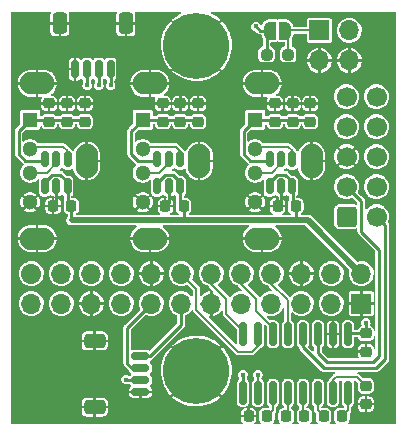
<source format=gbr>
%TF.GenerationSoftware,KiCad,Pcbnew,(6.0.9)*%
%TF.CreationDate,2022-11-26T15:45:46+01:00*%
%TF.ProjectId,h3_extra_ports,68335f65-7874-4726-915f-706f7274732e,rev?*%
%TF.SameCoordinates,Original*%
%TF.FileFunction,Copper,L4,Bot*%
%TF.FilePolarity,Positive*%
%FSLAX46Y46*%
G04 Gerber Fmt 4.6, Leading zero omitted, Abs format (unit mm)*
G04 Created by KiCad (PCBNEW (6.0.9)) date 2022-11-26 15:45:46*
%MOMM*%
%LPD*%
G01*
G04 APERTURE LIST*
G04 Aperture macros list*
%AMRoundRect*
0 Rectangle with rounded corners*
0 $1 Rounding radius*
0 $2 $3 $4 $5 $6 $7 $8 $9 X,Y pos of 4 corners*
0 Add a 4 corners polygon primitive as box body*
4,1,4,$2,$3,$4,$5,$6,$7,$8,$9,$2,$3,0*
0 Add four circle primitives for the rounded corners*
1,1,$1+$1,$2,$3*
1,1,$1+$1,$4,$5*
1,1,$1+$1,$6,$7*
1,1,$1+$1,$8,$9*
0 Add four rect primitives between the rounded corners*
20,1,$1+$1,$2,$3,$4,$5,0*
20,1,$1+$1,$4,$5,$6,$7,0*
20,1,$1+$1,$6,$7,$8,$9,0*
20,1,$1+$1,$8,$9,$2,$3,0*%
%AMFreePoly0*
4,1,22,0.500000,-0.750000,0.000000,-0.750000,0.000000,-0.745033,-0.079941,-0.743568,-0.215256,-0.701293,-0.333266,-0.622738,-0.424486,-0.514219,-0.481581,-0.384460,-0.499164,-0.250000,-0.500000,-0.250000,-0.500000,0.250000,-0.499164,0.250000,-0.499963,0.256109,-0.478152,0.396186,-0.417904,0.524511,-0.324060,0.630769,-0.204165,0.706417,-0.067858,0.745374,0.000000,0.744959,0.000000,0.750000,
0.500000,0.750000,0.500000,-0.750000,0.500000,-0.750000,$1*%
%AMFreePoly1*
4,1,20,0.000000,0.744959,0.073905,0.744508,0.209726,0.703889,0.328688,0.626782,0.421226,0.519385,0.479903,0.390333,0.500000,0.250000,0.500000,-0.250000,0.499851,-0.262216,0.476331,-0.402017,0.414519,-0.529596,0.319384,-0.634700,0.198574,-0.708877,0.061801,-0.746166,0.000000,-0.745033,0.000000,-0.750000,-0.500000,-0.750000,-0.500000,0.750000,0.000000,0.750000,0.000000,0.744959,
0.000000,0.744959,$1*%
G04 Aperture macros list end*
%TA.AperFunction,ComponentPad*%
%ADD10C,5.600000*%
%TD*%
%TA.AperFunction,ComponentPad*%
%ADD11R,1.300000X1.300000*%
%TD*%
%TA.AperFunction,ComponentPad*%
%ADD12C,1.300000*%
%TD*%
%TA.AperFunction,ComponentPad*%
%ADD13O,2.900000X1.900000*%
%TD*%
%TA.AperFunction,ComponentPad*%
%ADD14O,1.900000X2.900000*%
%TD*%
%TA.AperFunction,ComponentPad*%
%ADD15R,1.700000X1.700000*%
%TD*%
%TA.AperFunction,ComponentPad*%
%ADD16O,1.700000X1.700000*%
%TD*%
%TA.AperFunction,ComponentPad*%
%ADD17C,1.700000*%
%TD*%
%TA.AperFunction,SMDPad,CuDef*%
%ADD18RoundRect,0.225000X-0.250000X0.225000X-0.250000X-0.225000X0.250000X-0.225000X0.250000X0.225000X0*%
%TD*%
%TA.AperFunction,SMDPad,CuDef*%
%ADD19FreePoly0,180.000000*%
%TD*%
%TA.AperFunction,SMDPad,CuDef*%
%ADD20FreePoly1,180.000000*%
%TD*%
%TA.AperFunction,SMDPad,CuDef*%
%ADD21RoundRect,0.150000X0.150000X-0.512500X0.150000X0.512500X-0.150000X0.512500X-0.150000X-0.512500X0*%
%TD*%
%TA.AperFunction,SMDPad,CuDef*%
%ADD22RoundRect,0.225000X0.250000X-0.225000X0.250000X0.225000X-0.250000X0.225000X-0.250000X-0.225000X0*%
%TD*%
%TA.AperFunction,SMDPad,CuDef*%
%ADD23RoundRect,0.225000X0.225000X0.250000X-0.225000X0.250000X-0.225000X-0.250000X0.225000X-0.250000X0*%
%TD*%
%TA.AperFunction,SMDPad,CuDef*%
%ADD24RoundRect,0.150000X0.150000X-0.825000X0.150000X0.825000X-0.150000X0.825000X-0.150000X-0.825000X0*%
%TD*%
%TA.AperFunction,SMDPad,CuDef*%
%ADD25RoundRect,0.225000X-0.225000X-0.250000X0.225000X-0.250000X0.225000X0.250000X-0.225000X0.250000X0*%
%TD*%
%TA.AperFunction,ComponentPad*%
%ADD26RoundRect,0.250000X-0.600000X-0.600000X0.600000X-0.600000X0.600000X0.600000X-0.600000X0.600000X0*%
%TD*%
%TA.AperFunction,SMDPad,CuDef*%
%ADD27RoundRect,0.237500X0.250000X0.237500X-0.250000X0.237500X-0.250000X-0.237500X0.250000X-0.237500X0*%
%TD*%
%TA.AperFunction,SMDPad,CuDef*%
%ADD28RoundRect,0.150000X-0.150000X-0.625000X0.150000X-0.625000X0.150000X0.625000X-0.150000X0.625000X0*%
%TD*%
%TA.AperFunction,SMDPad,CuDef*%
%ADD29RoundRect,0.250000X-0.350000X-0.650000X0.350000X-0.650000X0.350000X0.650000X-0.350000X0.650000X0*%
%TD*%
%TA.AperFunction,SMDPad,CuDef*%
%ADD30RoundRect,0.150000X0.625000X-0.150000X0.625000X0.150000X-0.625000X0.150000X-0.625000X-0.150000X0*%
%TD*%
%TA.AperFunction,SMDPad,CuDef*%
%ADD31RoundRect,0.250000X0.650000X-0.350000X0.650000X0.350000X-0.650000X0.350000X-0.650000X-0.350000X0*%
%TD*%
%TA.AperFunction,ViaPad*%
%ADD32C,0.400000*%
%TD*%
%TA.AperFunction,Conductor*%
%ADD33C,0.200000*%
%TD*%
%TA.AperFunction,Conductor*%
%ADD34C,0.250000*%
%TD*%
%TA.AperFunction,Conductor*%
%ADD35C,0.500000*%
%TD*%
%TA.AperFunction,Conductor*%
%ADD36C,0.177800*%
%TD*%
G04 APERTURE END LIST*
D10*
%TO.P,H2,1,1*%
%TO.N,GND*%
X171450000Y-79375000D03*
%TD*%
D11*
%TO.P,J2,1,VBUS*%
%TO.N,Net-(J2-Pad1)*%
X157381000Y-58095000D03*
D12*
%TO.P,J2,2,D-*%
%TO.N,/USB2_P6_DN*%
X157381000Y-60595000D03*
%TO.P,J2,3,D+*%
%TO.N,/USB2_P6_DP*%
X157381000Y-62595000D03*
%TO.P,J2,4,GND*%
%TO.N,GND*%
X157381000Y-65095000D03*
D13*
%TO.P,J2,5,Shield*%
X157981000Y-55025000D03*
X157981000Y-68165000D03*
D14*
X162161000Y-61595000D03*
%TD*%
D11*
%TO.P,J1,1,VBUS*%
%TO.N,Net-(J1-Pad1)*%
X166906000Y-58095000D03*
D12*
%TO.P,J1,2,D-*%
%TO.N,/USB2_P5_DN*%
X166906000Y-60595000D03*
%TO.P,J1,3,D+*%
%TO.N,/USB2_P5_DP*%
X166906000Y-62595000D03*
%TO.P,J1,4,GND*%
%TO.N,GND*%
X166906000Y-65095000D03*
D13*
%TO.P,J1,5,Shield*%
X167506000Y-68165000D03*
X167506000Y-55025000D03*
D14*
X171686000Y-61595000D03*
%TD*%
D10*
%TO.P,H1,1,1*%
%TO.N,GND*%
X171450000Y-51816000D03*
%TD*%
D15*
%TO.P,J4,1,Pin_1*%
%TO.N,Net-(J4-Pad1)*%
X181864000Y-50541000D03*
D16*
%TO.P,J4,2,Pin_2*%
%TO.N,/PWR_BTN#*%
X184404000Y-50541000D03*
%TO.P,J4,3,Pin_3*%
%TO.N,GND*%
X181864000Y-53081000D03*
%TO.P,J4,4,Pin_4*%
X184404000Y-53081000D03*
%TD*%
D11*
%TO.P,J3,1,VBUS*%
%TO.N,Net-(J3-Pad1)*%
X176431000Y-58095000D03*
D12*
%TO.P,J3,2,D-*%
%TO.N,/USB2_P7_DN*%
X176431000Y-60595000D03*
%TO.P,J3,3,D+*%
%TO.N,/USB2_P7_DP*%
X176431000Y-62595000D03*
%TO.P,J3,4,GND*%
%TO.N,GND*%
X176431000Y-65095000D03*
D14*
%TO.P,J3,5,Shield*%
X181211000Y-61595000D03*
D13*
X177031000Y-55025000D03*
X177031000Y-68165000D03*
%TD*%
D17*
%TO.P,J6,1,Pin_1*%
%TO.N,/+V5P0A*%
X157480000Y-71120000D03*
D16*
%TO.P,J6,2,Pin_2*%
%TO.N,/USB2_P6_DN*%
X157480000Y-73660000D03*
%TO.P,J6,3,Pin_3*%
%TO.N,/HDMI_CEC*%
X160020000Y-71120000D03*
%TO.P,J6,4,Pin_4*%
%TO.N,/USB2_P6_DP*%
X160020000Y-73660000D03*
%TO.P,J6,5,Pin_5*%
%TO.N,/I2C_0_SDA*%
X162560000Y-71120000D03*
%TO.P,J6,6,Pin_6*%
%TO.N,GND*%
X162560000Y-73660000D03*
%TO.P,J6,7,Pin_7*%
%TO.N,/I2C_0_SCL*%
X165100000Y-71120000D03*
%TO.P,J6,8,Pin_8*%
%TO.N,/PWR_BTN#*%
X165100000Y-73660000D03*
%TO.P,J6,9,Pin_9*%
%TO.N,GND*%
X167640000Y-71120000D03*
%TO.P,J6,10,Pin_10*%
%TO.N,/I2C_1_SDA*%
X167640000Y-73660000D03*
%TO.P,J6,11,Pin_11*%
%TO.N,/UART0_RTS#*%
X170180000Y-71120000D03*
%TO.P,J6,12,Pin_12*%
%TO.N,/I2C_1_SCL*%
X170180000Y-73660000D03*
%TO.P,J6,13,Pin_13*%
%TO.N,/UART0_CTS#*%
X172720000Y-71120000D03*
%TO.P,J6,14,Pin_14*%
%TO.N,GND*%
X172720000Y-73660000D03*
%TO.P,J6,15,Pin_15*%
%TO.N,/UART0_TXD*%
X175260000Y-71120000D03*
%TO.P,J6,16,Pin_16*%
%TO.N,/USB2_P5_DN*%
X175260000Y-73660000D03*
%TO.P,J6,17,Pin_17*%
%TO.N,/UART0_RXD*%
X177800000Y-71120000D03*
%TO.P,J6,18,Pin_18*%
%TO.N,/USB2_P5_DP*%
X177800000Y-73660000D03*
%TO.P,J6,19,Pin_19*%
%TO.N,GND*%
X180340000Y-71120000D03*
%TO.P,J6,20,Pin_20*%
%TO.N,/USB2_P7_DN*%
X180340000Y-73660000D03*
%TO.P,J6,21,Pin_21*%
%TO.N,/+3.3V_RUN_H*%
X182880000Y-71120000D03*
%TO.P,J6,22,Pin_22*%
%TO.N,/USB2_P7_DP*%
X182880000Y-73660000D03*
%TO.P,J6,23,Pin_23*%
%TO.N,/+5V_RUN_H*%
X185420000Y-71120000D03*
%TO.P,J6,24,Pin_24*%
%TO.N,GND*%
X185420000Y-73660000D03*
%TD*%
D18*
%TO.P,C9,1*%
%TO.N,GND*%
X171600000Y-56725000D03*
%TO.P,C9,2*%
%TO.N,Net-(J1-Pad1)*%
X171600000Y-58275000D03*
%TD*%
D19*
%TO.P,JP1,1,A*%
%TO.N,Net-(J4-Pad1)*%
X178958000Y-50546000D03*
D20*
%TO.P,JP1,2,B*%
%TO.N,/+3.3V_RUN_H*%
X177658000Y-50546000D03*
%TD*%
D21*
%TO.P,U2,1,EN*%
%TO.N,/+5V_RUN_H*%
X170050000Y-63737500D03*
%TO.P,U2,2,GND*%
%TO.N,GND*%
X169100000Y-63737500D03*
%TO.P,U2,3,IN*%
%TO.N,/+5V_RUN_H*%
X168150000Y-63737500D03*
%TO.P,U2,4,OUT*%
%TO.N,Net-(J1-Pad1)*%
X168150000Y-61462500D03*
%TO.P,U2,5,D1*%
%TO.N,/USB2_P5_DP*%
X169100000Y-61462500D03*
%TO.P,U2,6,D2*%
%TO.N,/USB2_P5_DN*%
X170050000Y-61462500D03*
%TD*%
D15*
%TO.P,J9,1,Pin_1*%
%TO.N,GND*%
X185420000Y-73660000D03*
D16*
%TO.P,J9,2,Pin_2*%
%TO.N,/+5V_RUN_H*%
X185420000Y-71120000D03*
%TO.P,J9,3,Pin_3*%
%TO.N,/USB2_P7_DP*%
X182880000Y-73660000D03*
%TO.P,J9,4,Pin_4*%
%TO.N,/+3.3V_RUN_H*%
X182880000Y-71120000D03*
%TO.P,J9,5,Pin_5*%
%TO.N,/USB2_P7_DN*%
X180340000Y-73660000D03*
%TO.P,J9,6,Pin_6*%
%TO.N,GND*%
X180340000Y-71120000D03*
%TO.P,J9,7,Pin_7*%
%TO.N,/USB2_P5_DP*%
X177800000Y-73660000D03*
%TO.P,J9,8,Pin_8*%
%TO.N,/UART0_RXD*%
X177800000Y-71120000D03*
%TO.P,J9,9,Pin_9*%
%TO.N,/USB2_P5_DN*%
X175260000Y-73660000D03*
%TO.P,J9,10,Pin_10*%
%TO.N,/UART0_TXD*%
X175260000Y-71120000D03*
%TO.P,J9,11,Pin_11*%
%TO.N,GND*%
X172720000Y-73660000D03*
%TO.P,J9,12,Pin_12*%
%TO.N,/UART0_CTS#*%
X172720000Y-71120000D03*
%TO.P,J9,13,Pin_13*%
%TO.N,/I2C_1_SCL*%
X170180000Y-73660000D03*
%TO.P,J9,14,Pin_14*%
%TO.N,/UART0_RTS#*%
X170180000Y-71120000D03*
%TO.P,J9,15,Pin_15*%
%TO.N,/I2C_1_SDA*%
X167640000Y-73660000D03*
%TO.P,J9,16,Pin_16*%
%TO.N,GND*%
X167640000Y-71120000D03*
%TO.P,J9,17,Pin_17*%
%TO.N,/PWR_BTN#*%
X165100000Y-73660000D03*
%TO.P,J9,18,Pin_18*%
%TO.N,/I2C_0_SCL*%
X165100000Y-71120000D03*
%TO.P,J9,19,Pin_19*%
%TO.N,GND*%
X162560000Y-73660000D03*
%TO.P,J9,20,Pin_20*%
%TO.N,/I2C_0_SDA*%
X162560000Y-71120000D03*
%TO.P,J9,21,Pin_21*%
%TO.N,/USB2_P6_DP*%
X160020000Y-73660000D03*
%TO.P,J9,22,Pin_22*%
%TO.N,/HDMI_CEC*%
X160020000Y-71120000D03*
%TO.P,J9,23,Pin_23*%
%TO.N,/USB2_P6_DN*%
X157480000Y-73660000D03*
%TO.P,J9,24,Pin_24*%
%TO.N,/+V5P0A*%
X157480000Y-71120000D03*
%TD*%
D18*
%TO.P,C12,1*%
%TO.N,GND*%
X160500000Y-56725000D03*
%TO.P,C12,2*%
%TO.N,Net-(J2-Pad1)*%
X160500000Y-58275000D03*
%TD*%
%TO.P,C17,1*%
%TO.N,GND*%
X181100000Y-56725000D03*
%TO.P,C17,2*%
%TO.N,Net-(J3-Pad1)*%
X181100000Y-58275000D03*
%TD*%
D22*
%TO.P,C2,1*%
%TO.N,GND*%
X185801000Y-77737000D03*
%TO.P,C2,2*%
%TO.N,/+3.3V_RUN_H*%
X185801000Y-76187000D03*
%TD*%
D23*
%TO.P,C10,1*%
%TO.N,/+5V_RUN_H*%
X160875000Y-65400000D03*
%TO.P,C10,2*%
%TO.N,GND*%
X159325000Y-65400000D03*
%TD*%
D18*
%TO.P,C11,1*%
%TO.N,GND*%
X159000000Y-56725000D03*
%TO.P,C11,2*%
%TO.N,Net-(J2-Pad1)*%
X159000000Y-58275000D03*
%TD*%
%TO.P,C15,1*%
%TO.N,GND*%
X178100000Y-56725000D03*
%TO.P,C15,2*%
%TO.N,Net-(J3-Pad1)*%
X178100000Y-58275000D03*
%TD*%
D24*
%TO.P,U1,1,C1+*%
%TO.N,Net-(C1-Pad1)*%
X184277000Y-81215000D03*
%TO.P,U1,2,VS+*%
%TO.N,Net-(C4-Pad2)*%
X183007000Y-81215000D03*
%TO.P,U1,3,C1-*%
%TO.N,Net-(C1-Pad2)*%
X181737000Y-81215000D03*
%TO.P,U1,4,C2+*%
%TO.N,Net-(C3-Pad2)*%
X180467000Y-81215000D03*
%TO.P,U1,5,C2-*%
%TO.N,Net-(C3-Pad1)*%
X179197000Y-81215000D03*
%TO.P,U1,6,VS-*%
%TO.N,Net-(C5-Pad2)*%
X177927000Y-81215000D03*
%TO.P,U1,7,T2OUT*%
%TO.N,/RS232_RTS*%
X176657000Y-81215000D03*
%TO.P,U1,8,R2IN*%
%TO.N,/RS232_CTS*%
X175387000Y-81215000D03*
%TO.P,U1,9,R2OUT*%
%TO.N,/UART0_CTS#*%
X175387000Y-76265000D03*
%TO.P,U1,10,T2IN*%
%TO.N,/UART0_RTS#*%
X176657000Y-76265000D03*
%TO.P,U1,11,T1IN*%
%TO.N,/UART0_TXD*%
X177927000Y-76265000D03*
%TO.P,U1,12,R1OUT*%
%TO.N,/UART0_RXD*%
X179197000Y-76265000D03*
%TO.P,U1,13,R1IN*%
%TO.N,/RS232_RX*%
X180467000Y-76265000D03*
%TO.P,U1,14,T1OUT*%
%TO.N,/RS232_TX*%
X181737000Y-76265000D03*
%TO.P,U1,15,GND*%
%TO.N,GND*%
X183007000Y-76265000D03*
%TO.P,U1,16,VCC*%
%TO.N,/+3.3V_RUN_H*%
X184277000Y-76265000D03*
%TD*%
D21*
%TO.P,U3,1,EN*%
%TO.N,/+5V_RUN_H*%
X160550000Y-63737500D03*
%TO.P,U3,2,GND*%
%TO.N,GND*%
X159600000Y-63737500D03*
%TO.P,U3,3,IN*%
%TO.N,/+5V_RUN_H*%
X158650000Y-63737500D03*
%TO.P,U3,4,OUT*%
%TO.N,Net-(J2-Pad1)*%
X158650000Y-61462500D03*
%TO.P,U3,5,D1*%
%TO.N,/USB2_P6_DP*%
X159600000Y-61462500D03*
%TO.P,U3,6,D2*%
%TO.N,/USB2_P6_DN*%
X160550000Y-61462500D03*
%TD*%
D23*
%TO.P,C1,1*%
%TO.N,Net-(C1-Pad1)*%
X183782000Y-83185000D03*
%TO.P,C1,2*%
%TO.N,Net-(C1-Pad2)*%
X182232000Y-83185000D03*
%TD*%
%TO.P,C14,1*%
%TO.N,/+5V_RUN_H*%
X179875000Y-65400000D03*
%TO.P,C14,2*%
%TO.N,GND*%
X178325000Y-65400000D03*
%TD*%
D18*
%TO.P,C7,1*%
%TO.N,GND*%
X168600000Y-56725000D03*
%TO.P,C7,2*%
%TO.N,Net-(J1-Pad1)*%
X168600000Y-58275000D03*
%TD*%
D21*
%TO.P,U4,1,EN*%
%TO.N,/+5V_RUN_H*%
X179550000Y-63737500D03*
%TO.P,U4,2,GND*%
%TO.N,GND*%
X178600000Y-63737500D03*
%TO.P,U4,3,IN*%
%TO.N,/+5V_RUN_H*%
X177650000Y-63737500D03*
%TO.P,U4,4,OUT*%
%TO.N,Net-(J3-Pad1)*%
X177650000Y-61462500D03*
%TO.P,U4,5,D1*%
%TO.N,/USB2_P7_DP*%
X178600000Y-61462500D03*
%TO.P,U4,6,D2*%
%TO.N,/USB2_P7_DN*%
X179550000Y-61462500D03*
%TD*%
D25*
%TO.P,C5,1*%
%TO.N,GND*%
X175882000Y-83185000D03*
%TO.P,C5,2*%
%TO.N,Net-(C5-Pad2)*%
X177432000Y-83185000D03*
%TD*%
D18*
%TO.P,C16,1*%
%TO.N,GND*%
X179600000Y-56725000D03*
%TO.P,C16,2*%
%TO.N,Net-(J3-Pad1)*%
X179600000Y-58275000D03*
%TD*%
D26*
%TO.P,J5,1,Pin_1*%
%TO.N,unconnected-(J5-Pad1)*%
X184167500Y-66294000D03*
D17*
%TO.P,J5,2,Pin_2*%
%TO.N,/RS232_RX*%
X186707500Y-66294000D03*
%TO.P,J5,3,Pin_3*%
%TO.N,/RS232_TX*%
X184167500Y-63754000D03*
%TO.P,J5,4,Pin_4*%
%TO.N,unconnected-(J5-Pad4)*%
X186707500Y-63754000D03*
%TO.P,J5,5,Pin_5*%
%TO.N,GND*%
X184167500Y-61214000D03*
%TO.P,J5,6,Pin_6*%
%TO.N,unconnected-(J5-Pad6)*%
X186707500Y-61214000D03*
%TO.P,J5,7,Pin_7*%
%TO.N,/RS232_RTS*%
X184167500Y-58674000D03*
%TO.P,J5,8,Pin_8*%
%TO.N,/RS232_CTS*%
X186707500Y-58674000D03*
%TO.P,J5,9,Pin_9*%
%TO.N,unconnected-(J5-Pad9)*%
X184167500Y-56134000D03*
%TO.P,J5,10,Pin_10*%
%TO.N,unconnected-(J5-Pad10)*%
X186707500Y-56134000D03*
%TD*%
D25*
%TO.P,C3,1*%
%TO.N,Net-(C3-Pad1)*%
X179057000Y-83185000D03*
%TO.P,C3,2*%
%TO.N,Net-(C3-Pad2)*%
X180607000Y-83185000D03*
%TD*%
D22*
%TO.P,C4,1*%
%TO.N,GND*%
X185800000Y-82182000D03*
%TO.P,C4,2*%
%TO.N,Net-(C4-Pad2)*%
X185800000Y-80632000D03*
%TD*%
D27*
%TO.P,R1,1*%
%TO.N,Net-(J4-Pad1)*%
X179220500Y-52578000D03*
%TO.P,R1,2*%
%TO.N,/+3.3V_RUN_H*%
X177395500Y-52578000D03*
%TD*%
D28*
%TO.P,J7,1,Pin_1*%
%TO.N,GND*%
X161187000Y-53816000D03*
%TO.P,J7,2,Pin_2*%
%TO.N,/+3.3V_RUN_H*%
X162187000Y-53816000D03*
%TO.P,J7,3,Pin_3*%
%TO.N,/I2C_0_SDA*%
X163187000Y-53816000D03*
%TO.P,J7,4,Pin_4*%
%TO.N,/I2C_0_SCL*%
X164187000Y-53816000D03*
D29*
%TO.P,J7,MP,MountPin*%
%TO.N,GND*%
X165487000Y-49941000D03*
X159887000Y-49941000D03*
%TD*%
D18*
%TO.P,C8,1*%
%TO.N,GND*%
X170100000Y-56725000D03*
%TO.P,C8,2*%
%TO.N,Net-(J1-Pad1)*%
X170100000Y-58275000D03*
%TD*%
%TO.P,C13,1*%
%TO.N,GND*%
X162000000Y-56725000D03*
%TO.P,C13,2*%
%TO.N,Net-(J2-Pad1)*%
X162000000Y-58275000D03*
%TD*%
D30*
%TO.P,J8,1,Pin_1*%
%TO.N,GND*%
X166719000Y-81129000D03*
%TO.P,J8,2,Pin_2*%
%TO.N,/+3.3V_RUN_H*%
X166719000Y-80129000D03*
%TO.P,J8,3,Pin_3*%
%TO.N,/I2C_1_SDA*%
X166719000Y-79129000D03*
%TO.P,J8,4,Pin_4*%
%TO.N,/I2C_1_SCL*%
X166719000Y-78129000D03*
D31*
%TO.P,J8,MP,MountPin*%
%TO.N,GND*%
X162844000Y-76829000D03*
X162844000Y-82429000D03*
%TD*%
D23*
%TO.P,C6,1*%
%TO.N,/+5V_RUN_H*%
X170375000Y-65400000D03*
%TO.P,C6,2*%
%TO.N,GND*%
X168825000Y-65400000D03*
%TD*%
D32*
%TO.N,GND*%
X185801000Y-83185000D03*
%TO.N,/+3.3V_RUN_H*%
X176500000Y-50200000D03*
X162200000Y-55200000D03*
X165500000Y-80100000D03*
X185800000Y-75300000D03*
%TO.N,/RS232_RTS*%
X176657000Y-79694000D03*
%TO.N,/RS232_CTS*%
X175400000Y-79700000D03*
%TO.N,/I2C_0_SCL*%
X164200000Y-55200000D03*
%TO.N,/I2C_0_SDA*%
X163200000Y-55200000D03*
%TD*%
D33*
%TO.N,Net-(C1-Pad1)*%
X184277000Y-82690000D02*
X183782000Y-83185000D01*
X184277000Y-81215000D02*
X184277000Y-82690000D01*
%TO.N,Net-(C1-Pad2)*%
X181737000Y-82690000D02*
X182232000Y-83185000D01*
X181737000Y-81215000D02*
X181737000Y-82690000D01*
%TO.N,GND*%
X185800000Y-83184000D02*
X185801000Y-83185000D01*
D34*
X169125000Y-63737500D02*
X169125000Y-65125000D01*
X159600000Y-63737500D02*
X159600000Y-65125000D01*
D33*
X180594000Y-61595000D02*
X181211000Y-61595000D01*
D34*
X169125000Y-65125000D02*
X168850000Y-65400000D01*
X159600000Y-65125000D02*
X159325000Y-65400000D01*
D33*
X185800000Y-82182000D02*
X185800000Y-83184000D01*
D34*
X178650000Y-65125000D02*
X178375000Y-65400000D01*
X178650000Y-63737500D02*
X178650000Y-65125000D01*
%TO.N,/+3.3V_RUN_H*%
X185801000Y-75301000D02*
X185800000Y-75300000D01*
X177395500Y-50808500D02*
X177658000Y-50546000D01*
X177658000Y-50546000D02*
X176846000Y-50546000D01*
X185801000Y-76187000D02*
X185801000Y-75301000D01*
X166719000Y-80129000D02*
X165529000Y-80129000D01*
X177395500Y-52578000D02*
X177395500Y-50808500D01*
X184355000Y-76187000D02*
X184277000Y-76265000D01*
X162187000Y-53816000D02*
X162187000Y-55187000D01*
X185801000Y-76187000D02*
X184355000Y-76187000D01*
X165529000Y-80129000D02*
X165500000Y-80100000D01*
X176846000Y-50546000D02*
X176500000Y-50200000D01*
X162187000Y-55187000D02*
X162200000Y-55200000D01*
D33*
%TO.N,Net-(C3-Pad1)*%
X179197000Y-81215000D02*
X179197000Y-83045000D01*
X179197000Y-83045000D02*
X179057000Y-83185000D01*
%TO.N,Net-(C3-Pad2)*%
X180467000Y-81215000D02*
X180467000Y-83045000D01*
X180467000Y-83045000D02*
X180607000Y-83185000D01*
%TO.N,Net-(C4-Pad2)*%
X183261000Y-79883000D02*
X185051000Y-79883000D01*
X183007000Y-80137000D02*
X183261000Y-79883000D01*
X185051000Y-79883000D02*
X185800000Y-80632000D01*
X183007000Y-81215000D02*
X183007000Y-80137000D01*
%TO.N,Net-(C5-Pad2)*%
X177927000Y-82690000D02*
X177432000Y-83185000D01*
X177927000Y-81215000D02*
X177927000Y-82690000D01*
D34*
%TO.N,/+5V_RUN_H*%
X178303249Y-62750000D02*
X178996751Y-62750000D01*
X170075000Y-63353249D02*
X170075000Y-63737500D01*
X159946751Y-62750000D02*
X160550000Y-63353249D01*
X168175000Y-63353249D02*
X168778249Y-62750000D01*
X160875000Y-65400000D02*
X160875000Y-66575000D01*
X170075000Y-63737500D02*
X170075000Y-65075000D01*
X179875000Y-65400000D02*
X179875000Y-66525000D01*
X159253249Y-62750000D02*
X159946751Y-62750000D01*
X179875000Y-66525000D02*
X179800000Y-66600000D01*
X179600000Y-65075000D02*
X179925000Y-65400000D01*
X178996751Y-62750000D02*
X179600000Y-63353249D01*
X158650000Y-63353249D02*
X159253249Y-62750000D01*
X160550000Y-63737500D02*
X160550000Y-65075000D01*
X170375000Y-65400000D02*
X170375000Y-66575000D01*
X179600000Y-63737500D02*
X179600000Y-65075000D01*
X177700000Y-63353249D02*
X178303249Y-62750000D01*
X177700000Y-63737500D02*
X177700000Y-63353249D01*
D35*
X170400000Y-66600000D02*
X160900000Y-66600000D01*
D34*
X160550000Y-65075000D02*
X160875000Y-65400000D01*
D35*
X185420000Y-71120000D02*
X180900000Y-66600000D01*
D34*
X170075000Y-65075000D02*
X170400000Y-65400000D01*
X170375000Y-66575000D02*
X170400000Y-66600000D01*
X168175000Y-63737500D02*
X168175000Y-63353249D01*
X160875000Y-66575000D02*
X160900000Y-66600000D01*
D35*
X180900000Y-66600000D02*
X179800000Y-66600000D01*
D34*
X179600000Y-63353249D02*
X179600000Y-63737500D01*
X160550000Y-63353249D02*
X160550000Y-63737500D01*
D35*
X179800000Y-66600000D02*
X170400000Y-66600000D01*
D34*
X158650000Y-63737500D02*
X158650000Y-63353249D01*
X168778249Y-62750000D02*
X169471751Y-62750000D01*
X169471751Y-62750000D02*
X170075000Y-63353249D01*
D36*
%TO.N,/USB2_P5_DN*%
X169725000Y-60400000D02*
X170075000Y-60750000D01*
X170075000Y-60750000D02*
X170075000Y-61462500D01*
X166906000Y-60595000D02*
X167101000Y-60400000D01*
X167101000Y-60400000D02*
X169725000Y-60400000D01*
%TO.N,/USB2_P5_DP*%
X168325698Y-62595000D02*
X169125000Y-61795698D01*
X169125000Y-61795698D02*
X169125000Y-61462500D01*
X166906000Y-62595000D02*
X168325698Y-62595000D01*
%TO.N,/USB2_P6_DN*%
X160200000Y-60400000D02*
X160550000Y-60750000D01*
X160550000Y-60750000D02*
X160550000Y-61462500D01*
X157576000Y-60400000D02*
X160200000Y-60400000D01*
X157381000Y-60595000D02*
X157576000Y-60400000D01*
%TO.N,/USB2_P6_DP*%
X158800698Y-62595000D02*
X159600000Y-61795698D01*
X157381000Y-62595000D02*
X158800698Y-62595000D01*
X159600000Y-61795698D02*
X159600000Y-61462500D01*
%TO.N,/USB2_P7_DN*%
X179600000Y-60750000D02*
X179600000Y-61462500D01*
X179250000Y-60400000D02*
X179600000Y-60750000D01*
X176626000Y-60400000D02*
X179250000Y-60400000D01*
X176431000Y-60595000D02*
X176626000Y-60400000D01*
%TO.N,/USB2_P7_DP*%
X176431000Y-62595000D02*
X177850698Y-62595000D01*
X177850698Y-62595000D02*
X178650000Y-61795698D01*
X178650000Y-61795698D02*
X178650000Y-61462500D01*
D34*
%TO.N,/RS232_RX*%
X180467000Y-76265000D02*
X180467000Y-77343000D01*
X182245000Y-79121000D02*
X186690000Y-79121000D01*
X187452000Y-78359000D02*
X187452000Y-67038500D01*
X186690000Y-79121000D02*
X187452000Y-78359000D01*
X180467000Y-77343000D02*
X182245000Y-79121000D01*
X187452000Y-67038500D02*
X186707500Y-66294000D01*
%TO.N,/RS232_TX*%
X182499000Y-78613000D02*
X181737000Y-77851000D01*
X184167500Y-63754000D02*
X185420000Y-65006500D01*
X186944000Y-78105000D02*
X186436000Y-78613000D01*
X186436000Y-78613000D02*
X182499000Y-78613000D01*
X181737000Y-77851000D02*
X181737000Y-76265000D01*
X185420000Y-65006500D02*
X185420000Y-67564000D01*
X186944000Y-69088000D02*
X186944000Y-78105000D01*
X185420000Y-67564000D02*
X186944000Y-69088000D01*
D33*
%TO.N,/RS232_RTS*%
X176657000Y-81280000D02*
X176657000Y-79694000D01*
D34*
%TO.N,/RS232_CTS*%
X175387000Y-81215000D02*
X175387000Y-79713000D01*
X175387000Y-79713000D02*
X175400000Y-79700000D01*
D33*
%TO.N,/UART0_RXD*%
X177800000Y-72009000D02*
X179190000Y-73399000D01*
X179190000Y-73399000D02*
X179190000Y-76258000D01*
X177800000Y-71120000D02*
X177800000Y-72009000D01*
X179190000Y-76258000D02*
X179197000Y-76265000D01*
%TO.N,/UART0_TXD*%
X176530000Y-73279000D02*
X176530000Y-74295000D01*
X177927000Y-75692000D02*
X177927000Y-76265000D01*
X175260000Y-72009000D02*
X176530000Y-73279000D01*
X176530000Y-74295000D02*
X177927000Y-75692000D01*
%TO.N,/UART0_CTS#*%
X175387000Y-75946000D02*
X175387000Y-76265000D01*
X172720000Y-72009000D02*
X173990000Y-73279000D01*
X173990000Y-73279000D02*
X173990000Y-74549000D01*
X172720000Y-71120000D02*
X172720000Y-72009000D01*
X173990000Y-74549000D02*
X175387000Y-75946000D01*
D34*
%TO.N,/I2C_1_SCL*%
X167489000Y-78129000D02*
X170180000Y-75438000D01*
X170180000Y-75438000D02*
X170180000Y-73660000D01*
X166719000Y-78129000D02*
X167489000Y-78129000D01*
D33*
%TO.N,/UART0_RTS#*%
X171450000Y-74168000D02*
X175006000Y-77724000D01*
X171450000Y-72390000D02*
X171450000Y-74168000D01*
X176149000Y-77724000D02*
X176657000Y-77216000D01*
X170180000Y-71120000D02*
X171450000Y-72390000D01*
X176657000Y-77216000D02*
X176657000Y-76265000D01*
X175006000Y-77724000D02*
X176149000Y-77724000D01*
D34*
%TO.N,/I2C_1_SDA*%
X166719000Y-79129000D02*
X165997000Y-79129000D01*
X165608000Y-75692000D02*
X167640000Y-73660000D01*
X165997000Y-79129000D02*
X165608000Y-78740000D01*
X165608000Y-78740000D02*
X165608000Y-75692000D01*
%TO.N,/I2C_0_SCL*%
X164187000Y-55187000D02*
X164200000Y-55200000D01*
X164187000Y-53816000D02*
X164187000Y-55187000D01*
%TO.N,/I2C_0_SDA*%
X163187000Y-55187000D02*
X163200000Y-55200000D01*
X163187000Y-53816000D02*
X163187000Y-55187000D01*
D33*
%TO.N,Net-(J4-Pad1)*%
X178963000Y-50541000D02*
X181864000Y-50541000D01*
X178958000Y-50546000D02*
X178963000Y-50541000D01*
X179220500Y-50808500D02*
X178958000Y-50546000D01*
X179220500Y-52578000D02*
X179220500Y-50808500D01*
D34*
%TO.N,Net-(J1-Pad1)*%
X166906000Y-58095000D02*
X171345000Y-58095000D01*
X168175000Y-61462500D02*
X168067500Y-61570000D01*
X165931000Y-59070000D02*
X166906000Y-58095000D01*
X166502141Y-61570000D02*
X165931000Y-60998859D01*
X165931000Y-60998859D02*
X165931000Y-59070000D01*
X171345000Y-58095000D02*
X171525000Y-58275000D01*
X168067500Y-61570000D02*
X166502141Y-61570000D01*
%TO.N,Net-(J2-Pad1)*%
X157381000Y-58095000D02*
X161820000Y-58095000D01*
X158542500Y-61570000D02*
X156977141Y-61570000D01*
X156977141Y-61570000D02*
X156406000Y-60998859D01*
X161820000Y-58095000D02*
X162000000Y-58275000D01*
X156406000Y-59070000D02*
X157381000Y-58095000D01*
X156406000Y-60998859D02*
X156406000Y-59070000D01*
X158650000Y-61462500D02*
X158542500Y-61570000D01*
%TO.N,Net-(J3-Pad1)*%
X176431000Y-58095000D02*
X180870000Y-58095000D01*
X175456000Y-59070000D02*
X176431000Y-58095000D01*
X177700000Y-61462500D02*
X177592500Y-61570000D01*
X176027141Y-61570000D02*
X175456000Y-60998859D01*
X177592500Y-61570000D02*
X176027141Y-61570000D01*
X175456000Y-60998859D02*
X175456000Y-59070000D01*
X180870000Y-58095000D02*
X181050000Y-58275000D01*
%TD*%
%TA.AperFunction,Conductor*%
%TO.N,GND*%
G36*
X159118401Y-48985813D02*
G01*
X159143711Y-49029650D01*
X159136234Y-49077126D01*
X159132981Y-49083270D01*
X159091471Y-49201475D01*
X159089554Y-49210210D01*
X159087163Y-49235501D01*
X159087000Y-49238969D01*
X159087000Y-49827952D01*
X159090638Y-49837948D01*
X159095925Y-49841000D01*
X160673951Y-49841000D01*
X160683947Y-49837362D01*
X160686999Y-49832075D01*
X160686999Y-49238972D01*
X160686835Y-49235498D01*
X160684446Y-49210216D01*
X160682528Y-49201470D01*
X160641019Y-49083270D01*
X160637766Y-49077126D01*
X160630809Y-49026987D01*
X160657709Y-48984107D01*
X160703165Y-48968500D01*
X164670835Y-48968500D01*
X164718401Y-48985813D01*
X164743711Y-49029650D01*
X164736234Y-49077126D01*
X164732981Y-49083270D01*
X164691471Y-49201475D01*
X164689554Y-49210210D01*
X164687163Y-49235501D01*
X164687000Y-49238969D01*
X164687000Y-49827952D01*
X164690638Y-49837948D01*
X164695925Y-49841000D01*
X166273951Y-49841000D01*
X166283947Y-49837362D01*
X166286999Y-49832075D01*
X166286999Y-49238972D01*
X166286835Y-49235498D01*
X166284446Y-49210216D01*
X166282528Y-49201470D01*
X166241019Y-49083270D01*
X166237766Y-49077126D01*
X166230809Y-49026987D01*
X166257709Y-48984107D01*
X166303165Y-48968500D01*
X170124180Y-48968500D01*
X170171746Y-48985813D01*
X170197056Y-49029650D01*
X170188266Y-49079500D01*
X170156038Y-49109291D01*
X170004209Y-49181710D01*
X170000488Y-49183755D01*
X169711026Y-49365334D01*
X169707542Y-49367810D01*
X169440863Y-49581460D01*
X169437710Y-49584299D01*
X169408097Y-49614223D01*
X169403652Y-49623887D01*
X169405288Y-49629867D01*
X171440774Y-51665353D01*
X171450413Y-51669848D01*
X171456312Y-51668267D01*
X173492450Y-49632129D01*
X173496945Y-49622490D01*
X173495684Y-49617785D01*
X173268496Y-49423749D01*
X173265098Y-49421169D01*
X172981483Y-49230588D01*
X172977818Y-49228420D01*
X172745008Y-49108258D01*
X172710680Y-49071057D01*
X172708296Y-49020494D01*
X172738970Y-48980228D01*
X172778948Y-48968500D01*
X188320500Y-48968500D01*
X188368066Y-48985813D01*
X188393376Y-49029650D01*
X188394500Y-49042500D01*
X188394500Y-83799500D01*
X188377187Y-83847066D01*
X188333350Y-83872376D01*
X188320500Y-83873500D01*
X184348900Y-83873500D01*
X184301334Y-83856187D01*
X184276024Y-83812350D01*
X184284814Y-83762500D01*
X184296574Y-83747174D01*
X184355528Y-83688220D01*
X184358172Y-83683030D01*
X184358174Y-83683028D01*
X184414073Y-83573320D01*
X184414074Y-83573317D01*
X184416719Y-83568126D01*
X184417630Y-83562374D01*
X184417631Y-83562371D01*
X184432045Y-83471361D01*
X184432500Y-83468488D01*
X184432500Y-82990965D01*
X184449813Y-82943399D01*
X184457203Y-82936435D01*
X184459269Y-82935425D01*
X184493227Y-82898818D01*
X184495152Y-82896819D01*
X184509248Y-82882723D01*
X184511176Y-82879912D01*
X184513353Y-82877293D01*
X184513485Y-82877403D01*
X184516039Y-82874227D01*
X184530754Y-82858364D01*
X184530755Y-82858363D01*
X184535401Y-82853354D01*
X184540696Y-82840081D01*
X184548405Y-82825644D01*
X184552626Y-82819491D01*
X184556493Y-82813854D01*
X184563067Y-82786152D01*
X184566335Y-82775819D01*
X184574947Y-82754231D01*
X184574947Y-82754230D01*
X184576883Y-82749378D01*
X184577500Y-82743085D01*
X184577500Y-82733992D01*
X184579500Y-82716906D01*
X184580762Y-82711586D01*
X184580762Y-82711583D01*
X184582340Y-82704934D01*
X184581210Y-82696626D01*
X184578176Y-82674337D01*
X184577500Y-82664358D01*
X184577500Y-82437540D01*
X185125001Y-82437540D01*
X185125456Y-82443324D01*
X185139851Y-82534215D01*
X185143408Y-82545161D01*
X185199236Y-82654731D01*
X185206001Y-82664042D01*
X185292958Y-82750999D01*
X185302269Y-82757764D01*
X185411838Y-82813592D01*
X185422786Y-82817150D01*
X185513676Y-82831545D01*
X185519458Y-82832000D01*
X185686952Y-82832000D01*
X185696948Y-82828362D01*
X185700000Y-82823075D01*
X185700000Y-82818951D01*
X185900000Y-82818951D01*
X185903638Y-82828947D01*
X185908925Y-82831999D01*
X186080541Y-82831999D01*
X186086324Y-82831544D01*
X186177215Y-82817149D01*
X186188161Y-82813592D01*
X186297731Y-82757764D01*
X186307042Y-82750999D01*
X186393999Y-82664042D01*
X186400764Y-82654731D01*
X186456592Y-82545162D01*
X186460150Y-82534214D01*
X186474545Y-82443324D01*
X186475000Y-82437540D01*
X186475000Y-82295048D01*
X186471362Y-82285052D01*
X186466075Y-82282000D01*
X185913048Y-82282000D01*
X185903052Y-82285638D01*
X185900000Y-82290925D01*
X185900000Y-82818951D01*
X185700000Y-82818951D01*
X185700000Y-82295048D01*
X185696362Y-82285052D01*
X185691075Y-82282000D01*
X185138049Y-82282000D01*
X185128053Y-82285638D01*
X185125001Y-82290925D01*
X185125001Y-82437540D01*
X184577500Y-82437540D01*
X184577500Y-82402707D01*
X184594813Y-82355141D01*
X184618885Y-82336282D01*
X184633855Y-82328932D01*
X184638176Y-82324603D01*
X184638178Y-82324602D01*
X184711972Y-82250679D01*
X184711973Y-82250677D01*
X184716293Y-82246350D01*
X184742744Y-82192237D01*
X184765012Y-82146682D01*
X184765012Y-82146681D01*
X184767536Y-82141518D01*
X184777500Y-82073218D01*
X184777500Y-82068952D01*
X185125000Y-82068952D01*
X185128638Y-82078948D01*
X185133925Y-82082000D01*
X185686952Y-82082000D01*
X185696948Y-82078362D01*
X185700000Y-82073075D01*
X185700000Y-82068952D01*
X185900000Y-82068952D01*
X185903638Y-82078948D01*
X185908925Y-82082000D01*
X186461951Y-82082000D01*
X186471947Y-82078362D01*
X186474999Y-82073075D01*
X186474999Y-81926459D01*
X186474544Y-81920676D01*
X186460149Y-81829785D01*
X186456592Y-81818839D01*
X186400764Y-81709269D01*
X186393999Y-81699958D01*
X186307042Y-81613001D01*
X186297731Y-81606236D01*
X186188162Y-81550408D01*
X186177214Y-81546850D01*
X186086324Y-81532455D01*
X186080542Y-81532000D01*
X185913048Y-81532000D01*
X185903052Y-81535638D01*
X185900000Y-81540925D01*
X185900000Y-82068952D01*
X185700000Y-82068952D01*
X185700000Y-81545049D01*
X185696362Y-81535053D01*
X185691075Y-81532001D01*
X185519459Y-81532001D01*
X185513676Y-81532456D01*
X185422785Y-81546851D01*
X185411839Y-81550408D01*
X185302269Y-81606236D01*
X185292958Y-81613001D01*
X185206001Y-81699958D01*
X185199236Y-81709269D01*
X185143408Y-81818838D01*
X185139850Y-81829786D01*
X185125455Y-81920676D01*
X185125000Y-81926458D01*
X185125000Y-82068952D01*
X184777500Y-82068952D01*
X184777500Y-80356782D01*
X184767358Y-80287888D01*
X184764824Y-80282726D01*
X184763809Y-80279460D01*
X184766226Y-80228899D01*
X184800577Y-80191721D01*
X184834475Y-80183500D01*
X184895877Y-80183500D01*
X184943443Y-80200813D01*
X184948203Y-80205174D01*
X185102826Y-80359797D01*
X185124218Y-80405673D01*
X185124500Y-80412123D01*
X185124500Y-80890488D01*
X185124955Y-80893361D01*
X185139369Y-80984371D01*
X185139370Y-80984374D01*
X185140281Y-80990126D01*
X185142926Y-80995317D01*
X185142927Y-80995320D01*
X185198826Y-81105028D01*
X185198828Y-81105030D01*
X185201472Y-81110220D01*
X185296780Y-81205528D01*
X185301970Y-81208172D01*
X185301972Y-81208174D01*
X185411680Y-81264073D01*
X185411683Y-81264074D01*
X185416874Y-81266719D01*
X185422626Y-81267630D01*
X185422629Y-81267631D01*
X185513639Y-81282045D01*
X185516512Y-81282500D01*
X186083488Y-81282500D01*
X186086361Y-81282045D01*
X186177371Y-81267631D01*
X186177374Y-81267630D01*
X186183126Y-81266719D01*
X186188317Y-81264074D01*
X186188320Y-81264073D01*
X186298028Y-81208174D01*
X186298030Y-81208172D01*
X186303220Y-81205528D01*
X186398528Y-81110220D01*
X186401172Y-81105030D01*
X186401174Y-81105028D01*
X186457073Y-80995320D01*
X186457074Y-80995317D01*
X186459719Y-80990126D01*
X186460630Y-80984374D01*
X186460631Y-80984371D01*
X186475045Y-80893361D01*
X186475500Y-80890488D01*
X186475500Y-80373512D01*
X186469930Y-80338342D01*
X186460631Y-80279629D01*
X186460630Y-80279626D01*
X186459719Y-80273874D01*
X186437618Y-80230498D01*
X186401174Y-80158972D01*
X186401172Y-80158970D01*
X186398528Y-80153780D01*
X186303220Y-80058472D01*
X186298030Y-80055828D01*
X186298028Y-80055826D01*
X186188320Y-79999927D01*
X186188317Y-79999926D01*
X186183126Y-79997281D01*
X186177374Y-79996370D01*
X186177371Y-79996369D01*
X186086361Y-79981955D01*
X186083488Y-79981500D01*
X185605123Y-79981500D01*
X185557557Y-79964187D01*
X185552797Y-79959826D01*
X185302070Y-79709099D01*
X185298485Y-79704946D01*
X185296425Y-79700731D01*
X185259818Y-79666773D01*
X185257819Y-79664848D01*
X185243723Y-79650752D01*
X185240912Y-79648824D01*
X185238293Y-79646647D01*
X185238403Y-79646515D01*
X185235227Y-79643961D01*
X185219364Y-79629246D01*
X185219363Y-79629245D01*
X185214354Y-79624599D01*
X185208012Y-79622069D01*
X185208006Y-79622065D01*
X185201077Y-79619301D01*
X185186641Y-79611593D01*
X185180493Y-79607376D01*
X185180492Y-79607375D01*
X185174854Y-79603508D01*
X185168204Y-79601930D01*
X185168202Y-79601929D01*
X185147160Y-79596936D01*
X185136825Y-79593668D01*
X185125706Y-79589232D01*
X185087941Y-79555526D01*
X185080678Y-79505431D01*
X185107314Y-79462387D01*
X185153127Y-79446500D01*
X186672559Y-79446500D01*
X186679009Y-79446782D01*
X186712358Y-79449700D01*
X186712359Y-79449700D01*
X186718807Y-79450264D01*
X186757404Y-79439921D01*
X186763703Y-79438525D01*
X186773271Y-79436838D01*
X186796672Y-79432712D01*
X186796674Y-79432711D01*
X186803045Y-79431588D01*
X186808647Y-79428353D01*
X186813358Y-79426639D01*
X186818882Y-79424351D01*
X186823432Y-79422229D01*
X186829684Y-79420554D01*
X186862411Y-79397638D01*
X186867851Y-79394172D01*
X186894763Y-79378635D01*
X186896850Y-79377430D01*
X186902455Y-79374194D01*
X186906618Y-79369233D01*
X186928140Y-79343585D01*
X186932501Y-79338825D01*
X187669832Y-78601494D01*
X187674592Y-78597133D01*
X187676896Y-78595200D01*
X187705194Y-78571455D01*
X187725172Y-78536851D01*
X187728638Y-78531411D01*
X187747841Y-78503987D01*
X187747842Y-78503986D01*
X187751554Y-78498684D01*
X187753229Y-78492432D01*
X187755351Y-78487882D01*
X187757639Y-78482358D01*
X187759353Y-78477647D01*
X187762588Y-78472045D01*
X187769525Y-78432703D01*
X187770922Y-78426401D01*
X187773507Y-78416755D01*
X187781264Y-78387807D01*
X187777782Y-78348005D01*
X187777500Y-78341556D01*
X187777500Y-67055941D01*
X187777782Y-67049491D01*
X187780700Y-67016142D01*
X187780700Y-67016141D01*
X187781264Y-67009693D01*
X187770921Y-66971096D01*
X187769524Y-66964794D01*
X187763712Y-66931828D01*
X187763711Y-66931826D01*
X187762588Y-66925455D01*
X187759353Y-66919853D01*
X187757639Y-66915142D01*
X187755351Y-66909618D01*
X187753229Y-66905068D01*
X187751554Y-66898816D01*
X187728638Y-66866089D01*
X187725169Y-66860644D01*
X187708430Y-66831650D01*
X187705194Y-66826045D01*
X187690046Y-66813334D01*
X187664737Y-66769496D01*
X187670009Y-66726553D01*
X187670041Y-66726480D01*
X187671823Y-66723344D01*
X187736851Y-66527863D01*
X187748245Y-66437675D01*
X187762413Y-66325519D01*
X187762413Y-66325513D01*
X187762671Y-66323474D01*
X187763083Y-66294000D01*
X187757208Y-66234074D01*
X187743333Y-66092570D01*
X187742980Y-66088970D01*
X187683435Y-65891749D01*
X187586718Y-65709849D01*
X187456511Y-65550200D01*
X187367264Y-65476368D01*
X187300570Y-65421194D01*
X187300569Y-65421193D01*
X187297775Y-65418882D01*
X187286884Y-65412993D01*
X187119738Y-65322618D01*
X187116555Y-65320897D01*
X187113105Y-65319829D01*
X187113100Y-65319827D01*
X186975428Y-65277211D01*
X186919754Y-65259977D01*
X186714869Y-65238443D01*
X186711265Y-65238771D01*
X186711264Y-65238771D01*
X186612286Y-65247778D01*
X186509703Y-65257114D01*
X186469838Y-65268847D01*
X186315543Y-65314258D01*
X186315539Y-65314260D01*
X186312072Y-65315280D01*
X186216133Y-65365436D01*
X186132709Y-65409049D01*
X186132706Y-65409051D01*
X186129502Y-65410726D01*
X186126684Y-65412992D01*
X186126682Y-65412993D01*
X185971766Y-65537548D01*
X185971763Y-65537551D01*
X185968947Y-65539815D01*
X185966621Y-65542587D01*
X185966619Y-65542589D01*
X185876187Y-65650362D01*
X185832350Y-65675672D01*
X185782500Y-65666882D01*
X185749963Y-65628105D01*
X185745500Y-65602796D01*
X185745500Y-65023929D01*
X185745782Y-65017479D01*
X185748699Y-64984142D01*
X185748699Y-64984141D01*
X185749263Y-64977693D01*
X185738923Y-64939107D01*
X185737526Y-64932805D01*
X185731712Y-64899829D01*
X185731712Y-64899828D01*
X185730588Y-64893455D01*
X185727352Y-64887850D01*
X185725643Y-64883154D01*
X185723351Y-64877621D01*
X185721229Y-64873069D01*
X185719553Y-64866816D01*
X185696640Y-64834092D01*
X185693172Y-64828648D01*
X185676432Y-64799653D01*
X185676431Y-64799652D01*
X185673194Y-64794045D01*
X185668236Y-64789885D01*
X185668232Y-64789880D01*
X185642591Y-64768365D01*
X185637831Y-64764004D01*
X185392251Y-64518424D01*
X185144520Y-64270694D01*
X185123128Y-64224818D01*
X185129244Y-64188270D01*
X185130039Y-64186484D01*
X185131823Y-64183344D01*
X185196851Y-63987863D01*
X185202323Y-63944553D01*
X185222413Y-63785519D01*
X185222413Y-63785513D01*
X185222671Y-63783474D01*
X185223083Y-63754000D01*
X185221638Y-63739262D01*
X185652020Y-63739262D01*
X185652323Y-63742871D01*
X185652323Y-63742873D01*
X185655904Y-63785519D01*
X185669259Y-63944553D01*
X185726044Y-64142586D01*
X185727696Y-64145800D01*
X185727697Y-64145803D01*
X185818557Y-64322598D01*
X185820212Y-64325818D01*
X185948177Y-64487270D01*
X185950930Y-64489613D01*
X185950933Y-64489616D01*
X186003791Y-64534601D01*
X186105064Y-64620791D01*
X186151766Y-64646892D01*
X186281739Y-64719532D01*
X186281743Y-64719534D01*
X186284898Y-64721297D01*
X186288334Y-64722414D01*
X186288340Y-64722416D01*
X186412756Y-64762841D01*
X186480829Y-64784959D01*
X186544676Y-64792572D01*
X186681794Y-64808922D01*
X186681797Y-64808922D01*
X186685394Y-64809351D01*
X186787792Y-64801472D01*
X186887189Y-64793824D01*
X186887191Y-64793824D01*
X186890800Y-64793546D01*
X187009050Y-64760530D01*
X187085744Y-64739117D01*
X187085745Y-64739117D01*
X187089225Y-64738145D01*
X187097579Y-64733925D01*
X187269876Y-64646892D01*
X187269879Y-64646890D01*
X187273110Y-64645258D01*
X187435451Y-64518424D01*
X187485295Y-64460679D01*
X187567701Y-64365210D01*
X187567703Y-64365208D01*
X187570064Y-64362472D01*
X187571847Y-64359333D01*
X187571850Y-64359329D01*
X187648262Y-64224818D01*
X187671823Y-64183344D01*
X187684312Y-64145803D01*
X187735708Y-63991299D01*
X187736851Y-63987863D01*
X187742323Y-63944553D01*
X187762413Y-63785519D01*
X187762413Y-63785513D01*
X187762671Y-63783474D01*
X187763083Y-63754000D01*
X187742980Y-63548970D01*
X187683435Y-63351749D01*
X187608677Y-63211149D01*
X187588417Y-63173044D01*
X187588416Y-63173042D01*
X187586718Y-63169849D01*
X187456511Y-63010200D01*
X187313917Y-62892236D01*
X187300570Y-62881194D01*
X187300569Y-62881193D01*
X187297775Y-62878882D01*
X187290387Y-62874887D01*
X187119738Y-62782618D01*
X187116555Y-62780897D01*
X187113105Y-62779829D01*
X187113100Y-62779827D01*
X186988496Y-62741256D01*
X186919754Y-62719977D01*
X186714869Y-62698443D01*
X186711265Y-62698771D01*
X186711264Y-62698771D01*
X186710715Y-62698821D01*
X186509703Y-62717114D01*
X186477177Y-62726687D01*
X186315543Y-62774258D01*
X186315539Y-62774260D01*
X186312072Y-62775280D01*
X186216133Y-62825436D01*
X186132709Y-62869049D01*
X186132706Y-62869051D01*
X186129502Y-62870726D01*
X186126684Y-62872992D01*
X186126682Y-62872993D01*
X185971766Y-62997548D01*
X185971763Y-62997551D01*
X185968947Y-62999815D01*
X185966621Y-63002587D01*
X185966619Y-63002589D01*
X185838851Y-63154856D01*
X185838848Y-63154860D01*
X185836524Y-63157630D01*
X185737276Y-63338162D01*
X185736182Y-63341611D01*
X185703227Y-63445500D01*
X185674984Y-63534532D01*
X185674581Y-63538123D01*
X185674581Y-63538124D01*
X185672961Y-63552570D01*
X185652020Y-63739262D01*
X185221638Y-63739262D01*
X185202980Y-63548970D01*
X185143435Y-63351749D01*
X185068677Y-63211149D01*
X185048417Y-63173044D01*
X185048416Y-63173042D01*
X185046718Y-63169849D01*
X184916511Y-63010200D01*
X184773917Y-62892236D01*
X184760570Y-62881194D01*
X184760569Y-62881193D01*
X184757775Y-62878882D01*
X184750387Y-62874887D01*
X184579738Y-62782618D01*
X184576555Y-62780897D01*
X184573105Y-62779829D01*
X184573100Y-62779827D01*
X184448496Y-62741256D01*
X184379754Y-62719977D01*
X184174869Y-62698443D01*
X184171265Y-62698771D01*
X184171264Y-62698771D01*
X184170715Y-62698821D01*
X183969703Y-62717114D01*
X183937177Y-62726687D01*
X183775543Y-62774258D01*
X183775539Y-62774260D01*
X183772072Y-62775280D01*
X183676133Y-62825436D01*
X183592709Y-62869049D01*
X183592706Y-62869051D01*
X183589502Y-62870726D01*
X183586684Y-62872992D01*
X183586682Y-62872993D01*
X183431766Y-62997548D01*
X183431763Y-62997551D01*
X183428947Y-62999815D01*
X183426621Y-63002587D01*
X183426619Y-63002589D01*
X183298851Y-63154856D01*
X183298848Y-63154860D01*
X183296524Y-63157630D01*
X183197276Y-63338162D01*
X183196182Y-63341611D01*
X183163227Y-63445500D01*
X183134984Y-63534532D01*
X183134581Y-63538123D01*
X183134581Y-63538124D01*
X183132961Y-63552570D01*
X183112020Y-63739262D01*
X183112323Y-63742871D01*
X183112323Y-63742873D01*
X183115904Y-63785519D01*
X183129259Y-63944553D01*
X183186044Y-64142586D01*
X183187696Y-64145800D01*
X183187697Y-64145803D01*
X183278557Y-64322598D01*
X183280212Y-64325818D01*
X183408177Y-64487270D01*
X183410930Y-64489613D01*
X183410933Y-64489616D01*
X183463791Y-64534601D01*
X183565064Y-64620791D01*
X183611766Y-64646892D01*
X183741739Y-64719532D01*
X183741743Y-64719534D01*
X183744898Y-64721297D01*
X183748334Y-64722414D01*
X183748340Y-64722416D01*
X183872756Y-64762841D01*
X183940829Y-64784959D01*
X184004676Y-64792572D01*
X184141794Y-64808922D01*
X184141797Y-64808922D01*
X184145394Y-64809351D01*
X184247792Y-64801472D01*
X184347189Y-64793824D01*
X184347191Y-64793824D01*
X184350800Y-64793546D01*
X184469050Y-64760530D01*
X184545744Y-64739117D01*
X184545745Y-64739117D01*
X184549225Y-64738145D01*
X184595819Y-64714609D01*
X184646079Y-64708615D01*
X184681508Y-64728334D01*
X184885122Y-64931949D01*
X185072826Y-65119653D01*
X185094218Y-65165530D01*
X185094500Y-65171979D01*
X185094500Y-65229645D01*
X185077187Y-65277211D01*
X185033350Y-65302521D01*
X184985874Y-65295044D01*
X184985131Y-65294651D01*
X184980684Y-65291366D01*
X184852869Y-65246481D01*
X184848386Y-65246057D01*
X184848385Y-65246057D01*
X184823062Y-65243663D01*
X184823055Y-65243663D01*
X184821334Y-65243500D01*
X183513666Y-65243500D01*
X183511945Y-65243663D01*
X183511938Y-65243663D01*
X183486615Y-65246057D01*
X183486614Y-65246057D01*
X183482131Y-65246481D01*
X183354316Y-65291366D01*
X183349870Y-65294650D01*
X183349868Y-65294651D01*
X183339213Y-65302521D01*
X183245350Y-65371850D01*
X183242064Y-65376299D01*
X183190591Y-65445988D01*
X183164866Y-65480816D01*
X183119981Y-65608631D01*
X183117000Y-65640166D01*
X183117000Y-66947834D01*
X183119981Y-66979369D01*
X183164866Y-67107184D01*
X183168150Y-67111630D01*
X183168151Y-67111632D01*
X183202727Y-67158444D01*
X183245350Y-67216150D01*
X183354316Y-67296634D01*
X183482131Y-67341519D01*
X183486614Y-67341943D01*
X183486615Y-67341943D01*
X183511938Y-67344337D01*
X183511945Y-67344337D01*
X183513666Y-67344500D01*
X184821334Y-67344500D01*
X184823055Y-67344337D01*
X184823062Y-67344337D01*
X184848385Y-67341943D01*
X184848386Y-67341943D01*
X184852869Y-67341519D01*
X184980684Y-67296634D01*
X184985131Y-67293349D01*
X184985874Y-67292956D01*
X185036013Y-67285999D01*
X185078893Y-67312899D01*
X185094500Y-67358355D01*
X185094500Y-67546559D01*
X185094218Y-67553009D01*
X185090736Y-67592807D01*
X185092412Y-67599060D01*
X185101078Y-67631401D01*
X185102475Y-67637703D01*
X185109412Y-67677045D01*
X185112647Y-67682647D01*
X185114361Y-67687358D01*
X185116649Y-67692882D01*
X185118771Y-67697432D01*
X185120446Y-67703684D01*
X185124158Y-67708986D01*
X185124159Y-67708987D01*
X185143362Y-67736411D01*
X185146828Y-67741851D01*
X185166806Y-67776455D01*
X185171766Y-67780617D01*
X185171767Y-67780618D01*
X185197415Y-67802140D01*
X185202175Y-67806501D01*
X186596826Y-69201153D01*
X186618218Y-69247030D01*
X186618500Y-69253479D01*
X186618500Y-71064538D01*
X186601187Y-71112104D01*
X186574398Y-71127571D01*
X186589240Y-71132166D01*
X186616661Y-71174714D01*
X186618500Y-71191109D01*
X186618500Y-75884805D01*
X186601187Y-75932371D01*
X186557350Y-75957681D01*
X186507500Y-75948891D01*
X186474963Y-75910114D01*
X186471411Y-75896381D01*
X186461631Y-75834629D01*
X186461630Y-75834626D01*
X186460719Y-75828874D01*
X186458073Y-75823680D01*
X186402174Y-75713972D01*
X186402171Y-75713968D01*
X186399528Y-75708780D01*
X186304220Y-75613472D01*
X186199901Y-75560319D01*
X186165381Y-75523300D01*
X186162731Y-75472751D01*
X186167561Y-75460799D01*
X186185646Y-75425304D01*
X186186557Y-75419552D01*
X186186558Y-75419549D01*
X186204581Y-75305752D01*
X186205492Y-75300000D01*
X186195773Y-75238637D01*
X186186558Y-75180451D01*
X186186557Y-75180448D01*
X186185646Y-75174696D01*
X186176023Y-75155809D01*
X186130696Y-75066850D01*
X186130694Y-75066848D01*
X186128050Y-75061658D01*
X186038342Y-74971950D01*
X186033152Y-74969306D01*
X186033150Y-74969304D01*
X185930498Y-74917000D01*
X185930495Y-74916999D01*
X185925304Y-74914354D01*
X185919552Y-74913443D01*
X185919549Y-74913442D01*
X185805752Y-74895419D01*
X185800000Y-74894508D01*
X185794248Y-74895419D01*
X185680451Y-74913442D01*
X185680448Y-74913443D01*
X185674696Y-74914354D01*
X185669505Y-74916999D01*
X185669502Y-74917000D01*
X185566850Y-74969304D01*
X185566848Y-74969306D01*
X185561658Y-74971950D01*
X185471950Y-75061658D01*
X185469306Y-75066848D01*
X185469304Y-75066850D01*
X185423977Y-75155809D01*
X185414354Y-75174696D01*
X185413443Y-75180448D01*
X185413442Y-75180451D01*
X185404227Y-75238637D01*
X185394508Y-75300000D01*
X185395419Y-75305752D01*
X185413442Y-75419549D01*
X185413443Y-75419552D01*
X185414354Y-75425304D01*
X185432848Y-75461601D01*
X185439017Y-75511841D01*
X185411449Y-75554294D01*
X185400510Y-75561129D01*
X185396605Y-75563118D01*
X185302972Y-75610826D01*
X185302970Y-75610828D01*
X185297780Y-75613472D01*
X185202472Y-75708780D01*
X185145243Y-75821097D01*
X185108225Y-75855617D01*
X185079311Y-75861500D01*
X184851500Y-75861500D01*
X184803934Y-75844187D01*
X184778624Y-75800350D01*
X184777500Y-75787500D01*
X184777500Y-75406782D01*
X184776595Y-75400637D01*
X184768196Y-75343577D01*
X184768195Y-75343574D01*
X184767358Y-75337888D01*
X184750315Y-75303174D01*
X184719022Y-75239439D01*
X184715932Y-75233145D01*
X184711603Y-75228824D01*
X184711602Y-75228822D01*
X184637679Y-75155028D01*
X184637677Y-75155027D01*
X184633350Y-75150707D01*
X184612004Y-75140273D01*
X184533682Y-75101988D01*
X184533681Y-75101988D01*
X184528518Y-75099464D01*
X184460218Y-75089500D01*
X184093782Y-75089500D01*
X184091099Y-75089895D01*
X184030577Y-75098804D01*
X184030574Y-75098805D01*
X184024888Y-75099642D01*
X184019728Y-75102175D01*
X184019726Y-75102176D01*
X183983454Y-75119985D01*
X183920145Y-75151068D01*
X183915824Y-75155397D01*
X183915822Y-75155398D01*
X183842232Y-75229117D01*
X183837707Y-75233650D01*
X183835020Y-75239147D01*
X183789278Y-75332726D01*
X183786464Y-75338482D01*
X183776500Y-75406782D01*
X183776500Y-77123218D01*
X183776895Y-77125901D01*
X183785804Y-77186423D01*
X183785805Y-77186426D01*
X183786642Y-77192112D01*
X183789175Y-77197272D01*
X183789176Y-77197274D01*
X183792712Y-77204476D01*
X183838068Y-77296855D01*
X183842397Y-77301176D01*
X183842398Y-77301178D01*
X183916321Y-77374972D01*
X183920650Y-77379293D01*
X183926147Y-77381980D01*
X184019934Y-77427824D01*
X184025482Y-77430536D01*
X184093782Y-77440500D01*
X184460218Y-77440500D01*
X184466363Y-77439595D01*
X184523423Y-77431196D01*
X184523426Y-77431195D01*
X184529112Y-77430358D01*
X184534272Y-77427825D01*
X184534274Y-77427824D01*
X184602501Y-77394326D01*
X184633855Y-77378932D01*
X184638176Y-77374603D01*
X184638178Y-77374602D01*
X184711972Y-77300679D01*
X184711973Y-77300677D01*
X184716293Y-77296350D01*
X184746525Y-77234502D01*
X184765012Y-77196682D01*
X184765012Y-77196681D01*
X184767536Y-77191518D01*
X184777500Y-77123218D01*
X184777500Y-76586500D01*
X184794813Y-76538934D01*
X184838650Y-76513624D01*
X184851500Y-76512500D01*
X185079311Y-76512500D01*
X185126877Y-76529813D01*
X185145242Y-76552900D01*
X185202472Y-76665220D01*
X185297780Y-76760528D01*
X185302970Y-76763172D01*
X185302972Y-76763174D01*
X185412680Y-76819073D01*
X185412683Y-76819074D01*
X185417874Y-76821719D01*
X185423626Y-76822630D01*
X185423629Y-76822631D01*
X185514639Y-76837045D01*
X185517512Y-76837500D01*
X186084488Y-76837500D01*
X186087361Y-76837045D01*
X186178371Y-76822631D01*
X186178374Y-76822630D01*
X186184126Y-76821719D01*
X186189317Y-76819074D01*
X186189320Y-76819073D01*
X186299028Y-76763174D01*
X186299030Y-76763172D01*
X186304220Y-76760528D01*
X186399528Y-76665220D01*
X186402172Y-76660030D01*
X186402174Y-76660028D01*
X186458073Y-76550320D01*
X186458074Y-76550317D01*
X186460719Y-76545126D01*
X186461630Y-76539374D01*
X186461631Y-76539371D01*
X186471411Y-76477619D01*
X186495952Y-76433347D01*
X186543208Y-76415206D01*
X186591070Y-76431686D01*
X186617140Y-76475075D01*
X186618500Y-76489195D01*
X186618500Y-77438005D01*
X186601187Y-77485571D01*
X186557350Y-77510881D01*
X186507500Y-77502091D01*
X186474963Y-77463314D01*
X186471411Y-77449580D01*
X186461149Y-77384785D01*
X186457592Y-77373839D01*
X186401764Y-77264269D01*
X186394999Y-77254958D01*
X186308042Y-77168001D01*
X186298731Y-77161236D01*
X186189162Y-77105408D01*
X186178214Y-77101850D01*
X186087324Y-77087455D01*
X186081542Y-77087000D01*
X185914048Y-77087000D01*
X185904052Y-77090638D01*
X185901000Y-77095925D01*
X185901000Y-77763000D01*
X185883687Y-77810566D01*
X185839850Y-77835876D01*
X185827000Y-77837000D01*
X185139049Y-77837000D01*
X185129053Y-77840638D01*
X185126001Y-77845925D01*
X185126001Y-77992541D01*
X185126456Y-77998324D01*
X185140851Y-78089215D01*
X185144408Y-78100161D01*
X185185039Y-78179905D01*
X185191208Y-78230146D01*
X185163639Y-78272599D01*
X185119105Y-78287500D01*
X182664478Y-78287500D01*
X182616912Y-78270187D01*
X182612152Y-78265826D01*
X182084174Y-77737848D01*
X182062782Y-77691972D01*
X182062500Y-77685522D01*
X182062500Y-77623952D01*
X185126000Y-77623952D01*
X185129638Y-77633948D01*
X185134925Y-77637000D01*
X185687952Y-77637000D01*
X185697948Y-77633362D01*
X185701000Y-77628075D01*
X185701000Y-77100049D01*
X185697362Y-77090053D01*
X185692075Y-77087001D01*
X185520459Y-77087001D01*
X185514676Y-77087456D01*
X185423785Y-77101851D01*
X185412839Y-77105408D01*
X185303269Y-77161236D01*
X185293958Y-77168001D01*
X185207001Y-77254958D01*
X185200236Y-77264269D01*
X185144408Y-77373838D01*
X185140850Y-77384786D01*
X185126455Y-77475676D01*
X185126000Y-77481458D01*
X185126000Y-77623952D01*
X182062500Y-77623952D01*
X182062500Y-77438175D01*
X182079813Y-77390609D01*
X182090807Y-77380429D01*
X182093855Y-77378932D01*
X182134932Y-77337783D01*
X182171972Y-77300679D01*
X182171973Y-77300677D01*
X182176293Y-77296350D01*
X182206525Y-77234502D01*
X182225012Y-77196682D01*
X182225012Y-77196681D01*
X182227536Y-77191518D01*
X182237500Y-77123218D01*
X182237500Y-77120476D01*
X182507001Y-77120476D01*
X182507394Y-77125848D01*
X182516289Y-77186279D01*
X182519659Y-77197126D01*
X182565783Y-77291069D01*
X182572809Y-77300883D01*
X182646614Y-77374559D01*
X182656439Y-77381567D01*
X182750466Y-77427529D01*
X182761310Y-77430880D01*
X182821171Y-77439613D01*
X182826504Y-77440000D01*
X182893952Y-77440000D01*
X182903948Y-77436362D01*
X182907000Y-77431075D01*
X182907000Y-77426951D01*
X183107000Y-77426951D01*
X183110638Y-77436947D01*
X183115925Y-77439999D01*
X183187476Y-77439999D01*
X183192848Y-77439606D01*
X183253279Y-77430711D01*
X183264126Y-77427341D01*
X183358069Y-77381217D01*
X183367883Y-77374191D01*
X183441559Y-77300386D01*
X183448567Y-77290561D01*
X183494529Y-77196534D01*
X183497880Y-77185690D01*
X183506613Y-77125829D01*
X183507000Y-77120496D01*
X183507000Y-76378048D01*
X183503362Y-76368052D01*
X183498075Y-76365000D01*
X183120048Y-76365000D01*
X183110052Y-76368638D01*
X183107000Y-76373925D01*
X183107000Y-77426951D01*
X182907000Y-77426951D01*
X182907000Y-76378048D01*
X182903362Y-76368052D01*
X182898075Y-76365000D01*
X182520049Y-76365000D01*
X182510053Y-76368638D01*
X182507001Y-76373925D01*
X182507001Y-77120476D01*
X182237500Y-77120476D01*
X182237500Y-76151952D01*
X182507000Y-76151952D01*
X182510638Y-76161948D01*
X182515925Y-76165000D01*
X182893952Y-76165000D01*
X182903948Y-76161362D01*
X182907000Y-76156075D01*
X182907000Y-76151952D01*
X183107000Y-76151952D01*
X183110638Y-76161948D01*
X183115925Y-76165000D01*
X183493951Y-76165000D01*
X183503947Y-76161362D01*
X183506999Y-76156075D01*
X183506999Y-75409524D01*
X183506606Y-75404152D01*
X183497711Y-75343721D01*
X183494341Y-75332874D01*
X183448217Y-75238931D01*
X183441191Y-75229117D01*
X183367386Y-75155441D01*
X183357561Y-75148433D01*
X183263534Y-75102471D01*
X183252690Y-75099120D01*
X183192829Y-75090387D01*
X183187496Y-75090000D01*
X183120048Y-75090000D01*
X183110052Y-75093638D01*
X183107000Y-75098925D01*
X183107000Y-76151952D01*
X182907000Y-76151952D01*
X182907000Y-75103049D01*
X182903362Y-75093053D01*
X182898075Y-75090001D01*
X182826524Y-75090001D01*
X182821152Y-75090394D01*
X182760721Y-75099289D01*
X182749874Y-75102659D01*
X182655931Y-75148783D01*
X182646117Y-75155809D01*
X182572441Y-75229614D01*
X182565433Y-75239439D01*
X182519471Y-75333466D01*
X182516120Y-75344310D01*
X182507387Y-75404171D01*
X182507000Y-75409504D01*
X182507000Y-76151952D01*
X182237500Y-76151952D01*
X182237500Y-75406782D01*
X182236595Y-75400637D01*
X182228196Y-75343577D01*
X182228195Y-75343574D01*
X182227358Y-75337888D01*
X182210315Y-75303174D01*
X182179022Y-75239439D01*
X182175932Y-75233145D01*
X182171603Y-75228824D01*
X182171602Y-75228822D01*
X182097679Y-75155028D01*
X182097677Y-75155027D01*
X182093350Y-75150707D01*
X182072004Y-75140273D01*
X181993682Y-75101988D01*
X181993681Y-75101988D01*
X181988518Y-75099464D01*
X181920218Y-75089500D01*
X181553782Y-75089500D01*
X181551099Y-75089895D01*
X181490577Y-75098804D01*
X181490574Y-75098805D01*
X181484888Y-75099642D01*
X181479728Y-75102175D01*
X181479726Y-75102176D01*
X181443454Y-75119985D01*
X181380145Y-75151068D01*
X181375824Y-75155397D01*
X181375822Y-75155398D01*
X181302232Y-75229117D01*
X181297707Y-75233650D01*
X181295020Y-75239147D01*
X181249278Y-75332726D01*
X181246464Y-75338482D01*
X181236500Y-75406782D01*
X181236500Y-77123218D01*
X181236895Y-77125901D01*
X181245804Y-77186423D01*
X181245805Y-77186426D01*
X181246642Y-77192112D01*
X181249175Y-77197272D01*
X181249176Y-77197274D01*
X181252712Y-77204476D01*
X181298068Y-77296855D01*
X181302397Y-77301176D01*
X181302398Y-77301178D01*
X181332697Y-77331424D01*
X181380650Y-77379293D01*
X181381789Y-77379850D01*
X181409142Y-77419647D01*
X181411500Y-77438177D01*
X181411500Y-77648522D01*
X181394187Y-77696088D01*
X181350350Y-77721398D01*
X181300500Y-77712608D01*
X181285174Y-77700848D01*
X180935240Y-77350914D01*
X180913848Y-77305038D01*
X180921082Y-77266094D01*
X180957536Y-77191518D01*
X180967500Y-77123218D01*
X180967500Y-75406782D01*
X180966595Y-75400637D01*
X180958196Y-75343577D01*
X180958195Y-75343574D01*
X180957358Y-75337888D01*
X180940315Y-75303174D01*
X180909022Y-75239439D01*
X180905932Y-75233145D01*
X180901603Y-75228824D01*
X180901602Y-75228822D01*
X180827679Y-75155028D01*
X180827677Y-75155027D01*
X180823350Y-75150707D01*
X180802004Y-75140273D01*
X180723682Y-75101988D01*
X180723681Y-75101988D01*
X180718518Y-75099464D01*
X180650218Y-75089500D01*
X180283782Y-75089500D01*
X180281099Y-75089895D01*
X180220577Y-75098804D01*
X180220574Y-75098805D01*
X180214888Y-75099642D01*
X180209728Y-75102175D01*
X180209726Y-75102176D01*
X180173454Y-75119985D01*
X180110145Y-75151068D01*
X180105824Y-75155397D01*
X180105822Y-75155398D01*
X180032232Y-75229117D01*
X180027707Y-75233650D01*
X180025020Y-75239147D01*
X179979278Y-75332726D01*
X179976464Y-75338482D01*
X179966500Y-75406782D01*
X179966500Y-77123218D01*
X179966895Y-77125901D01*
X179975804Y-77186423D01*
X179975805Y-77186426D01*
X179976642Y-77192112D01*
X179979175Y-77197272D01*
X179979176Y-77197274D01*
X179982712Y-77204476D01*
X180028068Y-77296855D01*
X180032397Y-77301176D01*
X180032398Y-77301178D01*
X180106321Y-77374972D01*
X180110650Y-77379293D01*
X180116147Y-77381980D01*
X180121123Y-77385529D01*
X180119547Y-77387738D01*
X180147212Y-77416434D01*
X180152459Y-77433625D01*
X180153602Y-77440105D01*
X180156412Y-77456045D01*
X180159647Y-77461647D01*
X180161361Y-77466358D01*
X180163649Y-77471882D01*
X180165771Y-77476432D01*
X180167446Y-77482684D01*
X180171158Y-77487986D01*
X180171159Y-77487987D01*
X180190362Y-77515411D01*
X180193828Y-77520851D01*
X180213806Y-77555455D01*
X180218766Y-77559617D01*
X180218767Y-77559618D01*
X180244415Y-77581140D01*
X180249175Y-77585501D01*
X182002506Y-79338832D01*
X182006861Y-79343585D01*
X182032545Y-79374194D01*
X182067149Y-79394172D01*
X182072589Y-79397638D01*
X182105316Y-79420554D01*
X182111568Y-79422229D01*
X182116118Y-79424351D01*
X182121642Y-79426639D01*
X182126353Y-79428353D01*
X182131955Y-79431588D01*
X182138326Y-79432711D01*
X182138328Y-79432712D01*
X182161729Y-79436838D01*
X182171297Y-79438525D01*
X182177596Y-79439921D01*
X182216193Y-79450264D01*
X182222641Y-79449700D01*
X182222643Y-79449700D01*
X182255995Y-79446782D01*
X182262444Y-79446500D01*
X183155930Y-79446500D01*
X183203496Y-79463813D01*
X183228806Y-79507650D01*
X183220016Y-79557500D01*
X183185140Y-79588491D01*
X183180657Y-79590417D01*
X183164995Y-79595175D01*
X183157664Y-79596540D01*
X183157663Y-79596540D01*
X183150947Y-79597791D01*
X183145132Y-79601376D01*
X183145128Y-79601377D01*
X183126710Y-79612730D01*
X183117093Y-79617726D01*
X183095738Y-79626901D01*
X183095736Y-79626902D01*
X183090937Y-79628964D01*
X183086051Y-79632978D01*
X183079620Y-79639409D01*
X183066125Y-79650076D01*
X183055652Y-79656532D01*
X183051516Y-79661971D01*
X183036961Y-79681112D01*
X183030383Y-79688646D01*
X182833099Y-79885930D01*
X182828946Y-79889515D01*
X182824731Y-79891575D01*
X182815058Y-79902003D01*
X182790774Y-79928181D01*
X182788848Y-79930181D01*
X182774752Y-79944277D01*
X182772824Y-79947088D01*
X182770647Y-79949707D01*
X182770515Y-79949597D01*
X182767961Y-79952773D01*
X182761419Y-79959826D01*
X182748599Y-79973646D01*
X182746069Y-79979988D01*
X182746065Y-79979994D01*
X182743301Y-79986923D01*
X182735593Y-80001359D01*
X182731376Y-80007507D01*
X182727508Y-80013146D01*
X182725930Y-80019796D01*
X182725929Y-80019798D01*
X182722153Y-80035712D01*
X182694326Y-80077996D01*
X182682766Y-80085052D01*
X182650145Y-80101068D01*
X182645824Y-80105397D01*
X182645822Y-80105398D01*
X182572028Y-80179321D01*
X182567707Y-80183650D01*
X182565020Y-80189147D01*
X182519278Y-80282726D01*
X182516464Y-80288482D01*
X182506500Y-80356782D01*
X182506500Y-82073218D01*
X182506895Y-82075901D01*
X182515804Y-82136423D01*
X182515805Y-82136426D01*
X182516642Y-82142112D01*
X182568068Y-82246855D01*
X182572397Y-82251176D01*
X182572398Y-82251178D01*
X182646320Y-82324971D01*
X182650650Y-82329293D01*
X182656147Y-82331980D01*
X182749934Y-82377824D01*
X182755482Y-82380536D01*
X182823782Y-82390500D01*
X183190218Y-82390500D01*
X183196363Y-82389595D01*
X183253423Y-82381196D01*
X183253426Y-82381195D01*
X183259112Y-82380358D01*
X183264272Y-82377825D01*
X183264274Y-82377824D01*
X183310473Y-82355141D01*
X183363855Y-82328932D01*
X183368176Y-82324603D01*
X183368178Y-82324602D01*
X183441972Y-82250679D01*
X183441973Y-82250677D01*
X183446293Y-82246350D01*
X183472744Y-82192237D01*
X183495012Y-82146682D01*
X183495012Y-82146681D01*
X183497536Y-82141518D01*
X183507500Y-82073218D01*
X183507500Y-80356782D01*
X183497358Y-80287888D01*
X183494824Y-80282726D01*
X183493809Y-80279460D01*
X183496226Y-80228899D01*
X183530577Y-80191721D01*
X183564475Y-80183500D01*
X183719514Y-80183500D01*
X183767080Y-80200813D01*
X183792390Y-80244650D01*
X183790213Y-80279354D01*
X183788988Y-80283318D01*
X183786464Y-80288482D01*
X183776500Y-80356782D01*
X183776500Y-82073218D01*
X183776895Y-82075901D01*
X183785804Y-82136423D01*
X183785805Y-82136426D01*
X183786642Y-82142112D01*
X183838068Y-82246855D01*
X183842397Y-82251176D01*
X183842398Y-82251178D01*
X183873274Y-82282000D01*
X183920650Y-82329293D01*
X183926143Y-82331978D01*
X183926150Y-82331983D01*
X183934997Y-82336307D01*
X183970129Y-82372749D01*
X183976500Y-82402789D01*
X183976500Y-82435500D01*
X183959187Y-82483066D01*
X183915350Y-82508376D01*
X183902500Y-82509500D01*
X183523512Y-82509500D01*
X183520639Y-82509955D01*
X183429629Y-82524369D01*
X183429626Y-82524370D01*
X183423874Y-82525281D01*
X183418683Y-82527926D01*
X183418680Y-82527927D01*
X183308972Y-82583826D01*
X183308970Y-82583828D01*
X183303780Y-82586472D01*
X183208472Y-82681780D01*
X183205828Y-82686970D01*
X183205826Y-82686972D01*
X183151631Y-82793336D01*
X183147281Y-82801874D01*
X183146370Y-82807626D01*
X183146369Y-82807629D01*
X183135191Y-82878209D01*
X183131500Y-82901512D01*
X183131500Y-83468488D01*
X183131955Y-83471361D01*
X183146369Y-83562371D01*
X183146370Y-83562374D01*
X183147281Y-83568126D01*
X183149926Y-83573317D01*
X183149927Y-83573320D01*
X183205826Y-83683028D01*
X183205828Y-83683030D01*
X183208472Y-83688220D01*
X183267426Y-83747174D01*
X183288818Y-83793050D01*
X183275717Y-83841945D01*
X183234253Y-83870979D01*
X183215100Y-83873500D01*
X182798900Y-83873500D01*
X182751334Y-83856187D01*
X182726024Y-83812350D01*
X182734814Y-83762500D01*
X182746574Y-83747174D01*
X182805528Y-83688220D01*
X182808172Y-83683030D01*
X182808174Y-83683028D01*
X182864073Y-83573320D01*
X182864074Y-83573317D01*
X182866719Y-83568126D01*
X182867630Y-83562374D01*
X182867631Y-83562371D01*
X182882045Y-83471361D01*
X182882500Y-83468488D01*
X182882500Y-82901512D01*
X182878809Y-82878209D01*
X182867631Y-82807629D01*
X182867630Y-82807626D01*
X182866719Y-82801874D01*
X182862369Y-82793336D01*
X182808174Y-82686972D01*
X182808172Y-82686970D01*
X182805528Y-82681780D01*
X182710220Y-82586472D01*
X182705030Y-82583828D01*
X182705028Y-82583826D01*
X182595320Y-82527927D01*
X182595317Y-82527926D01*
X182590126Y-82525281D01*
X182584374Y-82524370D01*
X182584371Y-82524369D01*
X182493361Y-82509955D01*
X182490488Y-82509500D01*
X182111500Y-82509500D01*
X182063934Y-82492187D01*
X182038624Y-82448350D01*
X182037500Y-82435500D01*
X182037500Y-82402707D01*
X182054813Y-82355141D01*
X182078885Y-82336282D01*
X182093855Y-82328932D01*
X182098176Y-82324603D01*
X182098178Y-82324602D01*
X182171972Y-82250679D01*
X182171973Y-82250677D01*
X182176293Y-82246350D01*
X182202744Y-82192237D01*
X182225012Y-82146682D01*
X182225012Y-82146681D01*
X182227536Y-82141518D01*
X182237500Y-82073218D01*
X182237500Y-80356782D01*
X182235392Y-80342461D01*
X182228196Y-80293577D01*
X182228195Y-80293574D01*
X182227358Y-80287888D01*
X182217928Y-80268680D01*
X182193805Y-80219549D01*
X182175932Y-80183145D01*
X182171603Y-80178824D01*
X182171602Y-80178822D01*
X182097679Y-80105028D01*
X182097677Y-80105027D01*
X182093350Y-80100707D01*
X182037484Y-80073399D01*
X181993682Y-80051988D01*
X181993681Y-80051988D01*
X181988518Y-80049464D01*
X181920218Y-80039500D01*
X181553782Y-80039500D01*
X181551099Y-80039895D01*
X181490577Y-80048804D01*
X181490574Y-80048805D01*
X181484888Y-80049642D01*
X181479728Y-80052175D01*
X181479726Y-80052176D01*
X181439362Y-80071994D01*
X181380145Y-80101068D01*
X181375824Y-80105397D01*
X181375822Y-80105398D01*
X181302028Y-80179321D01*
X181297707Y-80183650D01*
X181295020Y-80189147D01*
X181249278Y-80282726D01*
X181246464Y-80288482D01*
X181236500Y-80356782D01*
X181236500Y-82073218D01*
X181236895Y-82075901D01*
X181245804Y-82136423D01*
X181245805Y-82136426D01*
X181246642Y-82142112D01*
X181298068Y-82246855D01*
X181302397Y-82251176D01*
X181302398Y-82251178D01*
X181333274Y-82282000D01*
X181380650Y-82329293D01*
X181386143Y-82331978D01*
X181386150Y-82331983D01*
X181394997Y-82336307D01*
X181430129Y-82372749D01*
X181436500Y-82402789D01*
X181436500Y-82635433D01*
X181436098Y-82640906D01*
X181434575Y-82645342D01*
X181434831Y-82652166D01*
X181434831Y-82652167D01*
X181436448Y-82695241D01*
X181436500Y-82698017D01*
X181436500Y-82717948D01*
X181437124Y-82721300D01*
X181437437Y-82724691D01*
X181437247Y-82724709D01*
X181437706Y-82728755D01*
X181438774Y-82757208D01*
X181441471Y-82763485D01*
X181441472Y-82763490D01*
X181444416Y-82770343D01*
X181449174Y-82786002D01*
X181451791Y-82800053D01*
X181455376Y-82805868D01*
X181455377Y-82805872D01*
X181466730Y-82824290D01*
X181471726Y-82833907D01*
X181480082Y-82853354D01*
X181482964Y-82860063D01*
X181486978Y-82864949D01*
X181493409Y-82871380D01*
X181504076Y-82884875D01*
X181510532Y-82895348D01*
X181515971Y-82899484D01*
X181535112Y-82914039D01*
X181542646Y-82920617D01*
X181559826Y-82937797D01*
X181581218Y-82983673D01*
X181581500Y-82990123D01*
X181581500Y-83468488D01*
X181581955Y-83471361D01*
X181596369Y-83562371D01*
X181596370Y-83562374D01*
X181597281Y-83568126D01*
X181599926Y-83573317D01*
X181599927Y-83573320D01*
X181655826Y-83683028D01*
X181655828Y-83683030D01*
X181658472Y-83688220D01*
X181717426Y-83747174D01*
X181738818Y-83793050D01*
X181725717Y-83841945D01*
X181684253Y-83870979D01*
X181665100Y-83873500D01*
X181173900Y-83873500D01*
X181126334Y-83856187D01*
X181101024Y-83812350D01*
X181109814Y-83762500D01*
X181121574Y-83747174D01*
X181180528Y-83688220D01*
X181183172Y-83683030D01*
X181183174Y-83683028D01*
X181239073Y-83573320D01*
X181239074Y-83573317D01*
X181241719Y-83568126D01*
X181242630Y-83562374D01*
X181242631Y-83562371D01*
X181257045Y-83471361D01*
X181257500Y-83468488D01*
X181257500Y-82901512D01*
X181253809Y-82878209D01*
X181242631Y-82807629D01*
X181242630Y-82807626D01*
X181241719Y-82801874D01*
X181237369Y-82793336D01*
X181183174Y-82686972D01*
X181183172Y-82686970D01*
X181180528Y-82681780D01*
X181085220Y-82586472D01*
X181080030Y-82583828D01*
X181080028Y-82583826D01*
X180970320Y-82527927D01*
X180970317Y-82527926D01*
X180965126Y-82525281D01*
X180959374Y-82524370D01*
X180959371Y-82524369D01*
X180868361Y-82509955D01*
X180865488Y-82509500D01*
X180841500Y-82509500D01*
X180793934Y-82492187D01*
X180768624Y-82448350D01*
X180767500Y-82435500D01*
X180767500Y-82402707D01*
X180784813Y-82355141D01*
X180808885Y-82336282D01*
X180823855Y-82328932D01*
X180828176Y-82324603D01*
X180828178Y-82324602D01*
X180901972Y-82250679D01*
X180901973Y-82250677D01*
X180906293Y-82246350D01*
X180932744Y-82192237D01*
X180955012Y-82146682D01*
X180955012Y-82146681D01*
X180957536Y-82141518D01*
X180967500Y-82073218D01*
X180967500Y-80356782D01*
X180965392Y-80342461D01*
X180958196Y-80293577D01*
X180958195Y-80293574D01*
X180957358Y-80287888D01*
X180947928Y-80268680D01*
X180923805Y-80219549D01*
X180905932Y-80183145D01*
X180901603Y-80178824D01*
X180901602Y-80178822D01*
X180827679Y-80105028D01*
X180827677Y-80105027D01*
X180823350Y-80100707D01*
X180767484Y-80073399D01*
X180723682Y-80051988D01*
X180723681Y-80051988D01*
X180718518Y-80049464D01*
X180650218Y-80039500D01*
X180283782Y-80039500D01*
X180281099Y-80039895D01*
X180220577Y-80048804D01*
X180220574Y-80048805D01*
X180214888Y-80049642D01*
X180209728Y-80052175D01*
X180209726Y-80052176D01*
X180169362Y-80071994D01*
X180110145Y-80101068D01*
X180105824Y-80105397D01*
X180105822Y-80105398D01*
X180032028Y-80179321D01*
X180027707Y-80183650D01*
X180025020Y-80189147D01*
X179979278Y-80282726D01*
X179976464Y-80288482D01*
X179966500Y-80356782D01*
X179966500Y-82073218D01*
X179966895Y-82075901D01*
X179975804Y-82136423D01*
X179975805Y-82136426D01*
X179976642Y-82142112D01*
X180028068Y-82246855D01*
X180032397Y-82251176D01*
X180032398Y-82251178D01*
X180063274Y-82282000D01*
X180110650Y-82329293D01*
X180116143Y-82331978D01*
X180116150Y-82331983D01*
X180124997Y-82336307D01*
X180160129Y-82372749D01*
X180166500Y-82402789D01*
X180166500Y-82522488D01*
X180149187Y-82570054D01*
X180135996Y-82582355D01*
X180133967Y-82583829D01*
X180128780Y-82586472D01*
X180033472Y-82681780D01*
X180030828Y-82686970D01*
X180030826Y-82686972D01*
X179976631Y-82793336D01*
X179972281Y-82801874D01*
X179971370Y-82807626D01*
X179971369Y-82807629D01*
X179960191Y-82878209D01*
X179956500Y-82901512D01*
X179956500Y-83468488D01*
X179956955Y-83471361D01*
X179971369Y-83562371D01*
X179971370Y-83562374D01*
X179972281Y-83568126D01*
X179974926Y-83573317D01*
X179974927Y-83573320D01*
X180030826Y-83683028D01*
X180030828Y-83683030D01*
X180033472Y-83688220D01*
X180092426Y-83747174D01*
X180113818Y-83793050D01*
X180100717Y-83841945D01*
X180059253Y-83870979D01*
X180040100Y-83873500D01*
X179623900Y-83873500D01*
X179576334Y-83856187D01*
X179551024Y-83812350D01*
X179559814Y-83762500D01*
X179571574Y-83747174D01*
X179630528Y-83688220D01*
X179633172Y-83683030D01*
X179633174Y-83683028D01*
X179689073Y-83573320D01*
X179689074Y-83573317D01*
X179691719Y-83568126D01*
X179692630Y-83562374D01*
X179692631Y-83562371D01*
X179707045Y-83471361D01*
X179707500Y-83468488D01*
X179707500Y-82901512D01*
X179703809Y-82878209D01*
X179692631Y-82807629D01*
X179692630Y-82807626D01*
X179691719Y-82801874D01*
X179687369Y-82793336D01*
X179633174Y-82686972D01*
X179633172Y-82686970D01*
X179630528Y-82681780D01*
X179535220Y-82586472D01*
X179530033Y-82583829D01*
X179528004Y-82582355D01*
X179499698Y-82540391D01*
X179497500Y-82522488D01*
X179497500Y-82402707D01*
X179514813Y-82355141D01*
X179538885Y-82336282D01*
X179553855Y-82328932D01*
X179558176Y-82324603D01*
X179558178Y-82324602D01*
X179631972Y-82250679D01*
X179631973Y-82250677D01*
X179636293Y-82246350D01*
X179662744Y-82192237D01*
X179685012Y-82146682D01*
X179685012Y-82146681D01*
X179687536Y-82141518D01*
X179697500Y-82073218D01*
X179697500Y-80356782D01*
X179695392Y-80342461D01*
X179688196Y-80293577D01*
X179688195Y-80293574D01*
X179687358Y-80287888D01*
X179677928Y-80268680D01*
X179653805Y-80219549D01*
X179635932Y-80183145D01*
X179631603Y-80178824D01*
X179631602Y-80178822D01*
X179557679Y-80105028D01*
X179557677Y-80105027D01*
X179553350Y-80100707D01*
X179497484Y-80073399D01*
X179453682Y-80051988D01*
X179453681Y-80051988D01*
X179448518Y-80049464D01*
X179380218Y-80039500D01*
X179013782Y-80039500D01*
X179011099Y-80039895D01*
X178950577Y-80048804D01*
X178950574Y-80048805D01*
X178944888Y-80049642D01*
X178939728Y-80052175D01*
X178939726Y-80052176D01*
X178899362Y-80071994D01*
X178840145Y-80101068D01*
X178835824Y-80105397D01*
X178835822Y-80105398D01*
X178762028Y-80179321D01*
X178757707Y-80183650D01*
X178755020Y-80189147D01*
X178709278Y-80282726D01*
X178706464Y-80288482D01*
X178696500Y-80356782D01*
X178696500Y-82073218D01*
X178696895Y-82075901D01*
X178705804Y-82136423D01*
X178705805Y-82136426D01*
X178706642Y-82142112D01*
X178758068Y-82246855D01*
X178762397Y-82251176D01*
X178762398Y-82251178D01*
X178793274Y-82282000D01*
X178840650Y-82329293D01*
X178846143Y-82331978D01*
X178846150Y-82331983D01*
X178854997Y-82336307D01*
X178890129Y-82372749D01*
X178896500Y-82402789D01*
X178896500Y-82435500D01*
X178879187Y-82483066D01*
X178835350Y-82508376D01*
X178822500Y-82509500D01*
X178798512Y-82509500D01*
X178795639Y-82509955D01*
X178704629Y-82524369D01*
X178704626Y-82524370D01*
X178698874Y-82525281D01*
X178693683Y-82527926D01*
X178693680Y-82527927D01*
X178583972Y-82583826D01*
X178583970Y-82583828D01*
X178578780Y-82586472D01*
X178483472Y-82681780D01*
X178480828Y-82686970D01*
X178480826Y-82686972D01*
X178426631Y-82793336D01*
X178422281Y-82801874D01*
X178421370Y-82807626D01*
X178421369Y-82807629D01*
X178410191Y-82878209D01*
X178406500Y-82901512D01*
X178406500Y-83468488D01*
X178406955Y-83471361D01*
X178421369Y-83562371D01*
X178421370Y-83562374D01*
X178422281Y-83568126D01*
X178424926Y-83573317D01*
X178424927Y-83573320D01*
X178480826Y-83683028D01*
X178480828Y-83683030D01*
X178483472Y-83688220D01*
X178542426Y-83747174D01*
X178563818Y-83793050D01*
X178550717Y-83841945D01*
X178509253Y-83870979D01*
X178490100Y-83873500D01*
X177998900Y-83873500D01*
X177951334Y-83856187D01*
X177926024Y-83812350D01*
X177934814Y-83762500D01*
X177946574Y-83747174D01*
X178005528Y-83688220D01*
X178008172Y-83683030D01*
X178008174Y-83683028D01*
X178064073Y-83573320D01*
X178064074Y-83573317D01*
X178066719Y-83568126D01*
X178067630Y-83562374D01*
X178067631Y-83562371D01*
X178082045Y-83471361D01*
X178082500Y-83468488D01*
X178082500Y-82990965D01*
X178099813Y-82943399D01*
X178107203Y-82936435D01*
X178109269Y-82935425D01*
X178143227Y-82898818D01*
X178145152Y-82896819D01*
X178159248Y-82882723D01*
X178161176Y-82879912D01*
X178163353Y-82877293D01*
X178163485Y-82877403D01*
X178166039Y-82874227D01*
X178180754Y-82858364D01*
X178180755Y-82858363D01*
X178185401Y-82853354D01*
X178190696Y-82840081D01*
X178198405Y-82825644D01*
X178202626Y-82819491D01*
X178206493Y-82813854D01*
X178213067Y-82786152D01*
X178216335Y-82775819D01*
X178224947Y-82754231D01*
X178224947Y-82754230D01*
X178226883Y-82749378D01*
X178227500Y-82743085D01*
X178227500Y-82733992D01*
X178229500Y-82716906D01*
X178230762Y-82711586D01*
X178230762Y-82711583D01*
X178232340Y-82704934D01*
X178231210Y-82696626D01*
X178228176Y-82674337D01*
X178227500Y-82664358D01*
X178227500Y-82402707D01*
X178244813Y-82355141D01*
X178268885Y-82336282D01*
X178283855Y-82328932D01*
X178288176Y-82324603D01*
X178288178Y-82324602D01*
X178361972Y-82250679D01*
X178361973Y-82250677D01*
X178366293Y-82246350D01*
X178392744Y-82192237D01*
X178415012Y-82146682D01*
X178415012Y-82146681D01*
X178417536Y-82141518D01*
X178427500Y-82073218D01*
X178427500Y-80356782D01*
X178425392Y-80342461D01*
X178418196Y-80293577D01*
X178418195Y-80293574D01*
X178417358Y-80287888D01*
X178407928Y-80268680D01*
X178383805Y-80219549D01*
X178365932Y-80183145D01*
X178361603Y-80178824D01*
X178361602Y-80178822D01*
X178287679Y-80105028D01*
X178287677Y-80105027D01*
X178283350Y-80100707D01*
X178227484Y-80073399D01*
X178183682Y-80051988D01*
X178183681Y-80051988D01*
X178178518Y-80049464D01*
X178110218Y-80039500D01*
X177743782Y-80039500D01*
X177741099Y-80039895D01*
X177680577Y-80048804D01*
X177680574Y-80048805D01*
X177674888Y-80049642D01*
X177669728Y-80052175D01*
X177669726Y-80052176D01*
X177629362Y-80071994D01*
X177570145Y-80101068D01*
X177565824Y-80105397D01*
X177565822Y-80105398D01*
X177492028Y-80179321D01*
X177487707Y-80183650D01*
X177485020Y-80189147D01*
X177439278Y-80282726D01*
X177436464Y-80288482D01*
X177426500Y-80356782D01*
X177426500Y-82073218D01*
X177426895Y-82075901D01*
X177435804Y-82136423D01*
X177435805Y-82136426D01*
X177436642Y-82142112D01*
X177488068Y-82246855D01*
X177492397Y-82251176D01*
X177492398Y-82251178D01*
X177523274Y-82282000D01*
X177570650Y-82329293D01*
X177576143Y-82331978D01*
X177576150Y-82331983D01*
X177584997Y-82336307D01*
X177620129Y-82372749D01*
X177626500Y-82402789D01*
X177626500Y-82435500D01*
X177609187Y-82483066D01*
X177565350Y-82508376D01*
X177552500Y-82509500D01*
X177173512Y-82509500D01*
X177170639Y-82509955D01*
X177079629Y-82524369D01*
X177079626Y-82524370D01*
X177073874Y-82525281D01*
X177068683Y-82527926D01*
X177068680Y-82527927D01*
X176958972Y-82583826D01*
X176958970Y-82583828D01*
X176953780Y-82586472D01*
X176858472Y-82681780D01*
X176855828Y-82686970D01*
X176855826Y-82686972D01*
X176801631Y-82793336D01*
X176797281Y-82801874D01*
X176796370Y-82807626D01*
X176796369Y-82807629D01*
X176785191Y-82878209D01*
X176781500Y-82901512D01*
X176781500Y-83468488D01*
X176781955Y-83471361D01*
X176796369Y-83562371D01*
X176796370Y-83562374D01*
X176797281Y-83568126D01*
X176799926Y-83573317D01*
X176799927Y-83573320D01*
X176855826Y-83683028D01*
X176855828Y-83683030D01*
X176858472Y-83688220D01*
X176917426Y-83747174D01*
X176938818Y-83793050D01*
X176925717Y-83841945D01*
X176884253Y-83870979D01*
X176865100Y-83873500D01*
X176448193Y-83873500D01*
X176400627Y-83856187D01*
X176375317Y-83812350D01*
X176384107Y-83762500D01*
X176395867Y-83747174D01*
X176450999Y-83692042D01*
X176457764Y-83682731D01*
X176513592Y-83573162D01*
X176517150Y-83562214D01*
X176531545Y-83471324D01*
X176532000Y-83465542D01*
X176532000Y-83298048D01*
X176528362Y-83288052D01*
X176523075Y-83285000D01*
X175245049Y-83285000D01*
X175235053Y-83288638D01*
X175232001Y-83293925D01*
X175232001Y-83465541D01*
X175232456Y-83471324D01*
X175246851Y-83562215D01*
X175250408Y-83573161D01*
X175306236Y-83682731D01*
X175313001Y-83692042D01*
X175368133Y-83747174D01*
X175389525Y-83793050D01*
X175376424Y-83841945D01*
X175334960Y-83870979D01*
X175315807Y-83873500D01*
X155849500Y-83873500D01*
X155801934Y-83856187D01*
X155776624Y-83812350D01*
X155775500Y-83799500D01*
X155775500Y-82831029D01*
X161744001Y-82831029D01*
X161744165Y-82834502D01*
X161746554Y-82859784D01*
X161748472Y-82868530D01*
X161789981Y-82986729D01*
X161795098Y-82996395D01*
X161868922Y-83096343D01*
X161876657Y-83104078D01*
X161976605Y-83177902D01*
X161986271Y-83183019D01*
X162104475Y-83224529D01*
X162113210Y-83226446D01*
X162138501Y-83228837D01*
X162141969Y-83229000D01*
X162730952Y-83229000D01*
X162740948Y-83225362D01*
X162744000Y-83220075D01*
X162744000Y-83215951D01*
X162944000Y-83215951D01*
X162947638Y-83225947D01*
X162952925Y-83228999D01*
X163546029Y-83228999D01*
X163549502Y-83228835D01*
X163574784Y-83226446D01*
X163583530Y-83224528D01*
X163701729Y-83183019D01*
X163711395Y-83177902D01*
X163811343Y-83104078D01*
X163819078Y-83096343D01*
X163892902Y-82996395D01*
X163898019Y-82986729D01*
X163939529Y-82868525D01*
X163941446Y-82859790D01*
X163943837Y-82834499D01*
X163944000Y-82831031D01*
X163944000Y-82542048D01*
X163940362Y-82532052D01*
X163935075Y-82529000D01*
X162957048Y-82529000D01*
X162947052Y-82532638D01*
X162944000Y-82537925D01*
X162944000Y-83215951D01*
X162744000Y-83215951D01*
X162744000Y-82542048D01*
X162740362Y-82532052D01*
X162735075Y-82529000D01*
X161757049Y-82529000D01*
X161747053Y-82532638D01*
X161744001Y-82537925D01*
X161744001Y-82831029D01*
X155775500Y-82831029D01*
X155775500Y-82315952D01*
X161744000Y-82315952D01*
X161747638Y-82325948D01*
X161752925Y-82329000D01*
X162730952Y-82329000D01*
X162740948Y-82325362D01*
X162744000Y-82320075D01*
X162744000Y-82315952D01*
X162944000Y-82315952D01*
X162947638Y-82325948D01*
X162952925Y-82329000D01*
X163930951Y-82329000D01*
X163940947Y-82325362D01*
X163943999Y-82320075D01*
X163943999Y-82026972D01*
X163943835Y-82023498D01*
X163941446Y-81998216D01*
X163939528Y-81989470D01*
X163898019Y-81871271D01*
X163892902Y-81861605D01*
X163819078Y-81761657D01*
X163811343Y-81753922D01*
X163711395Y-81680098D01*
X163701729Y-81674981D01*
X163583525Y-81633471D01*
X163574790Y-81631554D01*
X163549499Y-81629163D01*
X163546031Y-81629000D01*
X162957048Y-81629000D01*
X162947052Y-81632638D01*
X162944000Y-81637925D01*
X162944000Y-82315952D01*
X162744000Y-82315952D01*
X162744000Y-81642049D01*
X162740362Y-81632053D01*
X162735075Y-81629001D01*
X162141972Y-81629001D01*
X162138498Y-81629165D01*
X162113216Y-81631554D01*
X162104470Y-81633472D01*
X161986271Y-81674981D01*
X161976605Y-81680098D01*
X161876657Y-81753922D01*
X161868922Y-81761657D01*
X161795098Y-81861605D01*
X161789981Y-81871271D01*
X161748471Y-81989475D01*
X161746554Y-81998210D01*
X161744163Y-82023501D01*
X161744000Y-82026969D01*
X161744000Y-82315952D01*
X155775500Y-82315952D01*
X155775500Y-81309476D01*
X165744001Y-81309476D01*
X165744394Y-81314848D01*
X165753289Y-81375279D01*
X165756659Y-81386126D01*
X165802783Y-81480069D01*
X165809809Y-81489883D01*
X165883614Y-81563559D01*
X165893439Y-81570567D01*
X165987466Y-81616529D01*
X165998310Y-81619880D01*
X166058171Y-81628613D01*
X166063504Y-81629000D01*
X166605952Y-81629000D01*
X166615948Y-81625362D01*
X166619000Y-81620075D01*
X166619000Y-81615951D01*
X166819000Y-81615951D01*
X166822638Y-81625947D01*
X166827925Y-81628999D01*
X167374476Y-81628999D01*
X167379848Y-81628606D01*
X167440279Y-81619711D01*
X167451126Y-81616341D01*
X167545069Y-81570217D01*
X167550208Y-81566538D01*
X169405027Y-81566538D01*
X169406407Y-81571685D01*
X169557265Y-81708956D01*
X169560571Y-81711634D01*
X169838059Y-81911029D01*
X169841662Y-81913315D01*
X170140224Y-82079493D01*
X170144073Y-82081354D01*
X170459754Y-82212112D01*
X170463780Y-82213514D01*
X170792406Y-82307127D01*
X170796573Y-82308058D01*
X171133780Y-82363278D01*
X171138008Y-82363722D01*
X171479343Y-82379819D01*
X171483591Y-82379774D01*
X171824518Y-82356532D01*
X171828727Y-82356001D01*
X172164711Y-82293730D01*
X172168854Y-82292712D01*
X172495452Y-82192237D01*
X172499441Y-82190753D01*
X172767195Y-82073218D01*
X174886500Y-82073218D01*
X174886895Y-82075901D01*
X174895804Y-82136423D01*
X174895805Y-82136426D01*
X174896642Y-82142112D01*
X174948068Y-82246855D01*
X174952397Y-82251176D01*
X174952398Y-82251178D01*
X175026320Y-82324971D01*
X175030650Y-82329293D01*
X175036147Y-82331980D01*
X175129934Y-82377824D01*
X175135482Y-82380536D01*
X175203782Y-82390500D01*
X175481267Y-82390500D01*
X175528833Y-82407813D01*
X175554143Y-82451650D01*
X175545353Y-82501500D01*
X175514862Y-82530434D01*
X175409269Y-82584236D01*
X175399958Y-82591001D01*
X175313001Y-82677958D01*
X175306236Y-82687269D01*
X175250408Y-82796838D01*
X175246850Y-82807786D01*
X175232455Y-82898676D01*
X175232000Y-82904458D01*
X175232000Y-83071952D01*
X175235638Y-83081948D01*
X175240925Y-83085000D01*
X175768952Y-83085000D01*
X175778948Y-83081362D01*
X175782000Y-83076075D01*
X175782000Y-83071952D01*
X175982000Y-83071952D01*
X175985638Y-83081948D01*
X175990925Y-83085000D01*
X176518951Y-83085000D01*
X176528947Y-83081362D01*
X176531999Y-83076075D01*
X176531999Y-82904459D01*
X176531544Y-82898676D01*
X176517149Y-82807785D01*
X176513592Y-82796839D01*
X176457764Y-82687269D01*
X176450999Y-82677958D01*
X176364042Y-82591001D01*
X176354731Y-82584236D01*
X176245162Y-82528408D01*
X176234214Y-82524850D01*
X176143324Y-82510455D01*
X176137542Y-82510000D01*
X175995048Y-82510000D01*
X175985052Y-82513638D01*
X175982000Y-82518925D01*
X175982000Y-83071952D01*
X175782000Y-83071952D01*
X175782000Y-82523049D01*
X175778362Y-82513053D01*
X175773075Y-82510001D01*
X175693688Y-82510001D01*
X175646122Y-82492688D01*
X175620812Y-82448851D01*
X175629602Y-82399001D01*
X175661075Y-82369575D01*
X175738363Y-82331629D01*
X175738366Y-82331627D01*
X175743855Y-82328932D01*
X175748176Y-82324603D01*
X175748178Y-82324602D01*
X175821972Y-82250679D01*
X175821973Y-82250677D01*
X175826293Y-82246350D01*
X175852744Y-82192237D01*
X175875012Y-82146682D01*
X175875012Y-82146681D01*
X175877536Y-82141518D01*
X175887500Y-82073218D01*
X176156500Y-82073218D01*
X176156895Y-82075901D01*
X176165804Y-82136423D01*
X176165805Y-82136426D01*
X176166642Y-82142112D01*
X176218068Y-82246855D01*
X176222397Y-82251176D01*
X176222398Y-82251178D01*
X176296320Y-82324971D01*
X176300650Y-82329293D01*
X176306147Y-82331980D01*
X176399934Y-82377824D01*
X176405482Y-82380536D01*
X176473782Y-82390500D01*
X176840218Y-82390500D01*
X176846363Y-82389595D01*
X176903423Y-82381196D01*
X176903426Y-82381195D01*
X176909112Y-82380358D01*
X176914272Y-82377825D01*
X176914274Y-82377824D01*
X176960473Y-82355141D01*
X177013855Y-82328932D01*
X177018176Y-82324603D01*
X177018178Y-82324602D01*
X177091972Y-82250679D01*
X177091973Y-82250677D01*
X177096293Y-82246350D01*
X177122744Y-82192237D01*
X177145012Y-82146682D01*
X177145012Y-82146681D01*
X177147536Y-82141518D01*
X177157500Y-82073218D01*
X177157500Y-80356782D01*
X177155392Y-80342461D01*
X177148196Y-80293577D01*
X177148195Y-80293574D01*
X177147358Y-80287888D01*
X177137928Y-80268680D01*
X177113805Y-80219549D01*
X177095932Y-80183145D01*
X177091603Y-80178824D01*
X177091602Y-80178822D01*
X177054582Y-80141867D01*
X177013350Y-80100707D01*
X177007857Y-80098022D01*
X177007850Y-80098017D01*
X176999003Y-80093693D01*
X176963871Y-80057251D01*
X176957500Y-80027211D01*
X176957500Y-79990544D01*
X176974813Y-79942978D01*
X176979174Y-79938218D01*
X176985050Y-79932342D01*
X176987694Y-79927152D01*
X176987696Y-79927150D01*
X177040000Y-79824498D01*
X177040001Y-79824495D01*
X177042646Y-79819304D01*
X177043557Y-79813552D01*
X177043558Y-79813549D01*
X177061581Y-79699752D01*
X177062492Y-79694000D01*
X177055642Y-79650752D01*
X177043558Y-79574451D01*
X177043557Y-79574448D01*
X177042646Y-79568696D01*
X177039255Y-79562040D01*
X176987696Y-79460850D01*
X176987694Y-79460848D01*
X176985050Y-79455658D01*
X176895342Y-79365950D01*
X176890152Y-79363306D01*
X176890150Y-79363304D01*
X176787498Y-79311000D01*
X176787495Y-79310999D01*
X176782304Y-79308354D01*
X176776552Y-79307443D01*
X176776549Y-79307442D01*
X176662752Y-79289419D01*
X176657000Y-79288508D01*
X176651248Y-79289419D01*
X176537451Y-79307442D01*
X176537448Y-79307443D01*
X176531696Y-79308354D01*
X176526505Y-79310999D01*
X176526502Y-79311000D01*
X176423850Y-79363304D01*
X176423848Y-79363306D01*
X176418658Y-79365950D01*
X176328950Y-79455658D01*
X176326306Y-79460848D01*
X176326304Y-79460850D01*
X176274745Y-79562040D01*
X176271354Y-79568696D01*
X176270443Y-79574448D01*
X176270442Y-79574451D01*
X176258358Y-79650752D01*
X176251508Y-79694000D01*
X176252419Y-79699752D01*
X176270442Y-79813549D01*
X176270443Y-79813552D01*
X176271354Y-79819304D01*
X176273999Y-79824495D01*
X176274000Y-79824498D01*
X176326304Y-79927150D01*
X176326306Y-79927152D01*
X176328950Y-79932342D01*
X176334826Y-79938218D01*
X176335687Y-79940065D01*
X176336493Y-79941174D01*
X176336277Y-79941331D01*
X176356218Y-79984094D01*
X176356500Y-79990544D01*
X176356500Y-80027293D01*
X176339187Y-80074859D01*
X176315115Y-80093718D01*
X176300145Y-80101068D01*
X176295824Y-80105397D01*
X176295822Y-80105398D01*
X176222028Y-80179321D01*
X176217707Y-80183650D01*
X176215020Y-80189147D01*
X176169278Y-80282726D01*
X176166464Y-80288482D01*
X176156500Y-80356782D01*
X176156500Y-82073218D01*
X175887500Y-82073218D01*
X175887500Y-80356782D01*
X175885392Y-80342461D01*
X175878196Y-80293577D01*
X175878195Y-80293574D01*
X175877358Y-80287888D01*
X175867928Y-80268680D01*
X175843805Y-80219549D01*
X175825932Y-80183145D01*
X175821603Y-80178824D01*
X175821602Y-80178822D01*
X175784523Y-80141808D01*
X175743350Y-80100707D01*
X175742211Y-80100150D01*
X175714858Y-80060353D01*
X175712500Y-80041823D01*
X175712500Y-79982238D01*
X175726142Y-79940250D01*
X175728050Y-79938342D01*
X175753206Y-79888971D01*
X175783000Y-79830498D01*
X175783001Y-79830495D01*
X175785646Y-79825304D01*
X175786557Y-79819552D01*
X175786558Y-79819549D01*
X175804581Y-79705752D01*
X175805492Y-79700000D01*
X175803132Y-79685102D01*
X175786558Y-79580451D01*
X175786557Y-79580448D01*
X175785646Y-79574696D01*
X175783000Y-79569502D01*
X175730696Y-79466850D01*
X175730694Y-79466848D01*
X175728050Y-79461658D01*
X175638342Y-79371950D01*
X175633152Y-79369306D01*
X175633150Y-79369304D01*
X175530498Y-79317000D01*
X175530495Y-79316999D01*
X175525304Y-79314354D01*
X175519552Y-79313443D01*
X175519549Y-79313442D01*
X175405752Y-79295419D01*
X175400000Y-79294508D01*
X175394248Y-79295419D01*
X175280451Y-79313442D01*
X175280448Y-79313443D01*
X175274696Y-79314354D01*
X175269505Y-79316999D01*
X175269502Y-79317000D01*
X175166850Y-79369304D01*
X175166848Y-79369306D01*
X175161658Y-79371950D01*
X175071950Y-79461658D01*
X175069306Y-79466848D01*
X175069304Y-79466850D01*
X175017000Y-79569502D01*
X175014354Y-79574696D01*
X175013443Y-79580448D01*
X175013442Y-79580451D01*
X174996868Y-79685102D01*
X174994508Y-79700000D01*
X174995419Y-79705752D01*
X175013442Y-79819549D01*
X175013443Y-79819552D01*
X175014354Y-79825304D01*
X175053436Y-79902006D01*
X175061500Y-79935598D01*
X175061500Y-80041825D01*
X175044187Y-80089391D01*
X175033193Y-80099571D01*
X175030145Y-80101068D01*
X174989068Y-80142217D01*
X174952527Y-80178822D01*
X174947707Y-80183650D01*
X174945020Y-80189147D01*
X174899278Y-80282726D01*
X174896464Y-80288482D01*
X174886500Y-80356782D01*
X174886500Y-82073218D01*
X172767195Y-82073218D01*
X172812321Y-82053409D01*
X172816129Y-82051469D01*
X173111147Y-81879074D01*
X173114689Y-81876720D01*
X173387952Y-81671550D01*
X173391200Y-81668804D01*
X173490093Y-81574959D01*
X173494838Y-81565441D01*
X173493517Y-81559938D01*
X171459226Y-79525647D01*
X171449587Y-79521152D01*
X171443688Y-79522733D01*
X169409522Y-81556899D01*
X169405027Y-81566538D01*
X167550208Y-81566538D01*
X167554883Y-81563191D01*
X167628559Y-81489386D01*
X167635567Y-81479561D01*
X167681529Y-81385534D01*
X167684880Y-81374690D01*
X167693613Y-81314829D01*
X167694000Y-81309496D01*
X167694000Y-81242048D01*
X167690362Y-81232052D01*
X167685075Y-81229000D01*
X166832048Y-81229000D01*
X166822052Y-81232638D01*
X166819000Y-81237925D01*
X166819000Y-81615951D01*
X166619000Y-81615951D01*
X166619000Y-81242048D01*
X166615362Y-81232052D01*
X166610075Y-81229000D01*
X165757049Y-81229000D01*
X165747053Y-81232638D01*
X165744001Y-81237925D01*
X165744001Y-81309476D01*
X155775500Y-81309476D01*
X155775500Y-80100000D01*
X165094508Y-80100000D01*
X165095419Y-80105752D01*
X165113442Y-80219549D01*
X165113443Y-80219552D01*
X165114354Y-80225304D01*
X165116999Y-80230495D01*
X165117000Y-80230498D01*
X165169304Y-80333150D01*
X165169306Y-80333152D01*
X165171950Y-80338342D01*
X165261658Y-80428050D01*
X165266848Y-80430694D01*
X165266850Y-80430696D01*
X165369502Y-80483000D01*
X165369505Y-80483001D01*
X165374696Y-80485646D01*
X165380448Y-80486557D01*
X165380451Y-80486558D01*
X165494248Y-80504581D01*
X165500000Y-80505492D01*
X165625304Y-80485646D01*
X165652453Y-80471813D01*
X165670602Y-80462566D01*
X165704197Y-80454500D01*
X165745825Y-80454500D01*
X165793391Y-80471813D01*
X165803571Y-80482807D01*
X165805068Y-80485855D01*
X165887650Y-80568293D01*
X165891082Y-80569971D01*
X165919129Y-80610775D01*
X165914280Y-80661161D01*
X165890565Y-80689476D01*
X165883118Y-80694808D01*
X165809441Y-80768614D01*
X165802433Y-80778439D01*
X165756471Y-80872466D01*
X165753120Y-80883310D01*
X165744387Y-80943171D01*
X165744000Y-80948504D01*
X165744000Y-81015952D01*
X165747638Y-81025948D01*
X165752925Y-81029000D01*
X167680951Y-81029000D01*
X167690947Y-81025362D01*
X167693999Y-81020075D01*
X167693999Y-80948524D01*
X167693606Y-80943152D01*
X167684711Y-80882721D01*
X167681341Y-80871874D01*
X167635217Y-80777931D01*
X167628191Y-80768117D01*
X167554384Y-80694439D01*
X167547543Y-80689559D01*
X167518871Y-80647843D01*
X167523722Y-80597457D01*
X167546774Y-80569936D01*
X167550855Y-80567932D01*
X167555174Y-80563605D01*
X167555176Y-80563604D01*
X167628972Y-80489679D01*
X167628973Y-80489677D01*
X167633293Y-80485350D01*
X167648373Y-80454500D01*
X167682012Y-80385682D01*
X167682012Y-80385681D01*
X167684536Y-80380518D01*
X167694500Y-80312218D01*
X167694500Y-79945782D01*
X167693405Y-79938342D01*
X167685196Y-79882577D01*
X167685195Y-79882574D01*
X167684358Y-79876888D01*
X167676881Y-79861658D01*
X167635628Y-79777637D01*
X167632932Y-79772145D01*
X167628603Y-79767824D01*
X167628602Y-79767822D01*
X167554679Y-79694028D01*
X167554677Y-79694027D01*
X167550350Y-79689707D01*
X167547252Y-79688193D01*
X167519306Y-79647534D01*
X167524155Y-79597148D01*
X167547070Y-79569790D01*
X167550855Y-79567932D01*
X167555172Y-79563607D01*
X167555174Y-79563606D01*
X167628972Y-79489679D01*
X167628973Y-79489677D01*
X167633293Y-79485350D01*
X167651263Y-79448588D01*
X167682012Y-79385682D01*
X167682012Y-79385681D01*
X167684536Y-79380518D01*
X167694500Y-79312218D01*
X167694500Y-79282728D01*
X168446455Y-79282728D01*
X168455400Y-79624341D01*
X168455754Y-79628557D01*
X168503903Y-79966868D01*
X168504744Y-79971039D01*
X168591453Y-80301556D01*
X168592771Y-80305614D01*
X168716894Y-80623971D01*
X168718666Y-80627842D01*
X168878563Y-80929833D01*
X168880768Y-80933475D01*
X169074313Y-81215083D01*
X169076913Y-81218436D01*
X169249217Y-81415951D01*
X169258530Y-81421092D01*
X169263453Y-81420126D01*
X171299353Y-79384226D01*
X171303463Y-79375413D01*
X171596152Y-79375413D01*
X171597733Y-79381312D01*
X173634998Y-81418577D01*
X173644637Y-81423072D01*
X173649203Y-81421848D01*
X173861160Y-81168349D01*
X173863706Y-81164922D01*
X174051312Y-80879318D01*
X174053436Y-80875639D01*
X174206967Y-80570377D01*
X174208665Y-80566454D01*
X174326091Y-80245573D01*
X174327326Y-80241483D01*
X174407091Y-79909233D01*
X174407846Y-79905036D01*
X174448956Y-79565325D01*
X174449206Y-79562040D01*
X174455032Y-79376663D01*
X174454988Y-79373341D01*
X174435292Y-79031740D01*
X174434801Y-79027498D01*
X174376051Y-78690876D01*
X174375084Y-78686754D01*
X174278030Y-78359103D01*
X174276591Y-78355108D01*
X174142526Y-78040796D01*
X174140632Y-78036982D01*
X173971331Y-77740164D01*
X173969015Y-77736598D01*
X173766718Y-77461204D01*
X173764003Y-77457923D01*
X173649817Y-77335044D01*
X173640348Y-77330198D01*
X173634997Y-77331424D01*
X171600647Y-79365774D01*
X171596152Y-79375413D01*
X171303463Y-79375413D01*
X171303848Y-79374587D01*
X171302267Y-79368688D01*
X169267465Y-77333886D01*
X169257826Y-77329391D01*
X169252016Y-77330948D01*
X169197348Y-77386191D01*
X169194540Y-77389377D01*
X168983691Y-77658283D01*
X168981265Y-77661775D01*
X168802726Y-77953121D01*
X168800709Y-77956883D01*
X168656842Y-78266820D01*
X168655273Y-78270785D01*
X168547982Y-78595200D01*
X168546879Y-78599317D01*
X168477589Y-78933907D01*
X168476964Y-78938141D01*
X168446588Y-79278492D01*
X168446455Y-79282728D01*
X167694500Y-79282728D01*
X167694500Y-78945782D01*
X167690389Y-78917856D01*
X167685196Y-78882577D01*
X167685195Y-78882574D01*
X167684358Y-78876888D01*
X167680428Y-78868882D01*
X167653337Y-78813706D01*
X167632932Y-78772145D01*
X167628603Y-78767824D01*
X167628602Y-78767822D01*
X167554679Y-78694028D01*
X167554677Y-78694027D01*
X167550350Y-78689707D01*
X167547252Y-78688193D01*
X167519306Y-78647534D01*
X167524155Y-78597148D01*
X167547070Y-78569790D01*
X167550855Y-78567932D01*
X167555172Y-78563607D01*
X167555174Y-78563606D01*
X167628974Y-78489677D01*
X167628975Y-78489675D01*
X167633293Y-78485350D01*
X167642912Y-78465672D01*
X167666824Y-78416755D01*
X167691499Y-78390315D01*
X167690891Y-78389591D01*
X167695848Y-78385431D01*
X167701455Y-78382194D01*
X167720831Y-78359103D01*
X167727140Y-78351585D01*
X167731501Y-78346825D01*
X168895439Y-77182887D01*
X169403652Y-77182887D01*
X169405288Y-77188867D01*
X171440774Y-79224353D01*
X171450413Y-79228848D01*
X171456312Y-79227267D01*
X173492450Y-77191129D01*
X173496945Y-77181490D01*
X173495684Y-77176785D01*
X173268496Y-76982749D01*
X173265098Y-76980169D01*
X172981483Y-76789588D01*
X172977818Y-76787420D01*
X172674168Y-76630695D01*
X172670287Y-76628966D01*
X172350637Y-76508181D01*
X172346572Y-76506908D01*
X172015164Y-76423663D01*
X172010989Y-76422866D01*
X171672195Y-76378263D01*
X171667962Y-76377953D01*
X171326290Y-76372585D01*
X171322038Y-76372764D01*
X170982016Y-76406703D01*
X170977821Y-76407368D01*
X170643957Y-76480162D01*
X170639856Y-76481306D01*
X170316585Y-76591987D01*
X170312622Y-76593604D01*
X170004209Y-76740709D01*
X170000488Y-76742755D01*
X169711026Y-76924334D01*
X169707542Y-76926810D01*
X169440863Y-77140460D01*
X169437710Y-77143299D01*
X169408097Y-77173223D01*
X169403652Y-77182887D01*
X168895439Y-77182887D01*
X170397832Y-75680494D01*
X170402592Y-75676133D01*
X170425465Y-75656940D01*
X170433194Y-75650455D01*
X170453172Y-75615851D01*
X170456638Y-75610411D01*
X170475841Y-75582987D01*
X170475842Y-75582986D01*
X170479554Y-75577684D01*
X170481229Y-75571432D01*
X170483351Y-75566882D01*
X170485639Y-75561358D01*
X170487353Y-75556647D01*
X170490588Y-75551045D01*
X170491980Y-75543154D01*
X170497524Y-75511706D01*
X170498922Y-75505401D01*
X170509264Y-75466807D01*
X170507751Y-75449506D01*
X170505782Y-75427005D01*
X170505500Y-75420556D01*
X170505500Y-74716012D01*
X170522813Y-74668446D01*
X170555288Y-74647520D01*
X170554864Y-74646428D01*
X170558244Y-74645117D01*
X170561725Y-74644145D01*
X170593776Y-74627955D01*
X170742376Y-74552892D01*
X170742379Y-74552890D01*
X170745610Y-74551258D01*
X170907951Y-74424424D01*
X170910636Y-74421314D01*
X171042564Y-74268472D01*
X171043276Y-74269087D01*
X171081753Y-74242352D01*
X171132163Y-74246947D01*
X171162456Y-74279494D01*
X171164791Y-74278054D01*
X171179730Y-74302290D01*
X171184726Y-74311907D01*
X171193658Y-74332695D01*
X171195964Y-74338063D01*
X171199978Y-74342949D01*
X171206409Y-74349380D01*
X171217076Y-74362875D01*
X171223532Y-74373348D01*
X171228971Y-74377484D01*
X171248112Y-74392039D01*
X171255646Y-74398617D01*
X174754933Y-77897905D01*
X174758515Y-77902054D01*
X174760575Y-77906269D01*
X174797167Y-77940213D01*
X174799167Y-77942139D01*
X174813276Y-77956248D01*
X174816084Y-77958174D01*
X174818710Y-77960356D01*
X174818594Y-77960495D01*
X174821776Y-77963042D01*
X174834468Y-77974815D01*
X174842646Y-77982401D01*
X174855923Y-77987698D01*
X174870359Y-77995406D01*
X174882146Y-78003492D01*
X174888796Y-78005070D01*
X174888798Y-78005071D01*
X174909840Y-78010064D01*
X174920176Y-78013332D01*
X174946622Y-78023883D01*
X174952915Y-78024500D01*
X174962012Y-78024500D01*
X174979099Y-78026500D01*
X174984415Y-78027762D01*
X174984417Y-78027762D01*
X174991066Y-78029340D01*
X175021663Y-78025176D01*
X175031642Y-78024500D01*
X176094433Y-78024500D01*
X176099906Y-78024902D01*
X176104342Y-78026425D01*
X176111166Y-78026169D01*
X176111167Y-78026169D01*
X176154241Y-78024552D01*
X176157017Y-78024500D01*
X176176948Y-78024500D01*
X176180300Y-78023876D01*
X176183691Y-78023563D01*
X176183709Y-78023753D01*
X176187755Y-78023294D01*
X176216208Y-78022226D01*
X176222485Y-78019529D01*
X176222490Y-78019528D01*
X176229343Y-78016584D01*
X176245002Y-78011826D01*
X176252336Y-78010460D01*
X176259053Y-78009209D01*
X176264868Y-78005624D01*
X176264872Y-78005623D01*
X176283290Y-77994270D01*
X176292907Y-77989274D01*
X176314262Y-77980099D01*
X176314264Y-77980098D01*
X176319063Y-77978036D01*
X176323949Y-77974022D01*
X176330380Y-77967591D01*
X176343876Y-77956923D01*
X176348532Y-77954053D01*
X176354348Y-77950468D01*
X176360682Y-77942139D01*
X176373039Y-77925888D01*
X176379617Y-77918354D01*
X176830901Y-77467070D01*
X176835054Y-77463485D01*
X176839269Y-77461425D01*
X176843915Y-77456416D01*
X176849400Y-77452343D01*
X176850041Y-77453207D01*
X176887364Y-77433559D01*
X176909112Y-77430358D01*
X177013855Y-77378932D01*
X177018176Y-77374603D01*
X177018178Y-77374602D01*
X177091972Y-77300679D01*
X177091973Y-77300677D01*
X177096293Y-77296350D01*
X177126525Y-77234502D01*
X177145012Y-77196682D01*
X177145012Y-77196681D01*
X177147536Y-77191518D01*
X177157500Y-77123218D01*
X177157500Y-75526124D01*
X177174813Y-75478558D01*
X177218650Y-75453248D01*
X177268500Y-75462038D01*
X177283826Y-75473798D01*
X177404826Y-75594798D01*
X177426218Y-75640674D01*
X177426500Y-75647124D01*
X177426500Y-77123218D01*
X177426895Y-77125901D01*
X177435804Y-77186423D01*
X177435805Y-77186426D01*
X177436642Y-77192112D01*
X177439175Y-77197272D01*
X177439176Y-77197274D01*
X177442712Y-77204476D01*
X177488068Y-77296855D01*
X177492397Y-77301176D01*
X177492398Y-77301178D01*
X177566321Y-77374972D01*
X177570650Y-77379293D01*
X177576147Y-77381980D01*
X177669934Y-77427824D01*
X177675482Y-77430536D01*
X177743782Y-77440500D01*
X178110218Y-77440500D01*
X178116363Y-77439595D01*
X178173423Y-77431196D01*
X178173426Y-77431195D01*
X178179112Y-77430358D01*
X178184272Y-77427825D01*
X178184274Y-77427824D01*
X178252501Y-77394326D01*
X178283855Y-77378932D01*
X178288176Y-77374603D01*
X178288178Y-77374602D01*
X178361972Y-77300679D01*
X178361973Y-77300677D01*
X178366293Y-77296350D01*
X178396525Y-77234502D01*
X178415012Y-77196682D01*
X178415012Y-77196681D01*
X178417536Y-77191518D01*
X178427500Y-77123218D01*
X178427500Y-75406782D01*
X178426595Y-75400637D01*
X178418196Y-75343577D01*
X178418195Y-75343574D01*
X178417358Y-75337888D01*
X178400315Y-75303174D01*
X178369022Y-75239439D01*
X178365932Y-75233145D01*
X178361603Y-75228824D01*
X178361602Y-75228822D01*
X178287679Y-75155028D01*
X178287677Y-75155027D01*
X178283350Y-75150707D01*
X178262004Y-75140273D01*
X178183682Y-75101988D01*
X178183681Y-75101988D01*
X178178518Y-75099464D01*
X178110218Y-75089500D01*
X177780123Y-75089500D01*
X177732557Y-75072187D01*
X177727797Y-75067826D01*
X177461841Y-74801870D01*
X177440449Y-74755994D01*
X177453550Y-74707099D01*
X177495014Y-74678065D01*
X177537034Y-74679166D01*
X177573329Y-74690959D01*
X177623590Y-74696952D01*
X177774294Y-74714922D01*
X177774297Y-74714922D01*
X177777894Y-74715351D01*
X177847437Y-74710000D01*
X177979689Y-74699824D01*
X177979691Y-74699824D01*
X177983300Y-74699546D01*
X178181725Y-74644145D01*
X178213776Y-74627955D01*
X178362376Y-74552892D01*
X178362379Y-74552890D01*
X178365610Y-74551258D01*
X178527951Y-74424424D01*
X178530631Y-74421319D01*
X178660201Y-74271210D01*
X178660203Y-74271208D01*
X178662564Y-74268472D01*
X178664347Y-74265333D01*
X178664350Y-74265329D01*
X178745009Y-74123342D01*
X178751157Y-74112520D01*
X178789706Y-74079713D01*
X178840323Y-74079360D01*
X178879326Y-74111625D01*
X178889500Y-74149072D01*
X178889500Y-75080730D01*
X178872187Y-75128296D01*
X178848113Y-75147156D01*
X178840145Y-75151068D01*
X178835824Y-75155397D01*
X178835822Y-75155398D01*
X178762232Y-75229117D01*
X178757707Y-75233650D01*
X178755020Y-75239147D01*
X178709278Y-75332726D01*
X178706464Y-75338482D01*
X178696500Y-75406782D01*
X178696500Y-77123218D01*
X178696895Y-77125901D01*
X178705804Y-77186423D01*
X178705805Y-77186426D01*
X178706642Y-77192112D01*
X178709175Y-77197272D01*
X178709176Y-77197274D01*
X178712712Y-77204476D01*
X178758068Y-77296855D01*
X178762397Y-77301176D01*
X178762398Y-77301178D01*
X178836321Y-77374972D01*
X178840650Y-77379293D01*
X178846147Y-77381980D01*
X178939934Y-77427824D01*
X178945482Y-77430536D01*
X179013782Y-77440500D01*
X179380218Y-77440500D01*
X179386363Y-77439595D01*
X179443423Y-77431196D01*
X179443426Y-77431195D01*
X179449112Y-77430358D01*
X179454272Y-77427825D01*
X179454274Y-77427824D01*
X179522501Y-77394326D01*
X179553855Y-77378932D01*
X179558176Y-77374603D01*
X179558178Y-77374602D01*
X179631972Y-77300679D01*
X179631973Y-77300677D01*
X179636293Y-77296350D01*
X179666525Y-77234502D01*
X179685012Y-77196682D01*
X179685012Y-77196681D01*
X179687536Y-77191518D01*
X179697500Y-77123218D01*
X179697500Y-75406782D01*
X179696595Y-75400637D01*
X179688196Y-75343577D01*
X179688195Y-75343574D01*
X179687358Y-75337888D01*
X179670315Y-75303174D01*
X179639022Y-75239439D01*
X179635932Y-75233145D01*
X179631603Y-75228824D01*
X179631602Y-75228822D01*
X179557677Y-75155026D01*
X179557675Y-75155025D01*
X179553350Y-75150707D01*
X179532002Y-75140272D01*
X179496872Y-75103830D01*
X179490500Y-75073790D01*
X179490500Y-74476674D01*
X179507813Y-74429108D01*
X179551650Y-74403798D01*
X179601500Y-74412588D01*
X179612459Y-74420319D01*
X179737564Y-74526791D01*
X179783508Y-74552468D01*
X179914239Y-74625532D01*
X179914243Y-74625534D01*
X179917398Y-74627297D01*
X179920834Y-74628414D01*
X179920840Y-74628416D01*
X180044041Y-74668446D01*
X180113329Y-74690959D01*
X180163590Y-74696952D01*
X180314294Y-74714922D01*
X180314297Y-74714922D01*
X180317894Y-74715351D01*
X180387437Y-74710000D01*
X180519689Y-74699824D01*
X180519691Y-74699824D01*
X180523300Y-74699546D01*
X180721725Y-74644145D01*
X180753776Y-74627955D01*
X180902376Y-74552892D01*
X180902379Y-74552890D01*
X180905610Y-74551258D01*
X181067951Y-74424424D01*
X181070631Y-74421319D01*
X181200201Y-74271210D01*
X181200203Y-74271208D01*
X181202564Y-74268472D01*
X181204347Y-74265333D01*
X181204350Y-74265329D01*
X181285009Y-74123342D01*
X181304323Y-74089344D01*
X181307645Y-74079360D01*
X181368208Y-73897299D01*
X181369351Y-73893863D01*
X181369820Y-73890155D01*
X181394913Y-73691519D01*
X181394913Y-73691513D01*
X181395171Y-73689474D01*
X181395583Y-73660000D01*
X181394138Y-73645262D01*
X181824520Y-73645262D01*
X181824823Y-73648871D01*
X181824823Y-73648873D01*
X181828404Y-73691519D01*
X181841759Y-73850553D01*
X181898544Y-74048586D01*
X181900195Y-74051799D01*
X181900197Y-74051803D01*
X181961214Y-74170529D01*
X181992712Y-74231818D01*
X182120677Y-74393270D01*
X182123430Y-74395613D01*
X182123433Y-74395616D01*
X182174300Y-74438907D01*
X182277564Y-74526791D01*
X182323508Y-74552468D01*
X182454239Y-74625532D01*
X182454243Y-74625534D01*
X182457398Y-74627297D01*
X182460834Y-74628414D01*
X182460840Y-74628416D01*
X182584041Y-74668446D01*
X182653329Y-74690959D01*
X182703590Y-74696952D01*
X182854294Y-74714922D01*
X182854297Y-74714922D01*
X182857894Y-74715351D01*
X182927437Y-74710000D01*
X183059689Y-74699824D01*
X183059691Y-74699824D01*
X183063300Y-74699546D01*
X183261725Y-74644145D01*
X183293776Y-74627955D01*
X183442376Y-74552892D01*
X183442379Y-74552890D01*
X183445610Y-74551258D01*
X183477865Y-74526058D01*
X184370000Y-74526058D01*
X184370710Y-74533268D01*
X184380182Y-74580890D01*
X184385652Y-74594094D01*
X184421759Y-74648132D01*
X184431868Y-74658241D01*
X184485906Y-74694348D01*
X184499110Y-74699818D01*
X184546732Y-74709290D01*
X184553942Y-74710000D01*
X185306952Y-74710000D01*
X185316948Y-74706362D01*
X185320000Y-74701075D01*
X185320000Y-74696952D01*
X185520000Y-74696952D01*
X185523638Y-74706948D01*
X185528925Y-74710000D01*
X186286058Y-74710000D01*
X186293268Y-74709290D01*
X186340890Y-74699818D01*
X186354094Y-74694348D01*
X186408132Y-74658241D01*
X186418241Y-74648132D01*
X186454348Y-74594094D01*
X186459818Y-74580890D01*
X186469290Y-74533268D01*
X186470000Y-74526058D01*
X186470000Y-73773048D01*
X186466362Y-73763052D01*
X186461075Y-73760000D01*
X185533048Y-73760000D01*
X185523052Y-73763638D01*
X185520000Y-73768925D01*
X185520000Y-74696952D01*
X185320000Y-74696952D01*
X185320000Y-73773048D01*
X185316362Y-73763052D01*
X185311075Y-73760000D01*
X184383048Y-73760000D01*
X184373052Y-73763638D01*
X184370000Y-73768925D01*
X184370000Y-74526058D01*
X183477865Y-74526058D01*
X183607951Y-74424424D01*
X183610631Y-74421319D01*
X183740201Y-74271210D01*
X183740203Y-74271208D01*
X183742564Y-74268472D01*
X183744347Y-74265333D01*
X183744350Y-74265329D01*
X183825009Y-74123342D01*
X183844323Y-74089344D01*
X183847645Y-74079360D01*
X183908208Y-73897299D01*
X183909351Y-73893863D01*
X183909820Y-73890155D01*
X183934913Y-73691519D01*
X183934913Y-73691513D01*
X183935171Y-73689474D01*
X183935583Y-73660000D01*
X183925521Y-73557372D01*
X183924499Y-73546952D01*
X184370000Y-73546952D01*
X184373638Y-73556948D01*
X184378925Y-73560000D01*
X185306952Y-73560000D01*
X185316948Y-73556362D01*
X185320000Y-73551075D01*
X185320000Y-73546952D01*
X185520000Y-73546952D01*
X185523638Y-73556948D01*
X185528925Y-73560000D01*
X186456952Y-73560000D01*
X186466948Y-73556362D01*
X186470000Y-73551075D01*
X186470000Y-72793942D01*
X186469290Y-72786732D01*
X186459818Y-72739110D01*
X186454348Y-72725906D01*
X186418241Y-72671868D01*
X186408132Y-72661759D01*
X186354094Y-72625652D01*
X186340890Y-72620182D01*
X186293268Y-72610710D01*
X186286058Y-72610000D01*
X185533048Y-72610000D01*
X185523052Y-72613638D01*
X185520000Y-72618925D01*
X185520000Y-73546952D01*
X185320000Y-73546952D01*
X185320000Y-72623048D01*
X185316362Y-72613052D01*
X185311075Y-72610000D01*
X184553942Y-72610000D01*
X184546732Y-72610710D01*
X184499110Y-72620182D01*
X184485906Y-72625652D01*
X184431868Y-72661759D01*
X184421759Y-72671868D01*
X184385652Y-72725906D01*
X184380182Y-72739110D01*
X184370710Y-72786732D01*
X184370000Y-72793942D01*
X184370000Y-73546952D01*
X183924499Y-73546952D01*
X183915833Y-73458570D01*
X183915480Y-73454970D01*
X183855935Y-73257749D01*
X183772754Y-73101307D01*
X183760917Y-73079044D01*
X183760916Y-73079042D01*
X183759218Y-73075849D01*
X183629011Y-72916200D01*
X183470275Y-72784882D01*
X183460161Y-72779413D01*
X183292238Y-72688618D01*
X183289055Y-72686897D01*
X183285605Y-72685829D01*
X183285600Y-72685827D01*
X183160996Y-72647256D01*
X183092254Y-72625977D01*
X182887369Y-72604443D01*
X182883765Y-72604771D01*
X182883764Y-72604771D01*
X182826306Y-72610000D01*
X182682203Y-72623114D01*
X182667165Y-72627540D01*
X182488043Y-72680258D01*
X182488039Y-72680260D01*
X182484572Y-72681280D01*
X182399211Y-72725906D01*
X182305209Y-72775049D01*
X182305206Y-72775051D01*
X182302002Y-72776726D01*
X182299184Y-72778992D01*
X182299182Y-72778993D01*
X182144266Y-72903548D01*
X182144263Y-72903551D01*
X182141447Y-72905815D01*
X182139121Y-72908587D01*
X182139119Y-72908589D01*
X182011351Y-73060856D01*
X182011348Y-73060860D01*
X182009024Y-73063630D01*
X181909776Y-73244162D01*
X181847484Y-73440532D01*
X181847081Y-73444123D01*
X181847081Y-73444124D01*
X181844064Y-73471025D01*
X181824520Y-73645262D01*
X181394138Y-73645262D01*
X181385521Y-73557372D01*
X181375833Y-73458570D01*
X181375480Y-73454970D01*
X181315935Y-73257749D01*
X181232754Y-73101307D01*
X181220917Y-73079044D01*
X181220916Y-73079042D01*
X181219218Y-73075849D01*
X181089011Y-72916200D01*
X180930275Y-72784882D01*
X180920161Y-72779413D01*
X180752238Y-72688618D01*
X180749055Y-72686897D01*
X180745605Y-72685829D01*
X180745600Y-72685827D01*
X180620996Y-72647256D01*
X180552254Y-72625977D01*
X180347369Y-72604443D01*
X180343765Y-72604771D01*
X180343764Y-72604771D01*
X180286306Y-72610000D01*
X180142203Y-72623114D01*
X180127165Y-72627540D01*
X179948043Y-72680258D01*
X179948039Y-72680260D01*
X179944572Y-72681280D01*
X179859211Y-72725906D01*
X179765209Y-72775049D01*
X179765206Y-72775051D01*
X179762002Y-72776726D01*
X179759184Y-72778992D01*
X179759182Y-72778993D01*
X179604266Y-72903548D01*
X179604263Y-72903551D01*
X179601447Y-72905815D01*
X179599121Y-72908587D01*
X179599119Y-72908589D01*
X179471351Y-73060856D01*
X179471348Y-73060860D01*
X179469024Y-73063630D01*
X179467282Y-73066798D01*
X179467279Y-73066803D01*
X179449310Y-73099489D01*
X179411224Y-73132832D01*
X179360616Y-73133892D01*
X179332137Y-73116166D01*
X178345956Y-72129985D01*
X178324564Y-72084109D01*
X178337665Y-72035214D01*
X178359991Y-72015876D01*
X178359326Y-72014827D01*
X178362375Y-72012892D01*
X178365610Y-72011258D01*
X178527951Y-71884424D01*
X178552817Y-71855616D01*
X178660201Y-71731210D01*
X178660203Y-71731208D01*
X178662564Y-71728472D01*
X178664347Y-71725333D01*
X178664350Y-71725329D01*
X178752315Y-71570481D01*
X178764323Y-71549344D01*
X178776812Y-71511803D01*
X178828208Y-71357299D01*
X178829351Y-71353863D01*
X178829820Y-71350155D01*
X178845278Y-71227792D01*
X179295310Y-71227792D01*
X179301949Y-71306855D01*
X179303250Y-71313942D01*
X179358013Y-71504922D01*
X179360663Y-71511617D01*
X179451479Y-71688326D01*
X179455384Y-71694384D01*
X179578789Y-71850083D01*
X179583794Y-71855267D01*
X179735094Y-71984032D01*
X179741013Y-71988146D01*
X179914440Y-72085072D01*
X179921041Y-72087955D01*
X180109991Y-72149348D01*
X180117036Y-72150897D01*
X180227043Y-72164015D01*
X180237400Y-72161586D01*
X180240000Y-72158111D01*
X180240000Y-72152407D01*
X180440000Y-72152407D01*
X180443638Y-72162403D01*
X180447875Y-72164849D01*
X180519602Y-72159330D01*
X180526701Y-72158078D01*
X180718062Y-72104649D01*
X180724770Y-72102047D01*
X180902107Y-72012468D01*
X180908195Y-72008604D01*
X181064751Y-71886289D01*
X181069970Y-71881319D01*
X181199791Y-71730920D01*
X181203939Y-71725040D01*
X181302078Y-71552283D01*
X181305006Y-71545708D01*
X181367719Y-71357189D01*
X181369316Y-71350155D01*
X181384124Y-71232946D01*
X181381767Y-71222573D01*
X181378377Y-71220000D01*
X180453048Y-71220000D01*
X180443052Y-71223638D01*
X180440000Y-71228925D01*
X180440000Y-72152407D01*
X180240000Y-72152407D01*
X180240000Y-71233048D01*
X180236362Y-71223052D01*
X180231075Y-71220000D01*
X179307704Y-71220000D01*
X179297708Y-71223638D01*
X179295310Y-71227792D01*
X178845278Y-71227792D01*
X178854913Y-71151519D01*
X178854913Y-71151513D01*
X178855171Y-71149474D01*
X178855583Y-71120000D01*
X178854138Y-71105262D01*
X181824520Y-71105262D01*
X181824823Y-71108871D01*
X181824823Y-71108873D01*
X181828404Y-71151519D01*
X181841759Y-71310553D01*
X181898544Y-71508586D01*
X181900196Y-71511800D01*
X181900197Y-71511803D01*
X181952454Y-71613484D01*
X181992712Y-71691818D01*
X182120677Y-71853270D01*
X182123430Y-71855613D01*
X182123433Y-71855616D01*
X182154062Y-71881683D01*
X182277564Y-71986791D01*
X182323508Y-72012468D01*
X182454239Y-72085532D01*
X182454243Y-72085534D01*
X182457398Y-72087297D01*
X182460834Y-72088414D01*
X182460840Y-72088416D01*
X182575602Y-72125704D01*
X182653329Y-72150959D01*
X182713033Y-72158078D01*
X182854294Y-72174922D01*
X182854297Y-72174922D01*
X182857894Y-72175351D01*
X182926714Y-72170056D01*
X183059689Y-72159824D01*
X183059691Y-72159824D01*
X183063300Y-72159546D01*
X183261725Y-72104145D01*
X183293776Y-72087955D01*
X183442376Y-72012892D01*
X183442379Y-72012890D01*
X183445610Y-72011258D01*
X183607951Y-71884424D01*
X183632817Y-71855616D01*
X183740201Y-71731210D01*
X183740203Y-71731208D01*
X183742564Y-71728472D01*
X183744347Y-71725333D01*
X183744350Y-71725329D01*
X183832315Y-71570481D01*
X183844323Y-71549344D01*
X183856812Y-71511803D01*
X183908208Y-71357299D01*
X183909351Y-71353863D01*
X183909820Y-71350155D01*
X183934913Y-71151519D01*
X183934913Y-71151513D01*
X183935171Y-71149474D01*
X183935583Y-71120000D01*
X183925521Y-71017372D01*
X183915833Y-70918570D01*
X183915480Y-70914970D01*
X183855935Y-70717749D01*
X183759218Y-70535849D01*
X183629011Y-70376200D01*
X183470275Y-70244882D01*
X183460161Y-70239413D01*
X183292238Y-70148618D01*
X183289055Y-70146897D01*
X183285605Y-70145829D01*
X183285600Y-70145827D01*
X183131013Y-70097975D01*
X183092254Y-70085977D01*
X182887369Y-70064443D01*
X182883765Y-70064771D01*
X182883764Y-70064771D01*
X182883215Y-70064821D01*
X182682203Y-70083114D01*
X182667165Y-70087540D01*
X182488043Y-70140258D01*
X182488039Y-70140260D01*
X182484572Y-70141280D01*
X182388633Y-70191436D01*
X182305209Y-70235049D01*
X182305206Y-70235051D01*
X182302002Y-70236726D01*
X182299184Y-70238992D01*
X182299182Y-70238993D01*
X182144266Y-70363548D01*
X182144263Y-70363551D01*
X182141447Y-70365815D01*
X182139121Y-70368587D01*
X182139119Y-70368589D01*
X182011351Y-70520856D01*
X182011348Y-70520860D01*
X182009024Y-70523630D01*
X181909776Y-70704162D01*
X181847484Y-70900532D01*
X181847081Y-70904123D01*
X181847081Y-70904124D01*
X181843003Y-70940485D01*
X181824520Y-71105262D01*
X178854138Y-71105262D01*
X178845521Y-71017372D01*
X178844507Y-71007033D01*
X179296040Y-71007033D01*
X179298542Y-71017372D01*
X179302107Y-71020000D01*
X180226952Y-71020000D01*
X180236948Y-71016362D01*
X180240000Y-71011075D01*
X180240000Y-71006952D01*
X180440000Y-71006952D01*
X180443638Y-71016948D01*
X180448925Y-71020000D01*
X181372228Y-71020000D01*
X181382224Y-71016362D01*
X181384528Y-71012371D01*
X181375340Y-70918670D01*
X181373941Y-70911602D01*
X181316516Y-70721403D01*
X181313772Y-70714745D01*
X181220498Y-70539322D01*
X181216512Y-70533323D01*
X181090942Y-70379358D01*
X181085866Y-70374247D01*
X180932789Y-70247610D01*
X180926804Y-70243573D01*
X180752043Y-70149081D01*
X180745405Y-70146290D01*
X180555612Y-70087540D01*
X180548552Y-70086091D01*
X180452977Y-70076045D01*
X180442657Y-70078618D01*
X180440000Y-70082275D01*
X180440000Y-71006952D01*
X180240000Y-71006952D01*
X180240000Y-70087764D01*
X180236362Y-70077768D01*
X180232290Y-70075418D01*
X180145912Y-70083278D01*
X180138818Y-70084631D01*
X179948231Y-70140724D01*
X179941555Y-70143422D01*
X179765483Y-70235469D01*
X179759456Y-70239413D01*
X179604619Y-70363906D01*
X179599471Y-70368947D01*
X179471765Y-70521140D01*
X179467696Y-70527083D01*
X179371980Y-70701191D01*
X179369144Y-70707808D01*
X179309068Y-70897189D01*
X179307572Y-70904228D01*
X179296040Y-71007033D01*
X178844507Y-71007033D01*
X178835833Y-70918570D01*
X178835480Y-70914970D01*
X178775935Y-70717749D01*
X178679218Y-70535849D01*
X178549011Y-70376200D01*
X178390275Y-70244882D01*
X178380161Y-70239413D01*
X178212238Y-70148618D01*
X178209055Y-70146897D01*
X178205605Y-70145829D01*
X178205600Y-70145827D01*
X178051013Y-70097975D01*
X178012254Y-70085977D01*
X177807369Y-70064443D01*
X177803765Y-70064771D01*
X177803764Y-70064771D01*
X177803215Y-70064821D01*
X177602203Y-70083114D01*
X177587165Y-70087540D01*
X177408043Y-70140258D01*
X177408039Y-70140260D01*
X177404572Y-70141280D01*
X177308633Y-70191436D01*
X177225209Y-70235049D01*
X177225206Y-70235051D01*
X177222002Y-70236726D01*
X177219184Y-70238992D01*
X177219182Y-70238993D01*
X177064266Y-70363548D01*
X177064263Y-70363551D01*
X177061447Y-70365815D01*
X177059121Y-70368587D01*
X177059119Y-70368589D01*
X176931351Y-70520856D01*
X176931348Y-70520860D01*
X176929024Y-70523630D01*
X176829776Y-70704162D01*
X176767484Y-70900532D01*
X176767081Y-70904123D01*
X176767081Y-70904124D01*
X176763003Y-70940485D01*
X176744520Y-71105262D01*
X176744823Y-71108871D01*
X176744823Y-71108873D01*
X176748404Y-71151519D01*
X176761759Y-71310553D01*
X176818544Y-71508586D01*
X176820196Y-71511800D01*
X176820197Y-71511803D01*
X176872454Y-71613484D01*
X176912712Y-71691818D01*
X177040677Y-71853270D01*
X177043430Y-71855613D01*
X177043433Y-71855616D01*
X177074062Y-71881683D01*
X177197564Y-71986791D01*
X177243508Y-72012468D01*
X177374239Y-72085532D01*
X177374243Y-72085534D01*
X177377398Y-72087297D01*
X177380834Y-72088414D01*
X177380840Y-72088416D01*
X177495602Y-72125704D01*
X177535491Y-72156868D01*
X177540725Y-72166868D01*
X177545964Y-72179063D01*
X177549978Y-72183949D01*
X177556409Y-72190380D01*
X177567076Y-72203875D01*
X177573532Y-72214348D01*
X177578971Y-72218484D01*
X177598112Y-72233039D01*
X177605646Y-72239617D01*
X177845163Y-72479134D01*
X177866555Y-72525010D01*
X177853454Y-72573905D01*
X177811990Y-72602939D01*
X177799544Y-72605155D01*
X177738504Y-72610710D01*
X177602203Y-72623114D01*
X177587165Y-72627540D01*
X177408043Y-72680258D01*
X177408039Y-72680260D01*
X177404572Y-72681280D01*
X177319211Y-72725906D01*
X177225209Y-72775049D01*
X177225206Y-72775051D01*
X177222002Y-72776726D01*
X177219184Y-72778992D01*
X177219182Y-72778993D01*
X177064266Y-72903548D01*
X177064263Y-72903551D01*
X177061447Y-72905815D01*
X177059121Y-72908587D01*
X177059119Y-72908589D01*
X176931351Y-73060856D01*
X176931348Y-73060860D01*
X176929024Y-73063630D01*
X176922307Y-73075849D01*
X176908311Y-73101307D01*
X176870224Y-73134649D01*
X176819616Y-73135709D01*
X176785124Y-73108043D01*
X176784036Y-73108937D01*
X176781170Y-73105448D01*
X176781167Y-73105444D01*
X176780022Y-73104051D01*
X176773591Y-73097620D01*
X176762923Y-73084124D01*
X176760053Y-73079468D01*
X176756468Y-73073652D01*
X176731888Y-73054961D01*
X176724354Y-73048383D01*
X175805956Y-72129985D01*
X175784564Y-72084109D01*
X175797665Y-72035214D01*
X175819991Y-72015876D01*
X175819326Y-72014827D01*
X175822375Y-72012892D01*
X175825610Y-72011258D01*
X175987951Y-71884424D01*
X176012817Y-71855616D01*
X176120201Y-71731210D01*
X176120203Y-71731208D01*
X176122564Y-71728472D01*
X176124347Y-71725333D01*
X176124350Y-71725329D01*
X176212315Y-71570481D01*
X176224323Y-71549344D01*
X176236812Y-71511803D01*
X176288208Y-71357299D01*
X176289351Y-71353863D01*
X176289820Y-71350155D01*
X176314913Y-71151519D01*
X176314913Y-71151513D01*
X176315171Y-71149474D01*
X176315583Y-71120000D01*
X176305521Y-71017372D01*
X176295833Y-70918570D01*
X176295480Y-70914970D01*
X176235935Y-70717749D01*
X176139218Y-70535849D01*
X176009011Y-70376200D01*
X175850275Y-70244882D01*
X175840161Y-70239413D01*
X175672238Y-70148618D01*
X175669055Y-70146897D01*
X175665605Y-70145829D01*
X175665600Y-70145827D01*
X175511013Y-70097975D01*
X175472254Y-70085977D01*
X175267369Y-70064443D01*
X175263765Y-70064771D01*
X175263764Y-70064771D01*
X175263215Y-70064821D01*
X175062203Y-70083114D01*
X175047165Y-70087540D01*
X174868043Y-70140258D01*
X174868039Y-70140260D01*
X174864572Y-70141280D01*
X174768633Y-70191436D01*
X174685209Y-70235049D01*
X174685206Y-70235051D01*
X174682002Y-70236726D01*
X174679184Y-70238992D01*
X174679182Y-70238993D01*
X174524266Y-70363548D01*
X174524263Y-70363551D01*
X174521447Y-70365815D01*
X174519121Y-70368587D01*
X174519119Y-70368589D01*
X174391351Y-70520856D01*
X174391348Y-70520860D01*
X174389024Y-70523630D01*
X174289776Y-70704162D01*
X174227484Y-70900532D01*
X174227081Y-70904123D01*
X174227081Y-70904124D01*
X174223003Y-70940485D01*
X174204520Y-71105262D01*
X174204823Y-71108871D01*
X174204823Y-71108873D01*
X174208404Y-71151519D01*
X174221759Y-71310553D01*
X174278544Y-71508586D01*
X174280196Y-71511800D01*
X174280197Y-71511803D01*
X174332454Y-71613484D01*
X174372712Y-71691818D01*
X174500677Y-71853270D01*
X174503430Y-71855613D01*
X174503433Y-71855616D01*
X174534062Y-71881683D01*
X174657564Y-71986791D01*
X174703508Y-72012468D01*
X174834239Y-72085532D01*
X174834243Y-72085534D01*
X174837398Y-72087297D01*
X174840834Y-72088414D01*
X174840840Y-72088416D01*
X174955602Y-72125704D01*
X174995491Y-72156868D01*
X175000726Y-72166871D01*
X175003903Y-72174267D01*
X175003905Y-72174270D01*
X175005964Y-72179063D01*
X175009978Y-72183949D01*
X175305163Y-72479134D01*
X175326555Y-72525010D01*
X175313454Y-72573905D01*
X175271990Y-72602939D01*
X175259544Y-72605155D01*
X175198504Y-72610710D01*
X175062203Y-72623114D01*
X175047165Y-72627540D01*
X174868043Y-72680258D01*
X174868039Y-72680260D01*
X174864572Y-72681280D01*
X174779211Y-72725906D01*
X174685209Y-72775049D01*
X174685206Y-72775051D01*
X174682002Y-72776726D01*
X174679184Y-72778992D01*
X174679182Y-72778993D01*
X174524266Y-72903548D01*
X174524263Y-72903551D01*
X174521447Y-72905815D01*
X174519121Y-72908587D01*
X174519119Y-72908589D01*
X174391351Y-73060856D01*
X174391348Y-73060860D01*
X174389024Y-73063630D01*
X174382307Y-73075849D01*
X174368311Y-73101307D01*
X174330224Y-73134649D01*
X174279616Y-73135709D01*
X174245124Y-73108043D01*
X174244036Y-73108937D01*
X174241170Y-73105448D01*
X174241167Y-73105444D01*
X174240022Y-73104051D01*
X174233591Y-73097620D01*
X174222923Y-73084124D01*
X174220053Y-73079468D01*
X174216468Y-73073652D01*
X174191888Y-73054961D01*
X174184354Y-73048383D01*
X173265956Y-72129985D01*
X173244564Y-72084109D01*
X173257665Y-72035214D01*
X173279991Y-72015876D01*
X173279326Y-72014827D01*
X173282375Y-72012892D01*
X173285610Y-72011258D01*
X173447951Y-71884424D01*
X173472817Y-71855616D01*
X173580201Y-71731210D01*
X173580203Y-71731208D01*
X173582564Y-71728472D01*
X173584347Y-71725333D01*
X173584350Y-71725329D01*
X173672315Y-71570481D01*
X173684323Y-71549344D01*
X173696812Y-71511803D01*
X173748208Y-71357299D01*
X173749351Y-71353863D01*
X173749820Y-71350155D01*
X173774913Y-71151519D01*
X173774913Y-71151513D01*
X173775171Y-71149474D01*
X173775583Y-71120000D01*
X173765521Y-71017372D01*
X173755833Y-70918570D01*
X173755480Y-70914970D01*
X173695935Y-70717749D01*
X173599218Y-70535849D01*
X173469011Y-70376200D01*
X173310275Y-70244882D01*
X173300161Y-70239413D01*
X173132238Y-70148618D01*
X173129055Y-70146897D01*
X173125605Y-70145829D01*
X173125600Y-70145827D01*
X172971013Y-70097975D01*
X172932254Y-70085977D01*
X172727369Y-70064443D01*
X172723765Y-70064771D01*
X172723764Y-70064771D01*
X172723215Y-70064821D01*
X172522203Y-70083114D01*
X172507165Y-70087540D01*
X172328043Y-70140258D01*
X172328039Y-70140260D01*
X172324572Y-70141280D01*
X172228633Y-70191436D01*
X172145209Y-70235049D01*
X172145206Y-70235051D01*
X172142002Y-70236726D01*
X172139184Y-70238992D01*
X172139182Y-70238993D01*
X171984266Y-70363548D01*
X171984263Y-70363551D01*
X171981447Y-70365815D01*
X171979121Y-70368587D01*
X171979119Y-70368589D01*
X171851351Y-70520856D01*
X171851348Y-70520860D01*
X171849024Y-70523630D01*
X171749776Y-70704162D01*
X171687484Y-70900532D01*
X171687081Y-70904123D01*
X171687081Y-70904124D01*
X171683003Y-70940485D01*
X171664520Y-71105262D01*
X171664823Y-71108871D01*
X171664823Y-71108873D01*
X171668404Y-71151519D01*
X171681759Y-71310553D01*
X171738544Y-71508586D01*
X171740196Y-71511800D01*
X171740197Y-71511803D01*
X171792454Y-71613484D01*
X171832712Y-71691818D01*
X171960677Y-71853270D01*
X171963430Y-71855613D01*
X171963433Y-71855616D01*
X171994062Y-71881683D01*
X172117564Y-71986791D01*
X172163508Y-72012468D01*
X172294239Y-72085532D01*
X172294243Y-72085534D01*
X172297398Y-72087297D01*
X172300834Y-72088414D01*
X172300840Y-72088416D01*
X172415602Y-72125704D01*
X172455491Y-72156868D01*
X172460725Y-72166868D01*
X172465964Y-72179063D01*
X172469978Y-72183949D01*
X172476409Y-72190380D01*
X172487076Y-72203875D01*
X172493532Y-72214348D01*
X172498971Y-72218484D01*
X172518112Y-72233039D01*
X172525646Y-72239617D01*
X172812467Y-72526439D01*
X172833859Y-72572316D01*
X172820009Y-72622260D01*
X172820000Y-72622272D01*
X172820000Y-74692407D01*
X172823638Y-74702403D01*
X172827875Y-74704849D01*
X172899602Y-74699330D01*
X172906701Y-74698078D01*
X173098062Y-74644649D01*
X173104770Y-74642047D01*
X173282107Y-74552468D01*
X173288195Y-74548604D01*
X173444751Y-74426289D01*
X173449976Y-74421314D01*
X173559483Y-74294449D01*
X173603669Y-74269754D01*
X173653391Y-74279239D01*
X173685384Y-74318466D01*
X173689500Y-74342802D01*
X173689500Y-74494433D01*
X173689098Y-74499906D01*
X173687575Y-74504342D01*
X173687831Y-74511166D01*
X173687831Y-74511167D01*
X173689448Y-74554241D01*
X173689500Y-74557017D01*
X173689500Y-74576948D01*
X173690124Y-74580300D01*
X173690437Y-74583691D01*
X173690247Y-74583709D01*
X173690706Y-74587755D01*
X173691774Y-74616208D01*
X173694471Y-74622485D01*
X173694472Y-74622490D01*
X173697416Y-74629343D01*
X173702174Y-74645002D01*
X173704791Y-74659053D01*
X173708376Y-74664868D01*
X173708377Y-74664872D01*
X173719730Y-74683290D01*
X173724726Y-74692907D01*
X173730824Y-74707099D01*
X173735964Y-74719063D01*
X173739978Y-74723949D01*
X173746409Y-74730380D01*
X173757076Y-74743875D01*
X173763532Y-74754348D01*
X173768971Y-74758484D01*
X173788112Y-74773039D01*
X173795646Y-74779617D01*
X174864826Y-75848798D01*
X174886218Y-75894675D01*
X174886500Y-75901124D01*
X174886500Y-77000877D01*
X174869187Y-77048443D01*
X174825350Y-77073753D01*
X174775500Y-77064963D01*
X174760174Y-77053203D01*
X172535550Y-74828579D01*
X172514158Y-74782703D01*
X172527259Y-74733808D01*
X172568723Y-74704774D01*
X172596639Y-74702774D01*
X172607044Y-74704015D01*
X172617400Y-74701586D01*
X172620000Y-74698111D01*
X172620000Y-73773048D01*
X172616362Y-73763052D01*
X172611075Y-73760000D01*
X171824500Y-73760000D01*
X171776934Y-73742687D01*
X171751624Y-73698850D01*
X171750500Y-73686000D01*
X171750500Y-73634000D01*
X171767813Y-73586434D01*
X171811650Y-73561124D01*
X171824500Y-73560000D01*
X172606952Y-73560000D01*
X172616948Y-73556362D01*
X172620000Y-73551075D01*
X172620000Y-72627764D01*
X172616362Y-72617768D01*
X172612290Y-72615418D01*
X172525912Y-72623278D01*
X172518818Y-72624631D01*
X172328231Y-72680724D01*
X172321555Y-72683422D01*
X172145483Y-72775469D01*
X172139456Y-72779413D01*
X171984619Y-72903906D01*
X171979471Y-72908947D01*
X171881187Y-73026077D01*
X171837350Y-73051387D01*
X171787500Y-73042597D01*
X171754963Y-73003820D01*
X171750500Y-72978511D01*
X171750500Y-72444567D01*
X171750902Y-72439094D01*
X171752425Y-72434658D01*
X171750552Y-72384758D01*
X171750500Y-72381982D01*
X171750500Y-72362052D01*
X171749876Y-72358700D01*
X171749563Y-72355309D01*
X171749753Y-72355291D01*
X171749294Y-72351242D01*
X171748482Y-72329617D01*
X171748226Y-72322791D01*
X171745530Y-72316516D01*
X171745529Y-72316512D01*
X171742584Y-72309658D01*
X171737825Y-72293995D01*
X171736460Y-72286664D01*
X171736460Y-72286663D01*
X171735209Y-72279947D01*
X171731624Y-72274132D01*
X171731623Y-72274128D01*
X171720270Y-72255710D01*
X171715274Y-72246093D01*
X171706099Y-72224738D01*
X171706098Y-72224736D01*
X171704036Y-72219937D01*
X171700022Y-72215051D01*
X171693591Y-72208620D01*
X171682923Y-72195124D01*
X171680053Y-72190468D01*
X171676468Y-72184652D01*
X171664237Y-72175351D01*
X171651888Y-72165961D01*
X171644354Y-72159383D01*
X171144331Y-71659360D01*
X171122939Y-71613484D01*
X171132315Y-71570483D01*
X171144323Y-71549344D01*
X171156812Y-71511803D01*
X171208208Y-71357299D01*
X171209351Y-71353863D01*
X171209820Y-71350155D01*
X171234913Y-71151519D01*
X171234913Y-71151513D01*
X171235171Y-71149474D01*
X171235583Y-71120000D01*
X171225521Y-71017372D01*
X171215833Y-70918570D01*
X171215480Y-70914970D01*
X171155935Y-70717749D01*
X171059218Y-70535849D01*
X170929011Y-70376200D01*
X170770275Y-70244882D01*
X170760161Y-70239413D01*
X170592238Y-70148618D01*
X170589055Y-70146897D01*
X170585605Y-70145829D01*
X170585600Y-70145827D01*
X170431013Y-70097975D01*
X170392254Y-70085977D01*
X170187369Y-70064443D01*
X170183765Y-70064771D01*
X170183764Y-70064771D01*
X170183215Y-70064821D01*
X169982203Y-70083114D01*
X169967165Y-70087540D01*
X169788043Y-70140258D01*
X169788039Y-70140260D01*
X169784572Y-70141280D01*
X169688633Y-70191436D01*
X169605209Y-70235049D01*
X169605206Y-70235051D01*
X169602002Y-70236726D01*
X169599184Y-70238992D01*
X169599182Y-70238993D01*
X169444266Y-70363548D01*
X169444263Y-70363551D01*
X169441447Y-70365815D01*
X169439121Y-70368587D01*
X169439119Y-70368589D01*
X169311351Y-70520856D01*
X169311348Y-70520860D01*
X169309024Y-70523630D01*
X169209776Y-70704162D01*
X169147484Y-70900532D01*
X169147081Y-70904123D01*
X169147081Y-70904124D01*
X169143003Y-70940485D01*
X169124520Y-71105262D01*
X169124823Y-71108871D01*
X169124823Y-71108873D01*
X169128404Y-71151519D01*
X169141759Y-71310553D01*
X169198544Y-71508586D01*
X169200196Y-71511800D01*
X169200197Y-71511803D01*
X169252454Y-71613484D01*
X169292712Y-71691818D01*
X169420677Y-71853270D01*
X169423430Y-71855613D01*
X169423433Y-71855616D01*
X169454062Y-71881683D01*
X169577564Y-71986791D01*
X169623508Y-72012468D01*
X169754239Y-72085532D01*
X169754243Y-72085534D01*
X169757398Y-72087297D01*
X169760834Y-72088414D01*
X169760840Y-72088416D01*
X169875602Y-72125704D01*
X169953329Y-72150959D01*
X170013033Y-72158078D01*
X170154294Y-72174922D01*
X170154297Y-72174922D01*
X170157894Y-72175351D01*
X170226714Y-72170056D01*
X170359689Y-72159824D01*
X170359691Y-72159824D01*
X170363300Y-72159546D01*
X170561725Y-72104145D01*
X170631807Y-72068744D01*
X170682069Y-72062750D01*
X170717497Y-72082469D01*
X171127826Y-72492798D01*
X171149218Y-72538674D01*
X171149500Y-72545124D01*
X171149500Y-72978730D01*
X171132187Y-73026296D01*
X171088350Y-73051606D01*
X171038500Y-73042816D01*
X171018154Y-73025500D01*
X170931298Y-72919004D01*
X170931297Y-72919003D01*
X170929011Y-72916200D01*
X170770275Y-72784882D01*
X170760161Y-72779413D01*
X170592238Y-72688618D01*
X170589055Y-72686897D01*
X170585605Y-72685829D01*
X170585600Y-72685827D01*
X170460996Y-72647256D01*
X170392254Y-72625977D01*
X170187369Y-72604443D01*
X170183765Y-72604771D01*
X170183764Y-72604771D01*
X170126306Y-72610000D01*
X169982203Y-72623114D01*
X169967165Y-72627540D01*
X169788043Y-72680258D01*
X169788039Y-72680260D01*
X169784572Y-72681280D01*
X169699211Y-72725906D01*
X169605209Y-72775049D01*
X169605206Y-72775051D01*
X169602002Y-72776726D01*
X169599184Y-72778992D01*
X169599182Y-72778993D01*
X169444266Y-72903548D01*
X169444263Y-72903551D01*
X169441447Y-72905815D01*
X169439121Y-72908587D01*
X169439119Y-72908589D01*
X169311351Y-73060856D01*
X169311348Y-73060860D01*
X169309024Y-73063630D01*
X169209776Y-73244162D01*
X169147484Y-73440532D01*
X169147081Y-73444123D01*
X169147081Y-73444124D01*
X169144064Y-73471025D01*
X169124520Y-73645262D01*
X169124823Y-73648871D01*
X169124823Y-73648873D01*
X169128404Y-73691519D01*
X169141759Y-73850553D01*
X169198544Y-74048586D01*
X169200195Y-74051799D01*
X169200197Y-74051803D01*
X169261214Y-74170529D01*
X169292712Y-74231818D01*
X169420677Y-74393270D01*
X169423430Y-74395613D01*
X169423433Y-74395616D01*
X169474300Y-74438907D01*
X169577564Y-74526791D01*
X169623508Y-74552468D01*
X169754239Y-74625532D01*
X169754243Y-74625534D01*
X169757398Y-74627297D01*
X169803367Y-74642233D01*
X169843255Y-74673397D01*
X169854500Y-74712611D01*
X169854500Y-75272522D01*
X169837187Y-75320088D01*
X169832826Y-75324848D01*
X167532373Y-77625301D01*
X167486497Y-77646693D01*
X167456639Y-77641145D01*
X167456164Y-77642682D01*
X167450678Y-77640987D01*
X167445518Y-77638464D01*
X167377218Y-77628500D01*
X166060782Y-77628500D01*
X166058101Y-77628895D01*
X166058097Y-77628895D01*
X166018277Y-77634757D01*
X165968697Y-77624556D01*
X165937273Y-77584873D01*
X165933500Y-77561546D01*
X165933500Y-75857478D01*
X165950813Y-75809912D01*
X165955174Y-75805152D01*
X167123703Y-74636623D01*
X167169579Y-74615231D01*
X167210916Y-74624094D01*
X167210921Y-74624082D01*
X167210979Y-74624107D01*
X167212134Y-74624355D01*
X167217398Y-74627297D01*
X167220834Y-74628414D01*
X167220840Y-74628416D01*
X167344041Y-74668446D01*
X167413329Y-74690959D01*
X167463590Y-74696952D01*
X167614294Y-74714922D01*
X167614297Y-74714922D01*
X167617894Y-74715351D01*
X167687437Y-74710000D01*
X167819689Y-74699824D01*
X167819691Y-74699824D01*
X167823300Y-74699546D01*
X168021725Y-74644145D01*
X168053776Y-74627955D01*
X168202376Y-74552892D01*
X168202379Y-74552890D01*
X168205610Y-74551258D01*
X168367951Y-74424424D01*
X168370631Y-74421319D01*
X168500201Y-74271210D01*
X168500203Y-74271208D01*
X168502564Y-74268472D01*
X168504347Y-74265333D01*
X168504350Y-74265329D01*
X168585009Y-74123342D01*
X168604323Y-74089344D01*
X168607645Y-74079360D01*
X168668208Y-73897299D01*
X168669351Y-73893863D01*
X168669820Y-73890155D01*
X168694913Y-73691519D01*
X168694913Y-73691513D01*
X168695171Y-73689474D01*
X168695583Y-73660000D01*
X168685521Y-73557372D01*
X168675833Y-73458570D01*
X168675480Y-73454970D01*
X168615935Y-73257749D01*
X168532754Y-73101307D01*
X168520917Y-73079044D01*
X168520916Y-73079042D01*
X168519218Y-73075849D01*
X168389011Y-72916200D01*
X168230275Y-72784882D01*
X168220161Y-72779413D01*
X168052238Y-72688618D01*
X168049055Y-72686897D01*
X168045605Y-72685829D01*
X168045600Y-72685827D01*
X167920996Y-72647256D01*
X167852254Y-72625977D01*
X167647369Y-72604443D01*
X167643765Y-72604771D01*
X167643764Y-72604771D01*
X167586306Y-72610000D01*
X167442203Y-72623114D01*
X167427165Y-72627540D01*
X167248043Y-72680258D01*
X167248039Y-72680260D01*
X167244572Y-72681280D01*
X167159211Y-72725906D01*
X167065209Y-72775049D01*
X167065206Y-72775051D01*
X167062002Y-72776726D01*
X167059184Y-72778992D01*
X167059182Y-72778993D01*
X166904266Y-72903548D01*
X166904263Y-72903551D01*
X166901447Y-72905815D01*
X166899121Y-72908587D01*
X166899119Y-72908589D01*
X166771351Y-73060856D01*
X166771348Y-73060860D01*
X166769024Y-73063630D01*
X166669776Y-73244162D01*
X166607484Y-73440532D01*
X166607081Y-73444123D01*
X166607081Y-73444124D01*
X166604064Y-73471025D01*
X166584520Y-73645262D01*
X166584823Y-73648871D01*
X166584823Y-73648873D01*
X166588404Y-73691519D01*
X166601759Y-73850553D01*
X166658544Y-74048586D01*
X166670500Y-74071850D01*
X166678873Y-74088143D01*
X166685216Y-74138363D01*
X166665381Y-74174293D01*
X165390168Y-75449506D01*
X165385409Y-75453867D01*
X165354806Y-75479545D01*
X165336161Y-75511841D01*
X165334831Y-75514144D01*
X165331362Y-75519589D01*
X165312159Y-75547013D01*
X165308446Y-75552316D01*
X165306771Y-75558568D01*
X165304649Y-75563118D01*
X165302361Y-75568642D01*
X165300647Y-75573353D01*
X165297412Y-75578955D01*
X165296289Y-75585326D01*
X165296288Y-75585328D01*
X165290476Y-75618294D01*
X165289079Y-75624596D01*
X165278736Y-75663193D01*
X165279300Y-75669641D01*
X165279300Y-75669642D01*
X165282218Y-75702991D01*
X165282500Y-75709441D01*
X165282500Y-78722559D01*
X165282218Y-78729009D01*
X165278736Y-78768807D01*
X165289078Y-78807401D01*
X165290475Y-78813703D01*
X165297412Y-78853045D01*
X165300647Y-78858647D01*
X165302361Y-78863358D01*
X165304649Y-78868882D01*
X165306771Y-78873432D01*
X165308446Y-78879684D01*
X165312158Y-78884986D01*
X165312159Y-78884987D01*
X165331362Y-78912411D01*
X165334828Y-78917851D01*
X165354806Y-78952455D01*
X165359766Y-78956617D01*
X165359767Y-78956618D01*
X165385415Y-78978140D01*
X165390175Y-78982501D01*
X165730257Y-79322583D01*
X165751142Y-79364131D01*
X165752718Y-79374833D01*
X165753642Y-79381112D01*
X165756175Y-79386272D01*
X165756176Y-79386274D01*
X165778424Y-79431588D01*
X165805068Y-79485855D01*
X165809397Y-79490176D01*
X165809398Y-79490178D01*
X165883319Y-79563970D01*
X165887650Y-79568293D01*
X165890748Y-79569807D01*
X165918694Y-79610466D01*
X165913845Y-79660852D01*
X165890930Y-79688210D01*
X165887145Y-79690068D01*
X165882828Y-79694393D01*
X165882826Y-79694394D01*
X165820814Y-79756515D01*
X165774956Y-79777948D01*
X165734847Y-79770169D01*
X165630498Y-79717000D01*
X165630495Y-79716999D01*
X165625304Y-79714354D01*
X165619552Y-79713443D01*
X165619549Y-79713442D01*
X165505752Y-79695419D01*
X165500000Y-79694508D01*
X165494248Y-79695419D01*
X165380451Y-79713442D01*
X165380448Y-79713443D01*
X165374696Y-79714354D01*
X165369505Y-79716999D01*
X165369502Y-79717000D01*
X165266850Y-79769304D01*
X165266848Y-79769306D01*
X165261658Y-79771950D01*
X165171950Y-79861658D01*
X165169306Y-79866848D01*
X165169304Y-79866850D01*
X165117000Y-79969502D01*
X165114354Y-79974696D01*
X165113443Y-79980448D01*
X165113442Y-79980451D01*
X165096784Y-80085627D01*
X165094508Y-80100000D01*
X155775500Y-80100000D01*
X155775500Y-77231029D01*
X161744001Y-77231029D01*
X161744165Y-77234502D01*
X161746554Y-77259784D01*
X161748472Y-77268530D01*
X161789981Y-77386729D01*
X161795098Y-77396395D01*
X161868922Y-77496343D01*
X161876657Y-77504078D01*
X161976605Y-77577902D01*
X161986271Y-77583019D01*
X162104475Y-77624529D01*
X162113210Y-77626446D01*
X162138501Y-77628837D01*
X162141969Y-77629000D01*
X162730952Y-77629000D01*
X162740948Y-77625362D01*
X162744000Y-77620075D01*
X162744000Y-77615951D01*
X162944000Y-77615951D01*
X162947638Y-77625947D01*
X162952925Y-77628999D01*
X163546029Y-77628999D01*
X163549502Y-77628835D01*
X163574784Y-77626446D01*
X163583530Y-77624528D01*
X163701729Y-77583019D01*
X163711395Y-77577902D01*
X163811343Y-77504078D01*
X163819078Y-77496343D01*
X163892902Y-77396395D01*
X163898019Y-77386729D01*
X163939529Y-77268525D01*
X163941446Y-77259790D01*
X163943837Y-77234499D01*
X163944000Y-77231031D01*
X163944000Y-76942048D01*
X163940362Y-76932052D01*
X163935075Y-76929000D01*
X162957048Y-76929000D01*
X162947052Y-76932638D01*
X162944000Y-76937925D01*
X162944000Y-77615951D01*
X162744000Y-77615951D01*
X162744000Y-76942048D01*
X162740362Y-76932052D01*
X162735075Y-76929000D01*
X161757049Y-76929000D01*
X161747053Y-76932638D01*
X161744001Y-76937925D01*
X161744001Y-77231029D01*
X155775500Y-77231029D01*
X155775500Y-76715952D01*
X161744000Y-76715952D01*
X161747638Y-76725948D01*
X161752925Y-76729000D01*
X162730952Y-76729000D01*
X162740948Y-76725362D01*
X162744000Y-76720075D01*
X162744000Y-76715952D01*
X162944000Y-76715952D01*
X162947638Y-76725948D01*
X162952925Y-76729000D01*
X163930951Y-76729000D01*
X163940947Y-76725362D01*
X163943999Y-76720075D01*
X163943999Y-76426972D01*
X163943835Y-76423498D01*
X163941446Y-76398216D01*
X163939528Y-76389470D01*
X163898019Y-76271271D01*
X163892902Y-76261605D01*
X163819078Y-76161657D01*
X163811343Y-76153922D01*
X163711395Y-76080098D01*
X163701729Y-76074981D01*
X163583525Y-76033471D01*
X163574790Y-76031554D01*
X163549499Y-76029163D01*
X163546031Y-76029000D01*
X162957048Y-76029000D01*
X162947052Y-76032638D01*
X162944000Y-76037925D01*
X162944000Y-76715952D01*
X162744000Y-76715952D01*
X162744000Y-76042049D01*
X162740362Y-76032053D01*
X162735075Y-76029001D01*
X162141972Y-76029001D01*
X162138498Y-76029165D01*
X162113216Y-76031554D01*
X162104470Y-76033472D01*
X161986271Y-76074981D01*
X161976605Y-76080098D01*
X161876657Y-76153922D01*
X161868922Y-76161657D01*
X161795098Y-76261605D01*
X161789981Y-76271271D01*
X161748471Y-76389475D01*
X161746554Y-76398210D01*
X161744163Y-76423501D01*
X161744000Y-76426969D01*
X161744000Y-76715952D01*
X155775500Y-76715952D01*
X155775500Y-73645262D01*
X156424520Y-73645262D01*
X156424823Y-73648871D01*
X156424823Y-73648873D01*
X156428404Y-73691519D01*
X156441759Y-73850553D01*
X156498544Y-74048586D01*
X156500195Y-74051799D01*
X156500197Y-74051803D01*
X156561214Y-74170529D01*
X156592712Y-74231818D01*
X156720677Y-74393270D01*
X156723430Y-74395613D01*
X156723433Y-74395616D01*
X156774300Y-74438907D01*
X156877564Y-74526791D01*
X156923508Y-74552468D01*
X157054239Y-74625532D01*
X157054243Y-74625534D01*
X157057398Y-74627297D01*
X157060834Y-74628414D01*
X157060840Y-74628416D01*
X157184041Y-74668446D01*
X157253329Y-74690959D01*
X157303590Y-74696952D01*
X157454294Y-74714922D01*
X157454297Y-74714922D01*
X157457894Y-74715351D01*
X157527437Y-74710000D01*
X157659689Y-74699824D01*
X157659691Y-74699824D01*
X157663300Y-74699546D01*
X157861725Y-74644145D01*
X157893776Y-74627955D01*
X158042376Y-74552892D01*
X158042379Y-74552890D01*
X158045610Y-74551258D01*
X158207951Y-74424424D01*
X158210631Y-74421319D01*
X158340201Y-74271210D01*
X158340203Y-74271208D01*
X158342564Y-74268472D01*
X158344347Y-74265333D01*
X158344350Y-74265329D01*
X158425009Y-74123342D01*
X158444323Y-74089344D01*
X158447645Y-74079360D01*
X158508208Y-73897299D01*
X158509351Y-73893863D01*
X158509820Y-73890155D01*
X158534913Y-73691519D01*
X158534913Y-73691513D01*
X158535171Y-73689474D01*
X158535583Y-73660000D01*
X158534138Y-73645262D01*
X158964520Y-73645262D01*
X158964823Y-73648871D01*
X158964823Y-73648873D01*
X158968404Y-73691519D01*
X158981759Y-73850553D01*
X159038544Y-74048586D01*
X159040195Y-74051799D01*
X159040197Y-74051803D01*
X159101214Y-74170529D01*
X159132712Y-74231818D01*
X159260677Y-74393270D01*
X159263430Y-74395613D01*
X159263433Y-74395616D01*
X159314300Y-74438907D01*
X159417564Y-74526791D01*
X159463508Y-74552468D01*
X159594239Y-74625532D01*
X159594243Y-74625534D01*
X159597398Y-74627297D01*
X159600834Y-74628414D01*
X159600840Y-74628416D01*
X159724041Y-74668446D01*
X159793329Y-74690959D01*
X159843590Y-74696952D01*
X159994294Y-74714922D01*
X159994297Y-74714922D01*
X159997894Y-74715351D01*
X160067437Y-74710000D01*
X160199689Y-74699824D01*
X160199691Y-74699824D01*
X160203300Y-74699546D01*
X160401725Y-74644145D01*
X160433776Y-74627955D01*
X160582376Y-74552892D01*
X160582379Y-74552890D01*
X160585610Y-74551258D01*
X160747951Y-74424424D01*
X160750631Y-74421319D01*
X160880201Y-74271210D01*
X160880203Y-74271208D01*
X160882564Y-74268472D01*
X160884347Y-74265333D01*
X160884350Y-74265329D01*
X160965009Y-74123342D01*
X160984323Y-74089344D01*
X160987645Y-74079360D01*
X161048208Y-73897299D01*
X161049351Y-73893863D01*
X161049820Y-73890155D01*
X161065278Y-73767792D01*
X161515310Y-73767792D01*
X161521949Y-73846855D01*
X161523250Y-73853942D01*
X161578013Y-74044922D01*
X161580663Y-74051617D01*
X161671479Y-74228326D01*
X161675384Y-74234384D01*
X161798789Y-74390083D01*
X161803794Y-74395267D01*
X161955094Y-74524032D01*
X161961013Y-74528146D01*
X162134440Y-74625072D01*
X162141041Y-74627955D01*
X162329991Y-74689348D01*
X162337036Y-74690897D01*
X162447043Y-74704015D01*
X162457400Y-74701586D01*
X162460000Y-74698111D01*
X162460000Y-74692407D01*
X162660000Y-74692407D01*
X162663638Y-74702403D01*
X162667875Y-74704849D01*
X162739602Y-74699330D01*
X162746701Y-74698078D01*
X162938062Y-74644649D01*
X162944770Y-74642047D01*
X163122107Y-74552468D01*
X163128195Y-74548604D01*
X163284751Y-74426289D01*
X163289970Y-74421319D01*
X163419791Y-74270920D01*
X163423939Y-74265040D01*
X163522078Y-74092283D01*
X163525006Y-74085708D01*
X163587719Y-73897189D01*
X163589316Y-73890155D01*
X163604124Y-73772946D01*
X163601767Y-73762573D01*
X163598377Y-73760000D01*
X162673048Y-73760000D01*
X162663052Y-73763638D01*
X162660000Y-73768925D01*
X162660000Y-74692407D01*
X162460000Y-74692407D01*
X162460000Y-73773048D01*
X162456362Y-73763052D01*
X162451075Y-73760000D01*
X161527704Y-73760000D01*
X161517708Y-73763638D01*
X161515310Y-73767792D01*
X161065278Y-73767792D01*
X161074913Y-73691519D01*
X161074913Y-73691513D01*
X161075171Y-73689474D01*
X161075583Y-73660000D01*
X161074138Y-73645262D01*
X164044520Y-73645262D01*
X164044823Y-73648871D01*
X164044823Y-73648873D01*
X164048404Y-73691519D01*
X164061759Y-73850553D01*
X164118544Y-74048586D01*
X164120195Y-74051799D01*
X164120197Y-74051803D01*
X164181214Y-74170529D01*
X164212712Y-74231818D01*
X164340677Y-74393270D01*
X164343430Y-74395613D01*
X164343433Y-74395616D01*
X164394300Y-74438907D01*
X164497564Y-74526791D01*
X164543508Y-74552468D01*
X164674239Y-74625532D01*
X164674243Y-74625534D01*
X164677398Y-74627297D01*
X164680834Y-74628414D01*
X164680840Y-74628416D01*
X164804041Y-74668446D01*
X164873329Y-74690959D01*
X164923590Y-74696952D01*
X165074294Y-74714922D01*
X165074297Y-74714922D01*
X165077894Y-74715351D01*
X165147437Y-74710000D01*
X165279689Y-74699824D01*
X165279691Y-74699824D01*
X165283300Y-74699546D01*
X165481725Y-74644145D01*
X165513776Y-74627955D01*
X165662376Y-74552892D01*
X165662379Y-74552890D01*
X165665610Y-74551258D01*
X165827951Y-74424424D01*
X165830631Y-74421319D01*
X165960201Y-74271210D01*
X165960203Y-74271208D01*
X165962564Y-74268472D01*
X165964347Y-74265333D01*
X165964350Y-74265329D01*
X166045009Y-74123342D01*
X166064323Y-74089344D01*
X166067645Y-74079360D01*
X166128208Y-73897299D01*
X166129351Y-73893863D01*
X166129820Y-73890155D01*
X166154913Y-73691519D01*
X166154913Y-73691513D01*
X166155171Y-73689474D01*
X166155583Y-73660000D01*
X166145521Y-73557372D01*
X166135833Y-73458570D01*
X166135480Y-73454970D01*
X166075935Y-73257749D01*
X165992754Y-73101307D01*
X165980917Y-73079044D01*
X165980916Y-73079042D01*
X165979218Y-73075849D01*
X165849011Y-72916200D01*
X165690275Y-72784882D01*
X165680161Y-72779413D01*
X165512238Y-72688618D01*
X165509055Y-72686897D01*
X165505605Y-72685829D01*
X165505600Y-72685827D01*
X165380996Y-72647256D01*
X165312254Y-72625977D01*
X165107369Y-72604443D01*
X165103765Y-72604771D01*
X165103764Y-72604771D01*
X165046306Y-72610000D01*
X164902203Y-72623114D01*
X164887165Y-72627540D01*
X164708043Y-72680258D01*
X164708039Y-72680260D01*
X164704572Y-72681280D01*
X164619211Y-72725906D01*
X164525209Y-72775049D01*
X164525206Y-72775051D01*
X164522002Y-72776726D01*
X164519184Y-72778992D01*
X164519182Y-72778993D01*
X164364266Y-72903548D01*
X164364263Y-72903551D01*
X164361447Y-72905815D01*
X164359121Y-72908587D01*
X164359119Y-72908589D01*
X164231351Y-73060856D01*
X164231348Y-73060860D01*
X164229024Y-73063630D01*
X164129776Y-73244162D01*
X164067484Y-73440532D01*
X164067081Y-73444123D01*
X164067081Y-73444124D01*
X164064064Y-73471025D01*
X164044520Y-73645262D01*
X161074138Y-73645262D01*
X161065521Y-73557372D01*
X161064507Y-73547033D01*
X161516040Y-73547033D01*
X161518542Y-73557372D01*
X161522107Y-73560000D01*
X162446952Y-73560000D01*
X162456948Y-73556362D01*
X162460000Y-73551075D01*
X162460000Y-73546952D01*
X162660000Y-73546952D01*
X162663638Y-73556948D01*
X162668925Y-73560000D01*
X163592228Y-73560000D01*
X163602224Y-73556362D01*
X163604528Y-73552371D01*
X163595340Y-73458670D01*
X163593941Y-73451602D01*
X163536516Y-73261403D01*
X163533772Y-73254745D01*
X163440498Y-73079322D01*
X163436512Y-73073323D01*
X163310942Y-72919358D01*
X163305866Y-72914247D01*
X163152789Y-72787610D01*
X163146804Y-72783573D01*
X162972043Y-72689081D01*
X162965405Y-72686290D01*
X162775612Y-72627540D01*
X162768552Y-72626091D01*
X162672977Y-72616045D01*
X162662657Y-72618618D01*
X162660000Y-72622275D01*
X162660000Y-73546952D01*
X162460000Y-73546952D01*
X162460000Y-72627764D01*
X162456362Y-72617768D01*
X162452290Y-72615418D01*
X162365912Y-72623278D01*
X162358818Y-72624631D01*
X162168231Y-72680724D01*
X162161555Y-72683422D01*
X161985483Y-72775469D01*
X161979456Y-72779413D01*
X161824619Y-72903906D01*
X161819471Y-72908947D01*
X161691765Y-73061140D01*
X161687696Y-73067083D01*
X161591980Y-73241191D01*
X161589144Y-73247808D01*
X161529068Y-73437189D01*
X161527572Y-73444228D01*
X161516040Y-73547033D01*
X161064507Y-73547033D01*
X161055833Y-73458570D01*
X161055480Y-73454970D01*
X160995935Y-73257749D01*
X160912754Y-73101307D01*
X160900917Y-73079044D01*
X160900916Y-73079042D01*
X160899218Y-73075849D01*
X160769011Y-72916200D01*
X160610275Y-72784882D01*
X160600161Y-72779413D01*
X160432238Y-72688618D01*
X160429055Y-72686897D01*
X160425605Y-72685829D01*
X160425600Y-72685827D01*
X160300996Y-72647256D01*
X160232254Y-72625977D01*
X160027369Y-72604443D01*
X160023765Y-72604771D01*
X160023764Y-72604771D01*
X159966306Y-72610000D01*
X159822203Y-72623114D01*
X159807165Y-72627540D01*
X159628043Y-72680258D01*
X159628039Y-72680260D01*
X159624572Y-72681280D01*
X159539211Y-72725906D01*
X159445209Y-72775049D01*
X159445206Y-72775051D01*
X159442002Y-72776726D01*
X159439184Y-72778992D01*
X159439182Y-72778993D01*
X159284266Y-72903548D01*
X159284263Y-72903551D01*
X159281447Y-72905815D01*
X159279121Y-72908587D01*
X159279119Y-72908589D01*
X159151351Y-73060856D01*
X159151348Y-73060860D01*
X159149024Y-73063630D01*
X159049776Y-73244162D01*
X158987484Y-73440532D01*
X158987081Y-73444123D01*
X158987081Y-73444124D01*
X158984064Y-73471025D01*
X158964520Y-73645262D01*
X158534138Y-73645262D01*
X158525521Y-73557372D01*
X158515833Y-73458570D01*
X158515480Y-73454970D01*
X158455935Y-73257749D01*
X158372754Y-73101307D01*
X158360917Y-73079044D01*
X158360916Y-73079042D01*
X158359218Y-73075849D01*
X158229011Y-72916200D01*
X158070275Y-72784882D01*
X158060161Y-72779413D01*
X157892238Y-72688618D01*
X157889055Y-72686897D01*
X157885605Y-72685829D01*
X157885600Y-72685827D01*
X157760996Y-72647256D01*
X157692254Y-72625977D01*
X157487369Y-72604443D01*
X157483765Y-72604771D01*
X157483764Y-72604771D01*
X157426306Y-72610000D01*
X157282203Y-72623114D01*
X157267165Y-72627540D01*
X157088043Y-72680258D01*
X157088039Y-72680260D01*
X157084572Y-72681280D01*
X156999211Y-72725906D01*
X156905209Y-72775049D01*
X156905206Y-72775051D01*
X156902002Y-72776726D01*
X156899184Y-72778992D01*
X156899182Y-72778993D01*
X156744266Y-72903548D01*
X156744263Y-72903551D01*
X156741447Y-72905815D01*
X156739121Y-72908587D01*
X156739119Y-72908589D01*
X156611351Y-73060856D01*
X156611348Y-73060860D01*
X156609024Y-73063630D01*
X156509776Y-73244162D01*
X156447484Y-73440532D01*
X156447081Y-73444123D01*
X156447081Y-73444124D01*
X156444064Y-73471025D01*
X156424520Y-73645262D01*
X155775500Y-73645262D01*
X155775500Y-71105262D01*
X156424520Y-71105262D01*
X156424823Y-71108871D01*
X156424823Y-71108873D01*
X156428404Y-71151519D01*
X156441759Y-71310553D01*
X156498544Y-71508586D01*
X156500196Y-71511800D01*
X156500197Y-71511803D01*
X156552454Y-71613484D01*
X156592712Y-71691818D01*
X156720677Y-71853270D01*
X156723430Y-71855613D01*
X156723433Y-71855616D01*
X156754062Y-71881683D01*
X156877564Y-71986791D01*
X156923508Y-72012468D01*
X157054239Y-72085532D01*
X157054243Y-72085534D01*
X157057398Y-72087297D01*
X157060834Y-72088414D01*
X157060840Y-72088416D01*
X157175602Y-72125704D01*
X157253329Y-72150959D01*
X157313033Y-72158078D01*
X157454294Y-72174922D01*
X157454297Y-72174922D01*
X157457894Y-72175351D01*
X157526714Y-72170056D01*
X157659689Y-72159824D01*
X157659691Y-72159824D01*
X157663300Y-72159546D01*
X157861725Y-72104145D01*
X157893776Y-72087955D01*
X158042376Y-72012892D01*
X158042379Y-72012890D01*
X158045610Y-72011258D01*
X158207951Y-71884424D01*
X158232817Y-71855616D01*
X158340201Y-71731210D01*
X158340203Y-71731208D01*
X158342564Y-71728472D01*
X158344347Y-71725333D01*
X158344350Y-71725329D01*
X158432315Y-71570481D01*
X158444323Y-71549344D01*
X158456812Y-71511803D01*
X158508208Y-71357299D01*
X158509351Y-71353863D01*
X158509820Y-71350155D01*
X158534913Y-71151519D01*
X158534913Y-71151513D01*
X158535171Y-71149474D01*
X158535583Y-71120000D01*
X158534138Y-71105262D01*
X158964520Y-71105262D01*
X158964823Y-71108871D01*
X158964823Y-71108873D01*
X158968404Y-71151519D01*
X158981759Y-71310553D01*
X159038544Y-71508586D01*
X159040196Y-71511800D01*
X159040197Y-71511803D01*
X159092454Y-71613484D01*
X159132712Y-71691818D01*
X159260677Y-71853270D01*
X159263430Y-71855613D01*
X159263433Y-71855616D01*
X159294062Y-71881683D01*
X159417564Y-71986791D01*
X159463508Y-72012468D01*
X159594239Y-72085532D01*
X159594243Y-72085534D01*
X159597398Y-72087297D01*
X159600834Y-72088414D01*
X159600840Y-72088416D01*
X159715602Y-72125704D01*
X159793329Y-72150959D01*
X159853033Y-72158078D01*
X159994294Y-72174922D01*
X159994297Y-72174922D01*
X159997894Y-72175351D01*
X160066714Y-72170056D01*
X160199689Y-72159824D01*
X160199691Y-72159824D01*
X160203300Y-72159546D01*
X160401725Y-72104145D01*
X160433776Y-72087955D01*
X160582376Y-72012892D01*
X160582379Y-72012890D01*
X160585610Y-72011258D01*
X160747951Y-71884424D01*
X160772817Y-71855616D01*
X160880201Y-71731210D01*
X160880203Y-71731208D01*
X160882564Y-71728472D01*
X160884347Y-71725333D01*
X160884350Y-71725329D01*
X160972315Y-71570481D01*
X160984323Y-71549344D01*
X160996812Y-71511803D01*
X161048208Y-71357299D01*
X161049351Y-71353863D01*
X161049820Y-71350155D01*
X161074913Y-71151519D01*
X161074913Y-71151513D01*
X161075171Y-71149474D01*
X161075583Y-71120000D01*
X161074138Y-71105262D01*
X161504520Y-71105262D01*
X161504823Y-71108871D01*
X161504823Y-71108873D01*
X161508404Y-71151519D01*
X161521759Y-71310553D01*
X161578544Y-71508586D01*
X161580196Y-71511800D01*
X161580197Y-71511803D01*
X161632454Y-71613484D01*
X161672712Y-71691818D01*
X161800677Y-71853270D01*
X161803430Y-71855613D01*
X161803433Y-71855616D01*
X161834062Y-71881683D01*
X161957564Y-71986791D01*
X162003508Y-72012468D01*
X162134239Y-72085532D01*
X162134243Y-72085534D01*
X162137398Y-72087297D01*
X162140834Y-72088414D01*
X162140840Y-72088416D01*
X162255602Y-72125704D01*
X162333329Y-72150959D01*
X162393033Y-72158078D01*
X162534294Y-72174922D01*
X162534297Y-72174922D01*
X162537894Y-72175351D01*
X162606714Y-72170056D01*
X162739689Y-72159824D01*
X162739691Y-72159824D01*
X162743300Y-72159546D01*
X162941725Y-72104145D01*
X162973776Y-72087955D01*
X163122376Y-72012892D01*
X163122379Y-72012890D01*
X163125610Y-72011258D01*
X163287951Y-71884424D01*
X163312817Y-71855616D01*
X163420201Y-71731210D01*
X163420203Y-71731208D01*
X163422564Y-71728472D01*
X163424347Y-71725333D01*
X163424350Y-71725329D01*
X163512315Y-71570481D01*
X163524323Y-71549344D01*
X163536812Y-71511803D01*
X163588208Y-71357299D01*
X163589351Y-71353863D01*
X163589820Y-71350155D01*
X163614913Y-71151519D01*
X163614913Y-71151513D01*
X163615171Y-71149474D01*
X163615583Y-71120000D01*
X163614138Y-71105262D01*
X164044520Y-71105262D01*
X164044823Y-71108871D01*
X164044823Y-71108873D01*
X164048404Y-71151519D01*
X164061759Y-71310553D01*
X164118544Y-71508586D01*
X164120196Y-71511800D01*
X164120197Y-71511803D01*
X164172454Y-71613484D01*
X164212712Y-71691818D01*
X164340677Y-71853270D01*
X164343430Y-71855613D01*
X164343433Y-71855616D01*
X164374062Y-71881683D01*
X164497564Y-71986791D01*
X164543508Y-72012468D01*
X164674239Y-72085532D01*
X164674243Y-72085534D01*
X164677398Y-72087297D01*
X164680834Y-72088414D01*
X164680840Y-72088416D01*
X164795602Y-72125704D01*
X164873329Y-72150959D01*
X164933033Y-72158078D01*
X165074294Y-72174922D01*
X165074297Y-72174922D01*
X165077894Y-72175351D01*
X165146714Y-72170056D01*
X165279689Y-72159824D01*
X165279691Y-72159824D01*
X165283300Y-72159546D01*
X165481725Y-72104145D01*
X165513776Y-72087955D01*
X165662376Y-72012892D01*
X165662379Y-72012890D01*
X165665610Y-72011258D01*
X165827951Y-71884424D01*
X165852817Y-71855616D01*
X165960201Y-71731210D01*
X165960203Y-71731208D01*
X165962564Y-71728472D01*
X165964347Y-71725333D01*
X165964350Y-71725329D01*
X166052315Y-71570481D01*
X166064323Y-71549344D01*
X166076812Y-71511803D01*
X166128208Y-71357299D01*
X166129351Y-71353863D01*
X166129820Y-71350155D01*
X166145278Y-71227792D01*
X166595310Y-71227792D01*
X166601949Y-71306855D01*
X166603250Y-71313942D01*
X166658013Y-71504922D01*
X166660663Y-71511617D01*
X166751479Y-71688326D01*
X166755384Y-71694384D01*
X166878789Y-71850083D01*
X166883794Y-71855267D01*
X167035094Y-71984032D01*
X167041013Y-71988146D01*
X167214440Y-72085072D01*
X167221041Y-72087955D01*
X167409991Y-72149348D01*
X167417036Y-72150897D01*
X167527043Y-72164015D01*
X167537400Y-72161586D01*
X167540000Y-72158111D01*
X167540000Y-72152407D01*
X167740000Y-72152407D01*
X167743638Y-72162403D01*
X167747875Y-72164849D01*
X167819602Y-72159330D01*
X167826701Y-72158078D01*
X168018062Y-72104649D01*
X168024770Y-72102047D01*
X168202107Y-72012468D01*
X168208195Y-72008604D01*
X168364751Y-71886289D01*
X168369970Y-71881319D01*
X168499791Y-71730920D01*
X168503939Y-71725040D01*
X168602078Y-71552283D01*
X168605006Y-71545708D01*
X168667719Y-71357189D01*
X168669316Y-71350155D01*
X168684124Y-71232946D01*
X168681767Y-71222573D01*
X168678377Y-71220000D01*
X167753048Y-71220000D01*
X167743052Y-71223638D01*
X167740000Y-71228925D01*
X167740000Y-72152407D01*
X167540000Y-72152407D01*
X167540000Y-71233048D01*
X167536362Y-71223052D01*
X167531075Y-71220000D01*
X166607704Y-71220000D01*
X166597708Y-71223638D01*
X166595310Y-71227792D01*
X166145278Y-71227792D01*
X166154913Y-71151519D01*
X166154913Y-71151513D01*
X166155171Y-71149474D01*
X166155583Y-71120000D01*
X166145521Y-71017372D01*
X166144507Y-71007033D01*
X166596040Y-71007033D01*
X166598542Y-71017372D01*
X166602107Y-71020000D01*
X167526952Y-71020000D01*
X167536948Y-71016362D01*
X167540000Y-71011075D01*
X167540000Y-71006952D01*
X167740000Y-71006952D01*
X167743638Y-71016948D01*
X167748925Y-71020000D01*
X168672228Y-71020000D01*
X168682224Y-71016362D01*
X168684528Y-71012371D01*
X168675340Y-70918670D01*
X168673941Y-70911602D01*
X168616516Y-70721403D01*
X168613772Y-70714745D01*
X168520498Y-70539322D01*
X168516512Y-70533323D01*
X168390942Y-70379358D01*
X168385866Y-70374247D01*
X168232789Y-70247610D01*
X168226804Y-70243573D01*
X168052043Y-70149081D01*
X168045405Y-70146290D01*
X167855612Y-70087540D01*
X167848552Y-70086091D01*
X167752977Y-70076045D01*
X167742657Y-70078618D01*
X167740000Y-70082275D01*
X167740000Y-71006952D01*
X167540000Y-71006952D01*
X167540000Y-70087764D01*
X167536362Y-70077768D01*
X167532290Y-70075418D01*
X167445912Y-70083278D01*
X167438818Y-70084631D01*
X167248231Y-70140724D01*
X167241555Y-70143422D01*
X167065483Y-70235469D01*
X167059456Y-70239413D01*
X166904619Y-70363906D01*
X166899471Y-70368947D01*
X166771765Y-70521140D01*
X166767696Y-70527083D01*
X166671980Y-70701191D01*
X166669144Y-70707808D01*
X166609068Y-70897189D01*
X166607572Y-70904228D01*
X166596040Y-71007033D01*
X166144507Y-71007033D01*
X166135833Y-70918570D01*
X166135480Y-70914970D01*
X166075935Y-70717749D01*
X165979218Y-70535849D01*
X165849011Y-70376200D01*
X165690275Y-70244882D01*
X165680161Y-70239413D01*
X165512238Y-70148618D01*
X165509055Y-70146897D01*
X165505605Y-70145829D01*
X165505600Y-70145827D01*
X165351013Y-70097975D01*
X165312254Y-70085977D01*
X165107369Y-70064443D01*
X165103765Y-70064771D01*
X165103764Y-70064771D01*
X165103215Y-70064821D01*
X164902203Y-70083114D01*
X164887165Y-70087540D01*
X164708043Y-70140258D01*
X164708039Y-70140260D01*
X164704572Y-70141280D01*
X164608633Y-70191436D01*
X164525209Y-70235049D01*
X164525206Y-70235051D01*
X164522002Y-70236726D01*
X164519184Y-70238992D01*
X164519182Y-70238993D01*
X164364266Y-70363548D01*
X164364263Y-70363551D01*
X164361447Y-70365815D01*
X164359121Y-70368587D01*
X164359119Y-70368589D01*
X164231351Y-70520856D01*
X164231348Y-70520860D01*
X164229024Y-70523630D01*
X164129776Y-70704162D01*
X164067484Y-70900532D01*
X164067081Y-70904123D01*
X164067081Y-70904124D01*
X164063003Y-70940485D01*
X164044520Y-71105262D01*
X163614138Y-71105262D01*
X163605521Y-71017372D01*
X163595833Y-70918570D01*
X163595480Y-70914970D01*
X163535935Y-70717749D01*
X163439218Y-70535849D01*
X163309011Y-70376200D01*
X163150275Y-70244882D01*
X163140161Y-70239413D01*
X162972238Y-70148618D01*
X162969055Y-70146897D01*
X162965605Y-70145829D01*
X162965600Y-70145827D01*
X162811013Y-70097975D01*
X162772254Y-70085977D01*
X162567369Y-70064443D01*
X162563765Y-70064771D01*
X162563764Y-70064771D01*
X162563215Y-70064821D01*
X162362203Y-70083114D01*
X162347165Y-70087540D01*
X162168043Y-70140258D01*
X162168039Y-70140260D01*
X162164572Y-70141280D01*
X162068633Y-70191436D01*
X161985209Y-70235049D01*
X161985206Y-70235051D01*
X161982002Y-70236726D01*
X161979184Y-70238992D01*
X161979182Y-70238993D01*
X161824266Y-70363548D01*
X161824263Y-70363551D01*
X161821447Y-70365815D01*
X161819121Y-70368587D01*
X161819119Y-70368589D01*
X161691351Y-70520856D01*
X161691348Y-70520860D01*
X161689024Y-70523630D01*
X161589776Y-70704162D01*
X161527484Y-70900532D01*
X161527081Y-70904123D01*
X161527081Y-70904124D01*
X161523003Y-70940485D01*
X161504520Y-71105262D01*
X161074138Y-71105262D01*
X161065521Y-71017372D01*
X161055833Y-70918570D01*
X161055480Y-70914970D01*
X160995935Y-70717749D01*
X160899218Y-70535849D01*
X160769011Y-70376200D01*
X160610275Y-70244882D01*
X160600161Y-70239413D01*
X160432238Y-70148618D01*
X160429055Y-70146897D01*
X160425605Y-70145829D01*
X160425600Y-70145827D01*
X160271013Y-70097975D01*
X160232254Y-70085977D01*
X160027369Y-70064443D01*
X160023765Y-70064771D01*
X160023764Y-70064771D01*
X160023215Y-70064821D01*
X159822203Y-70083114D01*
X159807165Y-70087540D01*
X159628043Y-70140258D01*
X159628039Y-70140260D01*
X159624572Y-70141280D01*
X159528633Y-70191436D01*
X159445209Y-70235049D01*
X159445206Y-70235051D01*
X159442002Y-70236726D01*
X159439184Y-70238992D01*
X159439182Y-70238993D01*
X159284266Y-70363548D01*
X159284263Y-70363551D01*
X159281447Y-70365815D01*
X159279121Y-70368587D01*
X159279119Y-70368589D01*
X159151351Y-70520856D01*
X159151348Y-70520860D01*
X159149024Y-70523630D01*
X159049776Y-70704162D01*
X158987484Y-70900532D01*
X158987081Y-70904123D01*
X158987081Y-70904124D01*
X158983003Y-70940485D01*
X158964520Y-71105262D01*
X158534138Y-71105262D01*
X158525521Y-71017372D01*
X158515833Y-70918570D01*
X158515480Y-70914970D01*
X158455935Y-70717749D01*
X158359218Y-70535849D01*
X158229011Y-70376200D01*
X158070275Y-70244882D01*
X158060161Y-70239413D01*
X157892238Y-70148618D01*
X157889055Y-70146897D01*
X157885605Y-70145829D01*
X157885600Y-70145827D01*
X157731013Y-70097975D01*
X157692254Y-70085977D01*
X157487369Y-70064443D01*
X157483765Y-70064771D01*
X157483764Y-70064771D01*
X157483215Y-70064821D01*
X157282203Y-70083114D01*
X157267165Y-70087540D01*
X157088043Y-70140258D01*
X157088039Y-70140260D01*
X157084572Y-70141280D01*
X156988633Y-70191436D01*
X156905209Y-70235049D01*
X156905206Y-70235051D01*
X156902002Y-70236726D01*
X156899184Y-70238992D01*
X156899182Y-70238993D01*
X156744266Y-70363548D01*
X156744263Y-70363551D01*
X156741447Y-70365815D01*
X156739121Y-70368587D01*
X156739119Y-70368589D01*
X156611351Y-70520856D01*
X156611348Y-70520860D01*
X156609024Y-70523630D01*
X156509776Y-70704162D01*
X156447484Y-70900532D01*
X156447081Y-70904123D01*
X156447081Y-70904124D01*
X156443003Y-70940485D01*
X156424520Y-71105262D01*
X155775500Y-71105262D01*
X155775500Y-68271878D01*
X156332428Y-68271878D01*
X156364851Y-68460569D01*
X156366602Y-68467104D01*
X156437407Y-68659028D01*
X156440313Y-68665122D01*
X156544912Y-68840937D01*
X156548878Y-68846396D01*
X156683764Y-69000203D01*
X156688668Y-69004856D01*
X156849313Y-69131499D01*
X156854989Y-69135185D01*
X157036017Y-69230429D01*
X157042280Y-69233022D01*
X157237637Y-69293683D01*
X157244243Y-69295087D01*
X157410313Y-69314743D01*
X157414672Y-69315000D01*
X157867952Y-69315000D01*
X157877948Y-69311362D01*
X157881000Y-69306075D01*
X157881000Y-69301952D01*
X158081000Y-69301952D01*
X158084638Y-69311948D01*
X158089925Y-69315000D01*
X158532919Y-69315000D01*
X158536311Y-69314845D01*
X158688092Y-69300898D01*
X158694733Y-69299668D01*
X158891624Y-69244138D01*
X158897932Y-69241716D01*
X159081409Y-69151235D01*
X159087163Y-69147710D01*
X159251076Y-69025310D01*
X159256103Y-69020784D01*
X159394958Y-68870571D01*
X159399079Y-68865200D01*
X159508237Y-68692195D01*
X159511304Y-68686175D01*
X159587109Y-68496171D01*
X159589029Y-68489686D01*
X159628939Y-68289046D01*
X159629644Y-68282338D01*
X159629700Y-68278047D01*
X159627546Y-68271878D01*
X165857428Y-68271878D01*
X165889851Y-68460569D01*
X165891602Y-68467104D01*
X165962407Y-68659028D01*
X165965313Y-68665122D01*
X166069912Y-68840937D01*
X166073878Y-68846396D01*
X166208764Y-69000203D01*
X166213668Y-69004856D01*
X166374313Y-69131499D01*
X166379989Y-69135185D01*
X166561017Y-69230429D01*
X166567280Y-69233022D01*
X166762637Y-69293683D01*
X166769243Y-69295087D01*
X166935313Y-69314743D01*
X166939672Y-69315000D01*
X167392952Y-69315000D01*
X167402948Y-69311362D01*
X167406000Y-69306075D01*
X167406000Y-69301952D01*
X167606000Y-69301952D01*
X167609638Y-69311948D01*
X167614925Y-69315000D01*
X168057919Y-69315000D01*
X168061311Y-69314845D01*
X168213092Y-69300898D01*
X168219733Y-69299668D01*
X168416624Y-69244138D01*
X168422932Y-69241716D01*
X168606409Y-69151235D01*
X168612163Y-69147710D01*
X168776076Y-69025310D01*
X168781103Y-69020784D01*
X168919958Y-68870571D01*
X168924079Y-68865200D01*
X169033237Y-68692195D01*
X169036304Y-68686175D01*
X169112109Y-68496171D01*
X169114029Y-68489686D01*
X169153939Y-68289046D01*
X169154644Y-68282338D01*
X169154700Y-68278047D01*
X169152546Y-68271878D01*
X175382428Y-68271878D01*
X175414851Y-68460569D01*
X175416602Y-68467104D01*
X175487407Y-68659028D01*
X175490313Y-68665122D01*
X175594912Y-68840937D01*
X175598878Y-68846396D01*
X175733764Y-69000203D01*
X175738668Y-69004856D01*
X175899313Y-69131499D01*
X175904989Y-69135185D01*
X176086017Y-69230429D01*
X176092280Y-69233022D01*
X176287637Y-69293683D01*
X176294243Y-69295087D01*
X176460313Y-69314743D01*
X176464672Y-69315000D01*
X176917952Y-69315000D01*
X176927948Y-69311362D01*
X176931000Y-69306075D01*
X176931000Y-69301952D01*
X177131000Y-69301952D01*
X177134638Y-69311948D01*
X177139925Y-69315000D01*
X177582919Y-69315000D01*
X177586311Y-69314845D01*
X177738092Y-69300898D01*
X177744733Y-69299668D01*
X177941624Y-69244138D01*
X177947932Y-69241716D01*
X178131409Y-69151235D01*
X178137163Y-69147710D01*
X178301076Y-69025310D01*
X178306103Y-69020784D01*
X178444958Y-68870571D01*
X178449079Y-68865200D01*
X178558237Y-68692195D01*
X178561304Y-68686175D01*
X178637109Y-68496171D01*
X178639029Y-68489686D01*
X178678939Y-68289046D01*
X178679644Y-68282338D01*
X178679700Y-68278047D01*
X178676193Y-68268005D01*
X178671143Y-68265000D01*
X177144048Y-68265000D01*
X177134052Y-68268638D01*
X177131000Y-68273925D01*
X177131000Y-69301952D01*
X176931000Y-69301952D01*
X176931000Y-68278048D01*
X176927362Y-68268052D01*
X176922075Y-68265000D01*
X175394294Y-68265000D01*
X175384298Y-68268638D01*
X175382428Y-68271878D01*
X169152546Y-68271878D01*
X169151193Y-68268005D01*
X169146143Y-68265000D01*
X167619048Y-68265000D01*
X167609052Y-68268638D01*
X167606000Y-68273925D01*
X167606000Y-69301952D01*
X167406000Y-69301952D01*
X167406000Y-68278048D01*
X167402362Y-68268052D01*
X167397075Y-68265000D01*
X165869294Y-68265000D01*
X165859298Y-68268638D01*
X165857428Y-68271878D01*
X159627546Y-68271878D01*
X159626193Y-68268005D01*
X159621143Y-68265000D01*
X158094048Y-68265000D01*
X158084052Y-68268638D01*
X158081000Y-68273925D01*
X158081000Y-69301952D01*
X157881000Y-69301952D01*
X157881000Y-68278048D01*
X157877362Y-68268052D01*
X157872075Y-68265000D01*
X156344294Y-68265000D01*
X156334298Y-68268638D01*
X156332428Y-68271878D01*
X155775500Y-68271878D01*
X155775500Y-68051953D01*
X156332300Y-68051953D01*
X156335807Y-68061995D01*
X156340857Y-68065000D01*
X157867952Y-68065000D01*
X157877948Y-68061362D01*
X157881000Y-68056075D01*
X157881000Y-68051952D01*
X158081000Y-68051952D01*
X158084638Y-68061948D01*
X158089925Y-68065000D01*
X159617706Y-68065000D01*
X159627702Y-68061362D01*
X159629572Y-68058122D01*
X159597149Y-67869431D01*
X159595398Y-67862896D01*
X159524593Y-67670972D01*
X159521687Y-67664878D01*
X159417088Y-67489063D01*
X159413122Y-67483604D01*
X159278236Y-67329797D01*
X159273332Y-67325144D01*
X159112687Y-67198501D01*
X159107011Y-67194815D01*
X158925983Y-67099571D01*
X158919720Y-67096978D01*
X158724363Y-67036317D01*
X158717757Y-67034913D01*
X158551687Y-67015257D01*
X158547328Y-67015000D01*
X158094048Y-67015000D01*
X158084052Y-67018638D01*
X158081000Y-67023925D01*
X158081000Y-68051952D01*
X157881000Y-68051952D01*
X157881000Y-67028048D01*
X157877362Y-67018052D01*
X157872075Y-67015000D01*
X157429081Y-67015000D01*
X157425689Y-67015155D01*
X157273908Y-67029102D01*
X157267267Y-67030332D01*
X157070376Y-67085862D01*
X157064068Y-67088284D01*
X156880591Y-67178765D01*
X156874837Y-67182290D01*
X156710924Y-67304690D01*
X156705897Y-67309216D01*
X156567042Y-67459429D01*
X156562921Y-67464800D01*
X156453763Y-67637805D01*
X156450696Y-67643825D01*
X156374891Y-67833829D01*
X156372971Y-67840314D01*
X156333061Y-68040954D01*
X156332356Y-68047662D01*
X156332300Y-68051953D01*
X155775500Y-68051953D01*
X155775500Y-65763457D01*
X156859109Y-65763457D01*
X156860116Y-65767213D01*
X156950522Y-65832897D01*
X156957201Y-65836753D01*
X157113344Y-65906273D01*
X157120684Y-65908658D01*
X157287864Y-65944193D01*
X157295543Y-65945000D01*
X157466457Y-65945000D01*
X157474136Y-65944193D01*
X157641316Y-65908658D01*
X157648656Y-65906273D01*
X157804799Y-65836753D01*
X157811478Y-65832897D01*
X157897064Y-65770715D01*
X157903014Y-65761894D01*
X157902607Y-65758029D01*
X157825119Y-65680541D01*
X158675001Y-65680541D01*
X158675456Y-65686324D01*
X158689851Y-65777215D01*
X158693408Y-65788161D01*
X158749236Y-65897731D01*
X158756001Y-65907042D01*
X158842958Y-65993999D01*
X158852269Y-66000764D01*
X158961838Y-66056592D01*
X158972786Y-66060150D01*
X159063676Y-66074545D01*
X159069458Y-66075000D01*
X159211952Y-66075000D01*
X159221948Y-66071362D01*
X159225000Y-66066075D01*
X159225000Y-66061951D01*
X159425000Y-66061951D01*
X159428638Y-66071947D01*
X159433925Y-66074999D01*
X159580541Y-66074999D01*
X159586324Y-66074544D01*
X159677215Y-66060149D01*
X159688161Y-66056592D01*
X159797731Y-66000764D01*
X159807042Y-65993999D01*
X159893999Y-65907042D01*
X159900764Y-65897731D01*
X159956592Y-65788162D01*
X159960150Y-65777214D01*
X159974545Y-65686324D01*
X159975000Y-65680542D01*
X159975000Y-65513048D01*
X159971362Y-65503052D01*
X159966075Y-65500000D01*
X159438048Y-65500000D01*
X159428052Y-65503638D01*
X159425000Y-65508925D01*
X159425000Y-66061951D01*
X159225000Y-66061951D01*
X159225000Y-65513048D01*
X159221362Y-65503052D01*
X159216075Y-65500000D01*
X158688049Y-65500000D01*
X158678053Y-65503638D01*
X158675001Y-65508925D01*
X158675001Y-65680541D01*
X157825119Y-65680541D01*
X157390226Y-65245647D01*
X157380587Y-65241152D01*
X157374688Y-65242733D01*
X156863604Y-65753818D01*
X156859109Y-65763457D01*
X155775500Y-65763457D01*
X155775500Y-65098853D01*
X156526723Y-65098853D01*
X156544590Y-65268847D01*
X156546193Y-65276384D01*
X156599010Y-65438940D01*
X156602148Y-65445988D01*
X156687611Y-65594013D01*
X156692141Y-65600249D01*
X156703397Y-65612751D01*
X156712791Y-65617746D01*
X156717922Y-65616656D01*
X157230353Y-65104226D01*
X157234463Y-65095413D01*
X157527152Y-65095413D01*
X157528733Y-65101312D01*
X158040645Y-65613223D01*
X158050284Y-65617718D01*
X158055354Y-65616359D01*
X158069859Y-65600249D01*
X158074389Y-65594013D01*
X158159852Y-65445988D01*
X158162990Y-65438940D01*
X158212373Y-65286952D01*
X158675000Y-65286952D01*
X158678638Y-65296948D01*
X158683925Y-65300000D01*
X159211952Y-65300000D01*
X159221948Y-65296362D01*
X159225000Y-65291075D01*
X159225000Y-64738049D01*
X159221362Y-64728053D01*
X159216075Y-64725001D01*
X159069459Y-64725001D01*
X159063676Y-64725456D01*
X158972785Y-64739851D01*
X158961839Y-64743408D01*
X158852269Y-64799236D01*
X158842958Y-64806001D01*
X158756001Y-64892958D01*
X158749236Y-64902269D01*
X158693408Y-65011838D01*
X158689850Y-65022786D01*
X158675455Y-65113676D01*
X158675000Y-65119458D01*
X158675000Y-65286952D01*
X158212373Y-65286952D01*
X158215807Y-65276384D01*
X158217410Y-65268847D01*
X158235277Y-65098853D01*
X158235277Y-65091147D01*
X158217410Y-64921153D01*
X158215807Y-64913616D01*
X158162990Y-64751060D01*
X158159852Y-64744012D01*
X158074389Y-64595987D01*
X158069859Y-64589751D01*
X158058603Y-64577249D01*
X158049209Y-64572254D01*
X158044078Y-64573344D01*
X157531647Y-65085774D01*
X157527152Y-65095413D01*
X157234463Y-65095413D01*
X157234848Y-65094587D01*
X157233267Y-65088688D01*
X156721355Y-64576777D01*
X156711716Y-64572282D01*
X156706646Y-64573641D01*
X156692141Y-64589751D01*
X156687611Y-64595987D01*
X156602148Y-64744012D01*
X156599010Y-64751060D01*
X156546193Y-64913616D01*
X156544590Y-64921153D01*
X156526723Y-65091147D01*
X156526723Y-65098853D01*
X155775500Y-65098853D01*
X155775500Y-64428106D01*
X156858986Y-64428106D01*
X156859393Y-64431971D01*
X157371774Y-64944353D01*
X157381413Y-64948848D01*
X157387312Y-64947267D01*
X157898396Y-64436182D01*
X157902891Y-64426543D01*
X157901884Y-64422787D01*
X157811478Y-64357103D01*
X157804799Y-64353247D01*
X157648656Y-64283727D01*
X157641316Y-64281342D01*
X157474136Y-64245807D01*
X157466457Y-64245000D01*
X157295543Y-64245000D01*
X157287864Y-64245807D01*
X157120684Y-64281342D01*
X157113344Y-64283727D01*
X156957201Y-64353247D01*
X156950522Y-64357103D01*
X156864936Y-64419285D01*
X156858986Y-64428106D01*
X155775500Y-64428106D01*
X155775500Y-61027666D01*
X156076736Y-61027666D01*
X156086299Y-61063353D01*
X156087078Y-61066260D01*
X156088475Y-61072562D01*
X156095412Y-61111904D01*
X156098647Y-61117506D01*
X156100361Y-61122217D01*
X156102649Y-61127741D01*
X156104771Y-61132291D01*
X156106446Y-61138543D01*
X156110158Y-61143845D01*
X156110159Y-61143846D01*
X156129362Y-61171270D01*
X156132828Y-61176710D01*
X156152806Y-61211314D01*
X156157767Y-61215477D01*
X156157769Y-61215479D01*
X156183409Y-61236993D01*
X156188169Y-61241354D01*
X156734652Y-61787838D01*
X156739013Y-61792598D01*
X156760525Y-61818236D01*
X156760528Y-61818238D01*
X156764686Y-61823194D01*
X156770291Y-61826430D01*
X156795930Y-61841233D01*
X156828467Y-61880010D01*
X156828467Y-61930629D01*
X156809239Y-61959133D01*
X156808770Y-61959474D01*
X156806175Y-61962356D01*
X156701649Y-62078444D01*
X156689141Y-62092335D01*
X156599750Y-62247165D01*
X156544503Y-62417197D01*
X156525815Y-62595000D01*
X156544503Y-62772803D01*
X156599750Y-62942835D01*
X156689141Y-63097665D01*
X156808770Y-63230526D01*
X156811908Y-63232806D01*
X156922388Y-63313075D01*
X156953407Y-63335612D01*
X156956958Y-63337193D01*
X157113183Y-63406749D01*
X157113188Y-63406750D01*
X157116733Y-63408329D01*
X157291609Y-63445500D01*
X157470391Y-63445500D01*
X157645267Y-63408329D01*
X157648812Y-63406750D01*
X157648817Y-63406749D01*
X157805042Y-63337193D01*
X157808593Y-63335612D01*
X157839613Y-63313075D01*
X157950092Y-63232806D01*
X157953230Y-63230526D01*
X157955822Y-63227648D01*
X157955828Y-63227642D01*
X158020508Y-63155808D01*
X158065202Y-63132044D01*
X158114714Y-63142569D01*
X158145878Y-63182457D01*
X158149500Y-63205324D01*
X158149500Y-64283218D01*
X158149895Y-64285901D01*
X158158804Y-64346423D01*
X158158805Y-64346426D01*
X158159642Y-64352112D01*
X158162175Y-64357272D01*
X158162176Y-64357274D01*
X158184684Y-64403117D01*
X158211068Y-64456855D01*
X158215397Y-64461176D01*
X158215398Y-64461178D01*
X158289318Y-64534969D01*
X158293650Y-64539293D01*
X158299147Y-64541980D01*
X158392934Y-64587824D01*
X158398482Y-64590536D01*
X158466782Y-64600500D01*
X158833218Y-64600500D01*
X158839363Y-64599595D01*
X158896423Y-64591196D01*
X158896426Y-64591195D01*
X158902112Y-64590358D01*
X158907272Y-64587825D01*
X158907274Y-64587824D01*
X158953117Y-64565316D01*
X159006855Y-64538932D01*
X159011179Y-64534600D01*
X159011181Y-64534599D01*
X159072938Y-64472735D01*
X159118795Y-64451302D01*
X159167701Y-64464361D01*
X159177589Y-64472643D01*
X159239614Y-64534559D01*
X159249439Y-64541567D01*
X159343466Y-64587529D01*
X159354310Y-64590880D01*
X159387731Y-64595756D01*
X159432300Y-64619754D01*
X159451015Y-64666786D01*
X159441134Y-64705981D01*
X159425000Y-64733925D01*
X159425000Y-65286952D01*
X159428638Y-65296948D01*
X159433925Y-65300000D01*
X159961951Y-65300000D01*
X159971947Y-65296362D01*
X159974999Y-65291075D01*
X159974999Y-65119459D01*
X159974544Y-65113676D01*
X159960149Y-65022785D01*
X159956592Y-65011839D01*
X159900764Y-64902269D01*
X159893999Y-64892958D01*
X159807042Y-64806001D01*
X159797731Y-64799236D01*
X159682969Y-64740762D01*
X159683980Y-64738779D01*
X159651256Y-64713210D01*
X159640734Y-64663697D01*
X159664500Y-64619004D01*
X159714013Y-64599999D01*
X159780476Y-64599999D01*
X159785848Y-64599606D01*
X159846279Y-64590711D01*
X159857126Y-64587341D01*
X159951069Y-64541217D01*
X159960883Y-64534191D01*
X160022232Y-64472735D01*
X160068090Y-64451302D01*
X160116996Y-64464361D01*
X160126884Y-64472644D01*
X160189318Y-64534970D01*
X160189321Y-64534972D01*
X160193650Y-64539293D01*
X160194789Y-64539850D01*
X160222142Y-64579647D01*
X160224500Y-64598177D01*
X160224500Y-65057559D01*
X160224218Y-65064009D01*
X160221543Y-65094587D01*
X160220736Y-65103807D01*
X160222412Y-65110062D01*
X160222849Y-65115053D01*
X160224500Y-65127595D01*
X160224500Y-65683488D01*
X160224955Y-65686361D01*
X160239369Y-65777371D01*
X160239370Y-65777374D01*
X160240281Y-65783126D01*
X160242926Y-65788317D01*
X160242927Y-65788320D01*
X160298826Y-65898028D01*
X160298828Y-65898030D01*
X160301472Y-65903220D01*
X160396780Y-65998528D01*
X160509097Y-66055757D01*
X160543617Y-66092775D01*
X160549500Y-66121689D01*
X160549500Y-66286510D01*
X160539489Y-66323677D01*
X160476404Y-66432287D01*
X160445815Y-66564255D01*
X160455383Y-66699384D01*
X160504261Y-66825726D01*
X160507688Y-66830073D01*
X160582882Y-66925455D01*
X160588128Y-66932110D01*
X160592677Y-66935254D01*
X160592678Y-66935255D01*
X160662657Y-66983620D01*
X160699569Y-67009131D01*
X160828730Y-67049980D01*
X160835337Y-67050500D01*
X166353549Y-67050500D01*
X166401115Y-67067813D01*
X166426425Y-67111650D01*
X166417635Y-67161500D01*
X166397825Y-67183793D01*
X166235924Y-67304690D01*
X166230897Y-67309216D01*
X166092042Y-67459429D01*
X166087921Y-67464800D01*
X165978763Y-67637805D01*
X165975696Y-67643825D01*
X165899891Y-67833829D01*
X165897971Y-67840314D01*
X165858061Y-68040954D01*
X165857356Y-68047662D01*
X165857300Y-68051953D01*
X165860807Y-68061995D01*
X165865857Y-68065000D01*
X169142706Y-68065000D01*
X169152702Y-68061362D01*
X169154572Y-68058122D01*
X169122149Y-67869431D01*
X169120398Y-67862896D01*
X169049593Y-67670972D01*
X169046687Y-67664878D01*
X168942088Y-67489063D01*
X168938122Y-67483604D01*
X168803236Y-67329797D01*
X168798332Y-67325144D01*
X168637687Y-67198501D01*
X168632019Y-67194820D01*
X168622838Y-67189990D01*
X168588803Y-67152521D01*
X168586815Y-67101941D01*
X168617805Y-67061917D01*
X168657293Y-67050500D01*
X175878549Y-67050500D01*
X175926115Y-67067813D01*
X175951425Y-67111650D01*
X175942635Y-67161500D01*
X175922825Y-67183793D01*
X175760924Y-67304690D01*
X175755897Y-67309216D01*
X175617042Y-67459429D01*
X175612921Y-67464800D01*
X175503763Y-67637805D01*
X175500696Y-67643825D01*
X175424891Y-67833829D01*
X175422971Y-67840314D01*
X175383061Y-68040954D01*
X175382356Y-68047662D01*
X175382300Y-68051953D01*
X175385807Y-68061995D01*
X175390857Y-68065000D01*
X178667706Y-68065000D01*
X178677702Y-68061362D01*
X178679572Y-68058122D01*
X178647149Y-67869431D01*
X178645398Y-67862896D01*
X178574593Y-67670972D01*
X178571687Y-67664878D01*
X178467088Y-67489063D01*
X178463122Y-67483604D01*
X178328236Y-67329797D01*
X178323332Y-67325144D01*
X178162687Y-67198501D01*
X178157019Y-67194820D01*
X178147838Y-67189990D01*
X178113803Y-67152521D01*
X178111815Y-67101941D01*
X178142805Y-67061917D01*
X178182293Y-67050500D01*
X180682745Y-67050500D01*
X180730311Y-67067813D01*
X180735071Y-67072174D01*
X184398042Y-70735145D01*
X184419434Y-70781021D01*
X184416252Y-70809843D01*
X184387484Y-70900532D01*
X184387081Y-70904123D01*
X184387081Y-70904124D01*
X184383003Y-70940485D01*
X184364520Y-71105262D01*
X184364823Y-71108871D01*
X184364823Y-71108873D01*
X184368404Y-71151519D01*
X184381759Y-71310553D01*
X184438544Y-71508586D01*
X184440196Y-71511800D01*
X184440197Y-71511803D01*
X184492454Y-71613484D01*
X184532712Y-71691818D01*
X184660677Y-71853270D01*
X184663430Y-71855613D01*
X184663433Y-71855616D01*
X184694062Y-71881683D01*
X184817564Y-71986791D01*
X184863508Y-72012468D01*
X184994239Y-72085532D01*
X184994243Y-72085534D01*
X184997398Y-72087297D01*
X185000834Y-72088414D01*
X185000840Y-72088416D01*
X185115602Y-72125704D01*
X185193329Y-72150959D01*
X185253033Y-72158078D01*
X185394294Y-72174922D01*
X185394297Y-72174922D01*
X185397894Y-72175351D01*
X185466714Y-72170056D01*
X185599689Y-72159824D01*
X185599691Y-72159824D01*
X185603300Y-72159546D01*
X185801725Y-72104145D01*
X185833776Y-72087955D01*
X185982376Y-72012892D01*
X185982379Y-72012890D01*
X185985610Y-72011258D01*
X186147951Y-71884424D01*
X186172817Y-71855616D01*
X186280201Y-71731210D01*
X186280203Y-71731208D01*
X186282564Y-71728472D01*
X186284347Y-71725333D01*
X186284350Y-71725329D01*
X186372315Y-71570481D01*
X186384323Y-71549344D01*
X186396812Y-71511803D01*
X186448208Y-71357299D01*
X186449351Y-71353863D01*
X186449820Y-71350155D01*
X186471083Y-71181834D01*
X186494221Y-71136813D01*
X186511869Y-71129394D01*
X186507500Y-71128624D01*
X186474963Y-71089847D01*
X186470853Y-71071759D01*
X186455833Y-70918570D01*
X186455480Y-70914970D01*
X186395935Y-70717749D01*
X186299218Y-70535849D01*
X186169011Y-70376200D01*
X186010275Y-70244882D01*
X186000161Y-70239413D01*
X185832238Y-70148618D01*
X185829055Y-70146897D01*
X185825605Y-70145829D01*
X185825600Y-70145827D01*
X185671013Y-70097975D01*
X185632254Y-70085977D01*
X185427369Y-70064443D01*
X185423765Y-70064771D01*
X185423764Y-70064771D01*
X185423215Y-70064821D01*
X185222203Y-70083114D01*
X185207165Y-70087540D01*
X185108297Y-70116638D01*
X185057778Y-70113460D01*
X185035078Y-70097975D01*
X181240577Y-66303474D01*
X181234790Y-66296961D01*
X181215297Y-66272234D01*
X181215295Y-66272232D01*
X181211872Y-66267890D01*
X181162944Y-66234074D01*
X181161052Y-66232722D01*
X181117634Y-66200652D01*
X181117630Y-66200650D01*
X181113184Y-66197366D01*
X181108118Y-66195588D01*
X181107815Y-66195403D01*
X181107555Y-66195276D01*
X181105494Y-66194226D01*
X181105189Y-66194064D01*
X181104845Y-66193920D01*
X181100431Y-66190869D01*
X181043732Y-66172937D01*
X181041529Y-66172202D01*
X180990592Y-66154315D01*
X180990591Y-66154315D01*
X180985369Y-66152481D01*
X180980006Y-66152271D01*
X180978987Y-66152013D01*
X180975297Y-66151294D01*
X180971270Y-66150020D01*
X180964663Y-66149500D01*
X180910961Y-66149500D01*
X180908055Y-66149443D01*
X180855530Y-66147379D01*
X180850006Y-66147162D01*
X180844664Y-66148578D01*
X180840364Y-66149053D01*
X180832246Y-66149500D01*
X180365152Y-66149500D01*
X180317586Y-66132187D01*
X180292276Y-66088350D01*
X180301066Y-66038500D01*
X180331555Y-66009567D01*
X180353220Y-65998528D01*
X180448528Y-65903220D01*
X180451172Y-65898030D01*
X180451174Y-65898028D01*
X180507073Y-65788320D01*
X180507074Y-65788317D01*
X180509719Y-65783126D01*
X180510630Y-65777374D01*
X180510631Y-65777371D01*
X180525045Y-65686361D01*
X180525500Y-65683488D01*
X180525500Y-65116512D01*
X180522158Y-65095413D01*
X180510631Y-65022629D01*
X180510630Y-65022626D01*
X180509719Y-65016874D01*
X180504060Y-65005767D01*
X180451174Y-64901972D01*
X180451172Y-64901970D01*
X180448528Y-64896780D01*
X180353220Y-64801472D01*
X180348030Y-64798828D01*
X180348028Y-64798826D01*
X180238320Y-64742927D01*
X180238317Y-64742926D01*
X180233126Y-64740281D01*
X180227374Y-64739370D01*
X180227371Y-64739369D01*
X180136361Y-64724955D01*
X180133488Y-64724500D01*
X179999500Y-64724500D01*
X179951934Y-64707187D01*
X179926624Y-64663350D01*
X179925500Y-64650500D01*
X179925500Y-64550867D01*
X179942813Y-64503301D01*
X179947114Y-64498602D01*
X179989293Y-64456350D01*
X179991980Y-64450852D01*
X179991982Y-64450850D01*
X180038012Y-64356682D01*
X180038012Y-64356681D01*
X180040536Y-64351518D01*
X180050500Y-64283218D01*
X180050500Y-63191782D01*
X180047271Y-63169849D01*
X180041196Y-63128577D01*
X180041195Y-63128574D01*
X180040358Y-63122888D01*
X179988932Y-63018145D01*
X179984603Y-63013824D01*
X179984602Y-63013822D01*
X179910679Y-62940028D01*
X179910677Y-62940027D01*
X179906350Y-62935707D01*
X179817418Y-62892236D01*
X179806682Y-62886988D01*
X179806681Y-62886988D01*
X179801518Y-62884464D01*
X179733218Y-62874500D01*
X179612229Y-62874500D01*
X179564663Y-62857187D01*
X179559903Y-62852826D01*
X179239245Y-62532168D01*
X179234884Y-62527408D01*
X179213370Y-62501769D01*
X179209206Y-62496806D01*
X179174602Y-62476828D01*
X179169162Y-62473362D01*
X179141738Y-62454159D01*
X179141737Y-62454158D01*
X179136435Y-62450446D01*
X179130183Y-62448771D01*
X179125633Y-62446649D01*
X179120109Y-62444361D01*
X179115398Y-62442647D01*
X179109796Y-62439412D01*
X179103425Y-62438289D01*
X179103423Y-62438288D01*
X179080022Y-62434162D01*
X179070454Y-62432475D01*
X179064152Y-62431078D01*
X179025558Y-62420736D01*
X179019110Y-62421300D01*
X179019109Y-62421300D01*
X178985760Y-62424218D01*
X178979310Y-62424500D01*
X178948443Y-62424500D01*
X178900877Y-62407187D01*
X178875567Y-62363350D01*
X178884357Y-62313500D01*
X178915830Y-62284074D01*
X178919979Y-62282037D01*
X178956855Y-62263932D01*
X179022585Y-62198087D01*
X179068443Y-62176654D01*
X179117349Y-62189713D01*
X179127233Y-62197992D01*
X179193650Y-62264293D01*
X179199147Y-62266980D01*
X179292934Y-62312824D01*
X179298482Y-62315536D01*
X179366782Y-62325500D01*
X179733218Y-62325500D01*
X179739363Y-62324595D01*
X179796423Y-62316196D01*
X179796426Y-62316195D01*
X179802112Y-62315358D01*
X179807272Y-62312825D01*
X179807274Y-62312824D01*
X179869979Y-62282037D01*
X179906855Y-62263932D01*
X179946103Y-62224616D01*
X179991960Y-62203183D01*
X180040865Y-62216241D01*
X180069936Y-62257681D01*
X180072163Y-62270124D01*
X180075100Y-62302082D01*
X180076332Y-62308733D01*
X180131862Y-62505624D01*
X180134284Y-62511932D01*
X180224765Y-62695409D01*
X180228290Y-62701163D01*
X180350690Y-62865076D01*
X180355216Y-62870103D01*
X180505429Y-63008958D01*
X180510800Y-63013079D01*
X180683805Y-63122237D01*
X180689825Y-63125304D01*
X180879829Y-63201109D01*
X180886314Y-63203029D01*
X181086954Y-63242939D01*
X181093662Y-63243644D01*
X181097953Y-63243700D01*
X181107995Y-63240193D01*
X181111000Y-63235143D01*
X181111000Y-63231706D01*
X181311000Y-63231706D01*
X181314638Y-63241702D01*
X181317878Y-63243572D01*
X181506569Y-63211149D01*
X181513104Y-63209398D01*
X181705028Y-63138593D01*
X181711122Y-63135687D01*
X181886937Y-63031088D01*
X181892396Y-63027122D01*
X182046203Y-62892236D01*
X182050856Y-62887332D01*
X182177499Y-62726687D01*
X182181185Y-62721011D01*
X182276429Y-62539983D01*
X182279022Y-62533720D01*
X182339683Y-62338363D01*
X182341087Y-62331757D01*
X182360743Y-62165687D01*
X182361000Y-62161328D01*
X182361000Y-62024328D01*
X183503737Y-62024328D01*
X183504992Y-62029009D01*
X183562594Y-62078032D01*
X183568513Y-62082146D01*
X183741940Y-62179072D01*
X183748541Y-62181955D01*
X183937491Y-62243348D01*
X183944536Y-62244897D01*
X184141804Y-62268421D01*
X184149016Y-62268572D01*
X184347102Y-62253330D01*
X184354201Y-62252078D01*
X184545562Y-62198649D01*
X184552270Y-62196047D01*
X184729607Y-62106468D01*
X184735695Y-62102604D01*
X184825898Y-62032131D01*
X184831533Y-62023113D01*
X184830934Y-62018855D01*
X184176726Y-61364647D01*
X184167087Y-61360152D01*
X184161188Y-61361733D01*
X183508232Y-62014689D01*
X183503737Y-62024328D01*
X182361000Y-62024328D01*
X182361000Y-61708048D01*
X182357362Y-61698052D01*
X182352075Y-61695000D01*
X181324048Y-61695000D01*
X181314052Y-61698638D01*
X181311000Y-61703925D01*
X181311000Y-63231706D01*
X181111000Y-63231706D01*
X181111000Y-61481952D01*
X181311000Y-61481952D01*
X181314638Y-61491948D01*
X181319925Y-61495000D01*
X182347952Y-61495000D01*
X182357948Y-61491362D01*
X182361000Y-61486075D01*
X182361000Y-61202880D01*
X183112825Y-61202880D01*
X183129449Y-61400854D01*
X183130750Y-61407942D01*
X183185513Y-61598922D01*
X183188163Y-61605617D01*
X183278979Y-61782326D01*
X183282884Y-61788384D01*
X183349418Y-61872331D01*
X183358478Y-61877904D01*
X183362816Y-61877263D01*
X184016853Y-61223226D01*
X184020963Y-61214413D01*
X184313652Y-61214413D01*
X184315233Y-61220312D01*
X184968285Y-61873364D01*
X184977924Y-61877859D01*
X184982700Y-61876579D01*
X185027292Y-61824920D01*
X185031439Y-61819042D01*
X185129578Y-61646283D01*
X185132506Y-61639708D01*
X185195219Y-61451189D01*
X185196816Y-61444155D01*
X185221911Y-61245509D01*
X185222199Y-61241400D01*
X185222552Y-61216062D01*
X185222380Y-61211947D01*
X185221136Y-61199262D01*
X185652020Y-61199262D01*
X185652323Y-61202871D01*
X185652323Y-61202873D01*
X185655904Y-61245519D01*
X185669259Y-61404553D01*
X185726044Y-61602586D01*
X185727696Y-61605800D01*
X185727697Y-61605803D01*
X185775408Y-61698638D01*
X185820212Y-61785818D01*
X185948177Y-61947270D01*
X185950930Y-61949613D01*
X185950933Y-61949616D01*
X185963506Y-61960316D01*
X186105064Y-62080791D01*
X186151008Y-62106468D01*
X186281739Y-62179532D01*
X186281743Y-62179534D01*
X186284898Y-62181297D01*
X186288334Y-62182414D01*
X186288340Y-62182416D01*
X186392444Y-62216241D01*
X186480829Y-62244959D01*
X186540533Y-62252078D01*
X186681794Y-62268922D01*
X186681797Y-62268922D01*
X186685394Y-62269351D01*
X186755821Y-62263932D01*
X186887189Y-62253824D01*
X186887191Y-62253824D01*
X186890800Y-62253546D01*
X187089225Y-62198145D01*
X187121474Y-62181855D01*
X187269876Y-62106892D01*
X187269879Y-62106890D01*
X187273110Y-62105258D01*
X187435451Y-61978424D01*
X187476706Y-61930629D01*
X187567701Y-61825210D01*
X187567703Y-61825208D01*
X187570064Y-61822472D01*
X187571847Y-61819333D01*
X187571850Y-61819329D01*
X187637408Y-61703925D01*
X187671823Y-61643344D01*
X187684312Y-61605803D01*
X187735708Y-61451299D01*
X187736851Y-61447863D01*
X187737320Y-61444155D01*
X187762413Y-61245519D01*
X187762414Y-61245509D01*
X187762671Y-61243474D01*
X187763083Y-61214000D01*
X187762179Y-61204774D01*
X187743333Y-61012570D01*
X187742980Y-61008970D01*
X187683435Y-60811749D01*
X187612356Y-60678068D01*
X187588417Y-60633044D01*
X187588416Y-60633042D01*
X187586718Y-60629849D01*
X187456511Y-60470200D01*
X187297775Y-60338882D01*
X187287661Y-60333413D01*
X187119738Y-60242618D01*
X187116555Y-60240897D01*
X187113105Y-60239829D01*
X187113100Y-60239827D01*
X186988496Y-60201256D01*
X186919754Y-60179977D01*
X186714869Y-60158443D01*
X186711265Y-60158771D01*
X186711264Y-60158771D01*
X186666135Y-60162878D01*
X186509703Y-60177114D01*
X186494665Y-60181540D01*
X186315543Y-60234258D01*
X186315539Y-60234260D01*
X186312072Y-60235280D01*
X186216133Y-60285436D01*
X186132709Y-60329049D01*
X186132706Y-60329051D01*
X186129502Y-60330726D01*
X186126684Y-60332992D01*
X186126682Y-60332993D01*
X185971766Y-60457548D01*
X185971763Y-60457551D01*
X185968947Y-60459815D01*
X185966621Y-60462587D01*
X185966619Y-60462589D01*
X185838851Y-60614856D01*
X185838848Y-60614860D01*
X185836524Y-60617630D01*
X185737276Y-60798162D01*
X185733979Y-60808556D01*
X185677098Y-60987868D01*
X185674984Y-60994532D01*
X185674581Y-60998123D01*
X185674581Y-60998124D01*
X185671991Y-61021216D01*
X185652020Y-61199262D01*
X185221136Y-61199262D01*
X185202840Y-61012670D01*
X185201441Y-61005602D01*
X185144016Y-60815403D01*
X185141272Y-60808745D01*
X185047998Y-60633322D01*
X185044012Y-60627323D01*
X184985590Y-60555690D01*
X184976453Y-60550243D01*
X184971948Y-60550973D01*
X184318147Y-61204774D01*
X184313652Y-61214413D01*
X184020963Y-61214413D01*
X184021348Y-61213587D01*
X184019767Y-61207688D01*
X183366871Y-60554792D01*
X183357232Y-60550297D01*
X183352643Y-60551527D01*
X183299266Y-60615140D01*
X183295196Y-60621083D01*
X183199480Y-60795191D01*
X183196644Y-60801808D01*
X183136568Y-60991189D01*
X183135072Y-60998227D01*
X183112926Y-61195671D01*
X183112825Y-61202880D01*
X182361000Y-61202880D01*
X182361000Y-61043081D01*
X182360845Y-61039689D01*
X182346898Y-60887908D01*
X182345668Y-60881267D01*
X182290138Y-60684376D01*
X182287716Y-60678068D01*
X182197235Y-60494591D01*
X182193710Y-60488837D01*
X182131128Y-60405030D01*
X183503687Y-60405030D01*
X183504372Y-60409451D01*
X184158274Y-61063353D01*
X184167913Y-61067848D01*
X184173812Y-61066267D01*
X184826684Y-60413395D01*
X184831179Y-60403756D01*
X184829973Y-60399258D01*
X184760289Y-60341610D01*
X184754304Y-60337573D01*
X184579543Y-60243081D01*
X184572905Y-60240290D01*
X184383112Y-60181540D01*
X184376052Y-60180091D01*
X184178461Y-60159323D01*
X184171261Y-60159273D01*
X183973403Y-60177279D01*
X183966326Y-60178629D01*
X183775731Y-60234724D01*
X183769055Y-60237422D01*
X183592983Y-60329469D01*
X183586956Y-60333413D01*
X183509197Y-60395933D01*
X183503687Y-60405030D01*
X182131128Y-60405030D01*
X182071310Y-60324924D01*
X182066784Y-60319897D01*
X181916571Y-60181042D01*
X181911200Y-60176921D01*
X181738195Y-60067763D01*
X181732175Y-60064696D01*
X181542171Y-59988891D01*
X181535686Y-59986971D01*
X181335046Y-59947061D01*
X181328338Y-59946356D01*
X181324047Y-59946300D01*
X181314005Y-59949807D01*
X181311000Y-59954857D01*
X181311000Y-61481952D01*
X181111000Y-61481952D01*
X181111000Y-59958294D01*
X181107362Y-59948298D01*
X181104122Y-59946428D01*
X180915431Y-59978851D01*
X180908896Y-59980602D01*
X180716972Y-60051407D01*
X180710878Y-60054313D01*
X180535063Y-60158912D01*
X180529604Y-60162878D01*
X180375797Y-60297764D01*
X180371144Y-60302668D01*
X180244501Y-60463313D01*
X180240815Y-60468989D01*
X180145571Y-60650017D01*
X180142978Y-60656280D01*
X180121348Y-60725938D01*
X180090709Y-60766231D01*
X180041338Y-60777402D01*
X179996337Y-60754225D01*
X179991393Y-60748157D01*
X179988932Y-60743145D01*
X179906350Y-60660707D01*
X179900855Y-60658021D01*
X179900852Y-60658019D01*
X179894993Y-60655155D01*
X179864501Y-60627509D01*
X179860388Y-60620837D01*
X179855396Y-60611225D01*
X179846717Y-60591022D01*
X179846715Y-60591019D01*
X179844653Y-60586219D01*
X179840789Y-60581516D01*
X179834821Y-60575548D01*
X179824153Y-60562052D01*
X179821688Y-60558053D01*
X179818103Y-60552237D01*
X179794575Y-60534346D01*
X179787041Y-60527768D01*
X179491713Y-60232439D01*
X179488358Y-60228553D01*
X179486360Y-60224464D01*
X179451150Y-60191802D01*
X179449151Y-60189877D01*
X179435604Y-60176330D01*
X179432791Y-60174400D01*
X179430505Y-60172501D01*
X179427470Y-60169836D01*
X179412328Y-60155789D01*
X179412326Y-60155788D01*
X179407320Y-60151144D01*
X179394822Y-60146158D01*
X179380384Y-60138449D01*
X179369279Y-60130831D01*
X179342800Y-60124547D01*
X179332464Y-60121279D01*
X179312035Y-60113128D01*
X179312029Y-60113126D01*
X179307185Y-60111194D01*
X179301127Y-60110600D01*
X179292687Y-60110600D01*
X179275600Y-60108600D01*
X179271034Y-60107516D01*
X179271032Y-60107516D01*
X179264383Y-60105938D01*
X179235764Y-60109833D01*
X179235095Y-60109924D01*
X179225116Y-60110600D01*
X177172252Y-60110600D01*
X177124686Y-60093287D01*
X177117259Y-60086116D01*
X177097973Y-60064696D01*
X177003230Y-59959474D01*
X176953871Y-59923612D01*
X176861737Y-59856672D01*
X176861735Y-59856671D01*
X176858593Y-59854388D01*
X176855042Y-59852807D01*
X176698817Y-59783251D01*
X176698811Y-59783249D01*
X176695267Y-59781671D01*
X176520391Y-59744500D01*
X176341609Y-59744500D01*
X176337813Y-59745307D01*
X176337812Y-59745307D01*
X176170528Y-59780864D01*
X176170525Y-59780865D01*
X176166733Y-59781671D01*
X176163191Y-59783248D01*
X176163188Y-59783249D01*
X176163184Y-59783251D01*
X176003408Y-59854388D01*
X176000272Y-59856666D01*
X176000271Y-59856667D01*
X175898996Y-59930248D01*
X175850338Y-59944201D01*
X175804095Y-59923612D01*
X175781905Y-59878116D01*
X175781500Y-59870381D01*
X175781500Y-59235478D01*
X175798813Y-59187912D01*
X175803174Y-59183152D01*
X176019152Y-58967174D01*
X176065028Y-58945782D01*
X176071478Y-58945500D01*
X177100748Y-58945500D01*
X177104317Y-58944790D01*
X177104318Y-58944790D01*
X177114705Y-58942724D01*
X177159231Y-58933867D01*
X177195371Y-58909719D01*
X177219491Y-58893602D01*
X177225552Y-58889552D01*
X177269867Y-58823231D01*
X177281500Y-58764748D01*
X177281500Y-58570881D01*
X177298813Y-58523315D01*
X177342650Y-58498005D01*
X177392500Y-58506795D01*
X177425037Y-58545572D01*
X177428589Y-58559305D01*
X177439369Y-58627371D01*
X177439370Y-58627374D01*
X177440281Y-58633126D01*
X177442926Y-58638317D01*
X177442927Y-58638320D01*
X177498826Y-58748028D01*
X177498828Y-58748030D01*
X177501472Y-58753220D01*
X177596780Y-58848528D01*
X177601970Y-58851172D01*
X177601972Y-58851174D01*
X177711680Y-58907073D01*
X177711683Y-58907074D01*
X177716874Y-58909719D01*
X177722626Y-58910630D01*
X177722629Y-58910631D01*
X177813437Y-58925013D01*
X177816512Y-58925500D01*
X178383488Y-58925500D01*
X178386563Y-58925013D01*
X178477371Y-58910631D01*
X178477374Y-58910630D01*
X178483126Y-58909719D01*
X178488317Y-58907074D01*
X178488320Y-58907073D01*
X178598028Y-58851174D01*
X178598030Y-58851172D01*
X178603220Y-58848528D01*
X178698528Y-58753220D01*
X178701172Y-58748030D01*
X178701174Y-58748028D01*
X178757073Y-58638320D01*
X178757074Y-58638317D01*
X178759719Y-58633126D01*
X178760630Y-58627374D01*
X178760631Y-58627371D01*
X178775045Y-58536361D01*
X178775500Y-58533488D01*
X178775500Y-58494500D01*
X178792813Y-58446934D01*
X178836650Y-58421624D01*
X178849500Y-58420500D01*
X178850500Y-58420500D01*
X178898066Y-58437813D01*
X178923376Y-58481650D01*
X178924500Y-58494500D01*
X178924500Y-58533488D01*
X178924955Y-58536361D01*
X178939369Y-58627371D01*
X178939370Y-58627374D01*
X178940281Y-58633126D01*
X178942926Y-58638317D01*
X178942927Y-58638320D01*
X178998826Y-58748028D01*
X178998828Y-58748030D01*
X179001472Y-58753220D01*
X179096780Y-58848528D01*
X179101970Y-58851172D01*
X179101972Y-58851174D01*
X179211680Y-58907073D01*
X179211683Y-58907074D01*
X179216874Y-58909719D01*
X179222626Y-58910630D01*
X179222629Y-58910631D01*
X179313437Y-58925013D01*
X179316512Y-58925500D01*
X179883488Y-58925500D01*
X179886563Y-58925013D01*
X179977371Y-58910631D01*
X179977374Y-58910630D01*
X179983126Y-58909719D01*
X179988317Y-58907074D01*
X179988320Y-58907073D01*
X180098028Y-58851174D01*
X180098030Y-58851172D01*
X180103220Y-58848528D01*
X180198528Y-58753220D01*
X180201172Y-58748030D01*
X180201174Y-58748028D01*
X180257073Y-58638320D01*
X180257074Y-58638317D01*
X180259719Y-58633126D01*
X180260630Y-58627374D01*
X180260631Y-58627371D01*
X180275045Y-58536361D01*
X180275500Y-58533488D01*
X180275500Y-58494500D01*
X180292813Y-58446934D01*
X180336650Y-58421624D01*
X180349500Y-58420500D01*
X180350500Y-58420500D01*
X180398066Y-58437813D01*
X180423376Y-58481650D01*
X180424500Y-58494500D01*
X180424500Y-58533488D01*
X180424955Y-58536361D01*
X180439369Y-58627371D01*
X180439370Y-58627374D01*
X180440281Y-58633126D01*
X180442926Y-58638317D01*
X180442927Y-58638320D01*
X180498826Y-58748028D01*
X180498828Y-58748030D01*
X180501472Y-58753220D01*
X180596780Y-58848528D01*
X180601970Y-58851172D01*
X180601972Y-58851174D01*
X180711680Y-58907073D01*
X180711683Y-58907074D01*
X180716874Y-58909719D01*
X180722626Y-58910630D01*
X180722629Y-58910631D01*
X180813437Y-58925013D01*
X180816512Y-58925500D01*
X181383488Y-58925500D01*
X181386563Y-58925013D01*
X181477371Y-58910631D01*
X181477374Y-58910630D01*
X181483126Y-58909719D01*
X181488317Y-58907074D01*
X181488320Y-58907073D01*
X181598028Y-58851174D01*
X181598030Y-58851172D01*
X181603220Y-58848528D01*
X181698528Y-58753220D01*
X181701172Y-58748030D01*
X181701174Y-58748028D01*
X181746403Y-58659262D01*
X183112020Y-58659262D01*
X183112323Y-58662871D01*
X183112323Y-58662873D01*
X183128956Y-58860945D01*
X183129259Y-58864553D01*
X183186044Y-59062586D01*
X183187696Y-59065800D01*
X183187697Y-59065803D01*
X183259145Y-59204826D01*
X183280212Y-59245818D01*
X183408177Y-59407270D01*
X183410930Y-59409613D01*
X183410933Y-59409616D01*
X183441562Y-59435683D01*
X183565064Y-59540791D01*
X183611766Y-59566892D01*
X183741739Y-59639532D01*
X183741743Y-59639534D01*
X183744898Y-59641297D01*
X183748334Y-59642414D01*
X183748340Y-59642416D01*
X183872756Y-59682841D01*
X183940829Y-59704959D01*
X184004676Y-59712572D01*
X184141794Y-59728922D01*
X184141797Y-59728922D01*
X184145394Y-59729351D01*
X184214214Y-59724056D01*
X184347189Y-59713824D01*
X184347191Y-59713824D01*
X184350800Y-59713546D01*
X184549225Y-59658145D01*
X184580363Y-59642416D01*
X184729876Y-59566892D01*
X184729879Y-59566890D01*
X184733110Y-59565258D01*
X184895451Y-59438424D01*
X185030064Y-59282472D01*
X185031847Y-59279333D01*
X185031850Y-59279329D01*
X185086486Y-59183152D01*
X185131823Y-59103344D01*
X185137114Y-59087441D01*
X185195708Y-58911299D01*
X185196851Y-58907863D01*
X185199165Y-58889552D01*
X185222413Y-58705519D01*
X185222413Y-58705513D01*
X185222671Y-58703474D01*
X185223083Y-58674000D01*
X185221638Y-58659262D01*
X185652020Y-58659262D01*
X185652323Y-58662871D01*
X185652323Y-58662873D01*
X185668956Y-58860945D01*
X185669259Y-58864553D01*
X185726044Y-59062586D01*
X185727696Y-59065800D01*
X185727697Y-59065803D01*
X185799145Y-59204826D01*
X185820212Y-59245818D01*
X185948177Y-59407270D01*
X185950930Y-59409613D01*
X185950933Y-59409616D01*
X185981562Y-59435683D01*
X186105064Y-59540791D01*
X186151766Y-59566892D01*
X186281739Y-59639532D01*
X186281743Y-59639534D01*
X186284898Y-59641297D01*
X186288334Y-59642414D01*
X186288340Y-59642416D01*
X186412756Y-59682841D01*
X186480829Y-59704959D01*
X186544676Y-59712572D01*
X186681794Y-59728922D01*
X186681797Y-59728922D01*
X186685394Y-59729351D01*
X186754214Y-59724056D01*
X186887189Y-59713824D01*
X186887191Y-59713824D01*
X186890800Y-59713546D01*
X187089225Y-59658145D01*
X187120363Y-59642416D01*
X187269876Y-59566892D01*
X187269879Y-59566890D01*
X187273110Y-59565258D01*
X187435451Y-59438424D01*
X187570064Y-59282472D01*
X187571847Y-59279333D01*
X187571850Y-59279329D01*
X187626486Y-59183152D01*
X187671823Y-59103344D01*
X187677114Y-59087441D01*
X187735708Y-58911299D01*
X187736851Y-58907863D01*
X187739165Y-58889552D01*
X187762413Y-58705519D01*
X187762413Y-58705513D01*
X187762671Y-58703474D01*
X187763083Y-58674000D01*
X187759076Y-58633126D01*
X187743333Y-58472570D01*
X187742980Y-58468970D01*
X187683435Y-58271749D01*
X187586718Y-58089849D01*
X187456511Y-57930200D01*
X187297775Y-57798882D01*
X187293888Y-57796780D01*
X187119738Y-57702618D01*
X187116555Y-57700897D01*
X187113105Y-57699829D01*
X187113100Y-57699827D01*
X186988496Y-57661256D01*
X186919754Y-57639977D01*
X186714869Y-57618443D01*
X186711265Y-57618771D01*
X186711264Y-57618771D01*
X186643312Y-57624955D01*
X186509703Y-57637114D01*
X186489952Y-57642927D01*
X186315543Y-57694258D01*
X186315539Y-57694260D01*
X186312072Y-57695280D01*
X186287072Y-57708350D01*
X186132709Y-57789049D01*
X186132706Y-57789051D01*
X186129502Y-57790726D01*
X186126684Y-57792992D01*
X186126682Y-57792993D01*
X185971766Y-57917548D01*
X185971763Y-57917551D01*
X185968947Y-57919815D01*
X185966621Y-57922587D01*
X185966619Y-57922589D01*
X185838851Y-58074856D01*
X185838848Y-58074860D01*
X185836524Y-58077630D01*
X185737276Y-58258162D01*
X185736182Y-58261611D01*
X185680288Y-58437813D01*
X185674984Y-58454532D01*
X185674581Y-58458123D01*
X185674581Y-58458124D01*
X185672961Y-58472570D01*
X185652020Y-58659262D01*
X185221638Y-58659262D01*
X185219076Y-58633126D01*
X185203333Y-58472570D01*
X185202980Y-58468970D01*
X185143435Y-58271749D01*
X185046718Y-58089849D01*
X184916511Y-57930200D01*
X184757775Y-57798882D01*
X184753888Y-57796780D01*
X184579738Y-57702618D01*
X184576555Y-57700897D01*
X184573105Y-57699829D01*
X184573100Y-57699827D01*
X184448496Y-57661256D01*
X184379754Y-57639977D01*
X184174869Y-57618443D01*
X184171265Y-57618771D01*
X184171264Y-57618771D01*
X184103312Y-57624955D01*
X183969703Y-57637114D01*
X183949952Y-57642927D01*
X183775543Y-57694258D01*
X183775539Y-57694260D01*
X183772072Y-57695280D01*
X183747072Y-57708350D01*
X183592709Y-57789049D01*
X183592706Y-57789051D01*
X183589502Y-57790726D01*
X183586684Y-57792992D01*
X183586682Y-57792993D01*
X183431766Y-57917548D01*
X183431763Y-57917551D01*
X183428947Y-57919815D01*
X183426621Y-57922587D01*
X183426619Y-57922589D01*
X183298851Y-58074856D01*
X183298848Y-58074860D01*
X183296524Y-58077630D01*
X183197276Y-58258162D01*
X183196182Y-58261611D01*
X183140288Y-58437813D01*
X183134984Y-58454532D01*
X183134581Y-58458123D01*
X183134581Y-58458124D01*
X183132961Y-58472570D01*
X183112020Y-58659262D01*
X181746403Y-58659262D01*
X181757073Y-58638320D01*
X181757074Y-58638317D01*
X181759719Y-58633126D01*
X181760630Y-58627374D01*
X181760631Y-58627371D01*
X181775045Y-58536361D
... [113989 chars truncated]
</source>
